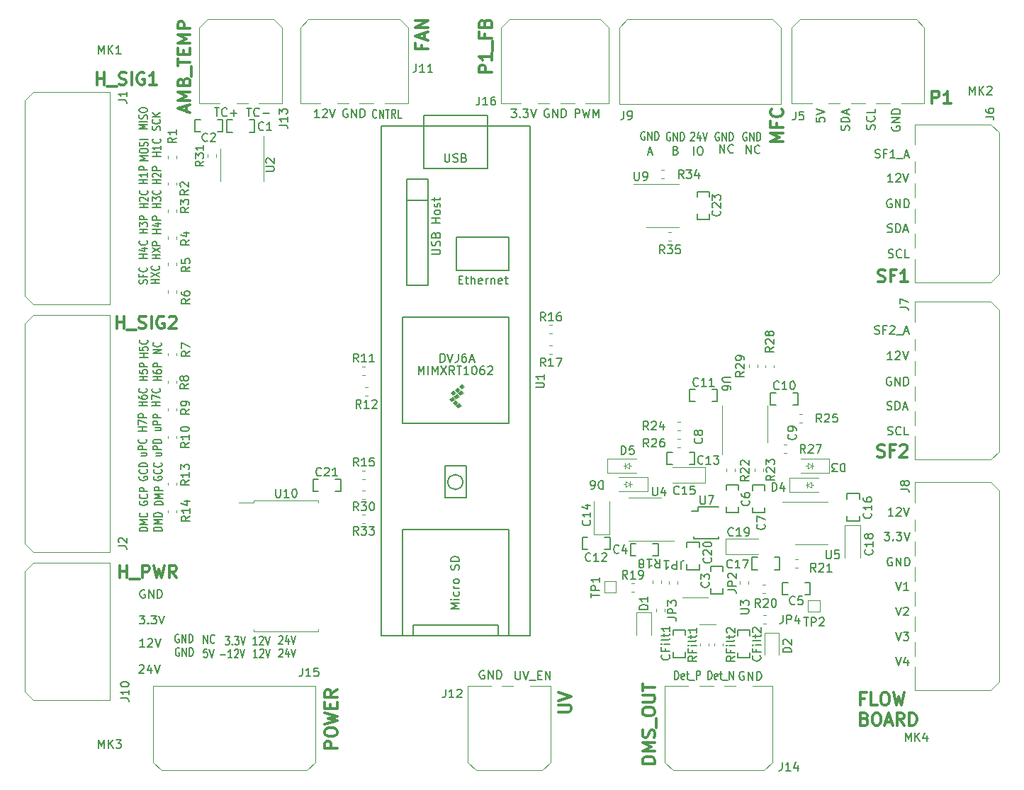
<source format=gbr>
%TF.GenerationSoftware,KiCad,Pcbnew,7.0.6*%
%TF.CreationDate,2024-01-09T11:46:40-08:00*%
%TF.ProjectId,microcontroller_board,6d696372-6f63-46f6-9e74-726f6c6c6572,rev?*%
%TF.SameCoordinates,Original*%
%TF.FileFunction,Legend,Top*%
%TF.FilePolarity,Positive*%
%FSLAX46Y46*%
G04 Gerber Fmt 4.6, Leading zero omitted, Abs format (unit mm)*
G04 Created by KiCad (PCBNEW 7.0.6) date 2024-01-09 11:46:40*
%MOMM*%
%LPD*%
G01*
G04 APERTURE LIST*
%ADD10C,0.150000*%
%ADD11C,0.300000*%
%ADD12C,0.120000*%
%ADD13C,0.100000*%
G04 APERTURE END LIST*
D10*
X171336779Y-65369819D02*
X171336779Y-64369819D01*
X171336779Y-64369819D02*
X171908207Y-65369819D01*
X171908207Y-65369819D02*
X171908207Y-64369819D01*
X172955826Y-65274580D02*
X172908207Y-65322200D01*
X172908207Y-65322200D02*
X172765350Y-65369819D01*
X172765350Y-65369819D02*
X172670112Y-65369819D01*
X172670112Y-65369819D02*
X172527255Y-65322200D01*
X172527255Y-65322200D02*
X172432017Y-65226961D01*
X172432017Y-65226961D02*
X172384398Y-65131723D01*
X172384398Y-65131723D02*
X172336779Y-64941247D01*
X172336779Y-64941247D02*
X172336779Y-64798390D01*
X172336779Y-64798390D02*
X172384398Y-64607914D01*
X172384398Y-64607914D02*
X172432017Y-64512676D01*
X172432017Y-64512676D02*
X172527255Y-64417438D01*
X172527255Y-64417438D02*
X172670112Y-64369819D01*
X172670112Y-64369819D02*
X172765350Y-64369819D01*
X172765350Y-64369819D02*
X172908207Y-64417438D01*
X172908207Y-64417438D02*
X172955826Y-64465057D01*
D11*
X196704510Y-59450828D02*
X196704510Y-57950828D01*
X196704510Y-57950828D02*
X197275939Y-57950828D01*
X197275939Y-57950828D02*
X197418796Y-58022257D01*
X197418796Y-58022257D02*
X197490225Y-58093685D01*
X197490225Y-58093685D02*
X197561653Y-58236542D01*
X197561653Y-58236542D02*
X197561653Y-58450828D01*
X197561653Y-58450828D02*
X197490225Y-58593685D01*
X197490225Y-58593685D02*
X197418796Y-58665114D01*
X197418796Y-58665114D02*
X197275939Y-58736542D01*
X197275939Y-58736542D02*
X196704510Y-58736542D01*
X198990225Y-59450828D02*
X198133082Y-59450828D01*
X198561653Y-59450828D02*
X198561653Y-57950828D01*
X198561653Y-57950828D02*
X198418796Y-58165114D01*
X198418796Y-58165114D02*
X198275939Y-58307971D01*
X198275939Y-58307971D02*
X198133082Y-58379400D01*
D10*
X174235588Y-127442438D02*
X174140350Y-127394819D01*
X174140350Y-127394819D02*
X173997493Y-127394819D01*
X173997493Y-127394819D02*
X173854636Y-127442438D01*
X173854636Y-127442438D02*
X173759398Y-127537676D01*
X173759398Y-127537676D02*
X173711779Y-127632914D01*
X173711779Y-127632914D02*
X173664160Y-127823390D01*
X173664160Y-127823390D02*
X173664160Y-127966247D01*
X173664160Y-127966247D02*
X173711779Y-128156723D01*
X173711779Y-128156723D02*
X173759398Y-128251961D01*
X173759398Y-128251961D02*
X173854636Y-128347200D01*
X173854636Y-128347200D02*
X173997493Y-128394819D01*
X173997493Y-128394819D02*
X174092731Y-128394819D01*
X174092731Y-128394819D02*
X174235588Y-128347200D01*
X174235588Y-128347200D02*
X174283207Y-128299580D01*
X174283207Y-128299580D02*
X174283207Y-127966247D01*
X174283207Y-127966247D02*
X174092731Y-127966247D01*
X174711779Y-128394819D02*
X174711779Y-127394819D01*
X174711779Y-127394819D02*
X175283207Y-128394819D01*
X175283207Y-128394819D02*
X175283207Y-127394819D01*
X175759398Y-128394819D02*
X175759398Y-127394819D01*
X175759398Y-127394819D02*
X175997493Y-127394819D01*
X175997493Y-127394819D02*
X176140350Y-127442438D01*
X176140350Y-127442438D02*
X176235588Y-127537676D01*
X176235588Y-127537676D02*
X176283207Y-127632914D01*
X176283207Y-127632914D02*
X176330826Y-127823390D01*
X176330826Y-127823390D02*
X176330826Y-127966247D01*
X176330826Y-127966247D02*
X176283207Y-128156723D01*
X176283207Y-128156723D02*
X176235588Y-128251961D01*
X176235588Y-128251961D02*
X176140350Y-128347200D01*
X176140350Y-128347200D02*
X175997493Y-128394819D01*
X175997493Y-128394819D02*
X175759398Y-128394819D01*
X167876064Y-62990057D02*
X167914160Y-62942438D01*
X167914160Y-62942438D02*
X167990350Y-62894819D01*
X167990350Y-62894819D02*
X168180826Y-62894819D01*
X168180826Y-62894819D02*
X168257017Y-62942438D01*
X168257017Y-62942438D02*
X168295112Y-62990057D01*
X168295112Y-62990057D02*
X168333207Y-63085295D01*
X168333207Y-63085295D02*
X168333207Y-63180533D01*
X168333207Y-63180533D02*
X168295112Y-63323390D01*
X168295112Y-63323390D02*
X167837969Y-63894819D01*
X167837969Y-63894819D02*
X168333207Y-63894819D01*
X169018922Y-63228152D02*
X169018922Y-63894819D01*
X168828446Y-62847200D02*
X168637969Y-63561485D01*
X168637969Y-63561485D02*
X169133208Y-63561485D01*
X169323684Y-62894819D02*
X169590351Y-63894819D01*
X169590351Y-63894819D02*
X169857017Y-62894819D01*
X191960588Y-90094819D02*
X191389160Y-90094819D01*
X191674874Y-90094819D02*
X191674874Y-89094819D01*
X191674874Y-89094819D02*
X191579636Y-89237676D01*
X191579636Y-89237676D02*
X191484398Y-89332914D01*
X191484398Y-89332914D02*
X191389160Y-89380533D01*
X192341541Y-89190057D02*
X192389160Y-89142438D01*
X192389160Y-89142438D02*
X192484398Y-89094819D01*
X192484398Y-89094819D02*
X192722493Y-89094819D01*
X192722493Y-89094819D02*
X192817731Y-89142438D01*
X192817731Y-89142438D02*
X192865350Y-89190057D01*
X192865350Y-89190057D02*
X192912969Y-89285295D01*
X192912969Y-89285295D02*
X192912969Y-89380533D01*
X192912969Y-89380533D02*
X192865350Y-89523390D01*
X192865350Y-89523390D02*
X192293922Y-90094819D01*
X192293922Y-90094819D02*
X192912969Y-90094819D01*
X193198684Y-89094819D02*
X193532017Y-90094819D01*
X193532017Y-90094819D02*
X193865350Y-89094819D01*
X174558207Y-62967438D02*
X174482017Y-62919819D01*
X174482017Y-62919819D02*
X174367731Y-62919819D01*
X174367731Y-62919819D02*
X174253445Y-62967438D01*
X174253445Y-62967438D02*
X174177255Y-63062676D01*
X174177255Y-63062676D02*
X174139160Y-63157914D01*
X174139160Y-63157914D02*
X174101064Y-63348390D01*
X174101064Y-63348390D02*
X174101064Y-63491247D01*
X174101064Y-63491247D02*
X174139160Y-63681723D01*
X174139160Y-63681723D02*
X174177255Y-63776961D01*
X174177255Y-63776961D02*
X174253445Y-63872200D01*
X174253445Y-63872200D02*
X174367731Y-63919819D01*
X174367731Y-63919819D02*
X174443922Y-63919819D01*
X174443922Y-63919819D02*
X174558207Y-63872200D01*
X174558207Y-63872200D02*
X174596303Y-63824580D01*
X174596303Y-63824580D02*
X174596303Y-63491247D01*
X174596303Y-63491247D02*
X174443922Y-63491247D01*
X174939160Y-63919819D02*
X174939160Y-62919819D01*
X174939160Y-62919819D02*
X175396303Y-63919819D01*
X175396303Y-63919819D02*
X175396303Y-62919819D01*
X175777255Y-63919819D02*
X175777255Y-62919819D01*
X175777255Y-62919819D02*
X175967731Y-62919819D01*
X175967731Y-62919819D02*
X176082017Y-62967438D01*
X176082017Y-62967438D02*
X176158207Y-63062676D01*
X176158207Y-63062676D02*
X176196302Y-63157914D01*
X176196302Y-63157914D02*
X176234398Y-63348390D01*
X176234398Y-63348390D02*
X176234398Y-63491247D01*
X176234398Y-63491247D02*
X176196302Y-63681723D01*
X176196302Y-63681723D02*
X176158207Y-63776961D01*
X176158207Y-63776961D02*
X176082017Y-63872200D01*
X176082017Y-63872200D02*
X175967731Y-63919819D01*
X175967731Y-63919819D02*
X175777255Y-63919819D01*
X102919819Y-95585839D02*
X101919819Y-95585839D01*
X102396009Y-95585839D02*
X102396009Y-95128696D01*
X102919819Y-95128696D02*
X101919819Y-95128696D01*
X101919819Y-94404887D02*
X101919819Y-94557268D01*
X101919819Y-94557268D02*
X101967438Y-94633459D01*
X101967438Y-94633459D02*
X102015057Y-94671554D01*
X102015057Y-94671554D02*
X102157914Y-94747744D01*
X102157914Y-94747744D02*
X102348390Y-94785840D01*
X102348390Y-94785840D02*
X102729342Y-94785840D01*
X102729342Y-94785840D02*
X102824580Y-94747744D01*
X102824580Y-94747744D02*
X102872200Y-94709649D01*
X102872200Y-94709649D02*
X102919819Y-94633459D01*
X102919819Y-94633459D02*
X102919819Y-94481078D01*
X102919819Y-94481078D02*
X102872200Y-94404887D01*
X102872200Y-94404887D02*
X102824580Y-94366792D01*
X102824580Y-94366792D02*
X102729342Y-94328697D01*
X102729342Y-94328697D02*
X102491247Y-94328697D01*
X102491247Y-94328697D02*
X102396009Y-94366792D01*
X102396009Y-94366792D02*
X102348390Y-94404887D01*
X102348390Y-94404887D02*
X102300771Y-94481078D01*
X102300771Y-94481078D02*
X102300771Y-94633459D01*
X102300771Y-94633459D02*
X102348390Y-94709649D01*
X102348390Y-94709649D02*
X102396009Y-94747744D01*
X102396009Y-94747744D02*
X102491247Y-94785840D01*
X102824580Y-93528696D02*
X102872200Y-93566792D01*
X102872200Y-93566792D02*
X102919819Y-93681077D01*
X102919819Y-93681077D02*
X102919819Y-93757268D01*
X102919819Y-93757268D02*
X102872200Y-93871554D01*
X102872200Y-93871554D02*
X102776961Y-93947744D01*
X102776961Y-93947744D02*
X102681723Y-93985839D01*
X102681723Y-93985839D02*
X102491247Y-94023935D01*
X102491247Y-94023935D02*
X102348390Y-94023935D01*
X102348390Y-94023935D02*
X102157914Y-93985839D01*
X102157914Y-93985839D02*
X102062676Y-93947744D01*
X102062676Y-93947744D02*
X101967438Y-93871554D01*
X101967438Y-93871554D02*
X101919819Y-93757268D01*
X101919819Y-93757268D02*
X101919819Y-93681077D01*
X101919819Y-93681077D02*
X101967438Y-93566792D01*
X101967438Y-93566792D02*
X102015057Y-93528696D01*
X103019819Y-71910839D02*
X102019819Y-71910839D01*
X102496009Y-71910839D02*
X102496009Y-71453696D01*
X103019819Y-71453696D02*
X102019819Y-71453696D01*
X102115057Y-71110840D02*
X102067438Y-71072744D01*
X102067438Y-71072744D02*
X102019819Y-70996554D01*
X102019819Y-70996554D02*
X102019819Y-70806078D01*
X102019819Y-70806078D02*
X102067438Y-70729887D01*
X102067438Y-70729887D02*
X102115057Y-70691792D01*
X102115057Y-70691792D02*
X102210295Y-70653697D01*
X102210295Y-70653697D02*
X102305533Y-70653697D01*
X102305533Y-70653697D02*
X102448390Y-70691792D01*
X102448390Y-70691792D02*
X103019819Y-71148935D01*
X103019819Y-71148935D02*
X103019819Y-70653697D01*
X102924580Y-69853696D02*
X102972200Y-69891792D01*
X102972200Y-69891792D02*
X103019819Y-70006077D01*
X103019819Y-70006077D02*
X103019819Y-70082268D01*
X103019819Y-70082268D02*
X102972200Y-70196554D01*
X102972200Y-70196554D02*
X102876961Y-70272744D01*
X102876961Y-70272744D02*
X102781723Y-70310839D01*
X102781723Y-70310839D02*
X102591247Y-70348935D01*
X102591247Y-70348935D02*
X102448390Y-70348935D01*
X102448390Y-70348935D02*
X102257914Y-70310839D01*
X102257914Y-70310839D02*
X102162676Y-70272744D01*
X102162676Y-70272744D02*
X102067438Y-70196554D01*
X102067438Y-70196554D02*
X102019819Y-70082268D01*
X102019819Y-70082268D02*
X102019819Y-70006077D01*
X102019819Y-70006077D02*
X102067438Y-69891792D01*
X102067438Y-69891792D02*
X102115057Y-69853696D01*
X182869819Y-61137030D02*
X182869819Y-61613220D01*
X182869819Y-61613220D02*
X183346009Y-61660839D01*
X183346009Y-61660839D02*
X183298390Y-61613220D01*
X183298390Y-61613220D02*
X183250771Y-61517982D01*
X183250771Y-61517982D02*
X183250771Y-61279887D01*
X183250771Y-61279887D02*
X183298390Y-61184649D01*
X183298390Y-61184649D02*
X183346009Y-61137030D01*
X183346009Y-61137030D02*
X183441247Y-61089411D01*
X183441247Y-61089411D02*
X183679342Y-61089411D01*
X183679342Y-61089411D02*
X183774580Y-61137030D01*
X183774580Y-61137030D02*
X183822200Y-61184649D01*
X183822200Y-61184649D02*
X183869819Y-61279887D01*
X183869819Y-61279887D02*
X183869819Y-61517982D01*
X183869819Y-61517982D02*
X183822200Y-61613220D01*
X183822200Y-61613220D02*
X183774580Y-61660839D01*
X182869819Y-60803696D02*
X183869819Y-60470363D01*
X183869819Y-60470363D02*
X182869819Y-60137030D01*
X102994819Y-92560839D02*
X101994819Y-92560839D01*
X102471009Y-92560839D02*
X102471009Y-92103696D01*
X102994819Y-92103696D02*
X101994819Y-92103696D01*
X101994819Y-91341792D02*
X101994819Y-91722744D01*
X101994819Y-91722744D02*
X102471009Y-91760840D01*
X102471009Y-91760840D02*
X102423390Y-91722744D01*
X102423390Y-91722744D02*
X102375771Y-91646554D01*
X102375771Y-91646554D02*
X102375771Y-91456078D01*
X102375771Y-91456078D02*
X102423390Y-91379887D01*
X102423390Y-91379887D02*
X102471009Y-91341792D01*
X102471009Y-91341792D02*
X102566247Y-91303697D01*
X102566247Y-91303697D02*
X102804342Y-91303697D01*
X102804342Y-91303697D02*
X102899580Y-91341792D01*
X102899580Y-91341792D02*
X102947200Y-91379887D01*
X102947200Y-91379887D02*
X102994819Y-91456078D01*
X102994819Y-91456078D02*
X102994819Y-91646554D01*
X102994819Y-91646554D02*
X102947200Y-91722744D01*
X102947200Y-91722744D02*
X102899580Y-91760840D01*
X102994819Y-90960839D02*
X101994819Y-90960839D01*
X101994819Y-90960839D02*
X101994819Y-90656077D01*
X101994819Y-90656077D02*
X102042438Y-90579887D01*
X102042438Y-90579887D02*
X102090057Y-90541792D01*
X102090057Y-90541792D02*
X102185295Y-90503696D01*
X102185295Y-90503696D02*
X102328152Y-90503696D01*
X102328152Y-90503696D02*
X102423390Y-90541792D01*
X102423390Y-90541792D02*
X102471009Y-90579887D01*
X102471009Y-90579887D02*
X102518628Y-90656077D01*
X102518628Y-90656077D02*
X102518628Y-90960839D01*
X192368922Y-119669819D02*
X192702255Y-120669819D01*
X192702255Y-120669819D02*
X193035588Y-119669819D01*
X193321303Y-119765057D02*
X193368922Y-119717438D01*
X193368922Y-119717438D02*
X193464160Y-119669819D01*
X193464160Y-119669819D02*
X193702255Y-119669819D01*
X193702255Y-119669819D02*
X193797493Y-119717438D01*
X193797493Y-119717438D02*
X193845112Y-119765057D01*
X193845112Y-119765057D02*
X193892731Y-119860295D01*
X193892731Y-119860295D02*
X193892731Y-119955533D01*
X193892731Y-119955533D02*
X193845112Y-120098390D01*
X193845112Y-120098390D02*
X193273684Y-120669819D01*
X193273684Y-120669819D02*
X193892731Y-120669819D01*
X165433207Y-62942438D02*
X165357017Y-62894819D01*
X165357017Y-62894819D02*
X165242731Y-62894819D01*
X165242731Y-62894819D02*
X165128445Y-62942438D01*
X165128445Y-62942438D02*
X165052255Y-63037676D01*
X165052255Y-63037676D02*
X165014160Y-63132914D01*
X165014160Y-63132914D02*
X164976064Y-63323390D01*
X164976064Y-63323390D02*
X164976064Y-63466247D01*
X164976064Y-63466247D02*
X165014160Y-63656723D01*
X165014160Y-63656723D02*
X165052255Y-63751961D01*
X165052255Y-63751961D02*
X165128445Y-63847200D01*
X165128445Y-63847200D02*
X165242731Y-63894819D01*
X165242731Y-63894819D02*
X165318922Y-63894819D01*
X165318922Y-63894819D02*
X165433207Y-63847200D01*
X165433207Y-63847200D02*
X165471303Y-63799580D01*
X165471303Y-63799580D02*
X165471303Y-63466247D01*
X165471303Y-63466247D02*
X165318922Y-63466247D01*
X165814160Y-63894819D02*
X165814160Y-62894819D01*
X165814160Y-62894819D02*
X166271303Y-63894819D01*
X166271303Y-63894819D02*
X166271303Y-62894819D01*
X166652255Y-63894819D02*
X166652255Y-62894819D01*
X166652255Y-62894819D02*
X166842731Y-62894819D01*
X166842731Y-62894819D02*
X166957017Y-62942438D01*
X166957017Y-62942438D02*
X167033207Y-63037676D01*
X167033207Y-63037676D02*
X167071302Y-63132914D01*
X167071302Y-63132914D02*
X167109398Y-63323390D01*
X167109398Y-63323390D02*
X167109398Y-63466247D01*
X167109398Y-63466247D02*
X167071302Y-63656723D01*
X167071302Y-63656723D02*
X167033207Y-63751961D01*
X167033207Y-63751961D02*
X166957017Y-63847200D01*
X166957017Y-63847200D02*
X166842731Y-63894819D01*
X166842731Y-63894819D02*
X166652255Y-63894819D01*
X191935588Y-113792438D02*
X191840350Y-113744819D01*
X191840350Y-113744819D02*
X191697493Y-113744819D01*
X191697493Y-113744819D02*
X191554636Y-113792438D01*
X191554636Y-113792438D02*
X191459398Y-113887676D01*
X191459398Y-113887676D02*
X191411779Y-113982914D01*
X191411779Y-113982914D02*
X191364160Y-114173390D01*
X191364160Y-114173390D02*
X191364160Y-114316247D01*
X191364160Y-114316247D02*
X191411779Y-114506723D01*
X191411779Y-114506723D02*
X191459398Y-114601961D01*
X191459398Y-114601961D02*
X191554636Y-114697200D01*
X191554636Y-114697200D02*
X191697493Y-114744819D01*
X191697493Y-114744819D02*
X191792731Y-114744819D01*
X191792731Y-114744819D02*
X191935588Y-114697200D01*
X191935588Y-114697200D02*
X191983207Y-114649580D01*
X191983207Y-114649580D02*
X191983207Y-114316247D01*
X191983207Y-114316247D02*
X191792731Y-114316247D01*
X192411779Y-114744819D02*
X192411779Y-113744819D01*
X192411779Y-113744819D02*
X192983207Y-114744819D01*
X192983207Y-114744819D02*
X192983207Y-113744819D01*
X193459398Y-114744819D02*
X193459398Y-113744819D01*
X193459398Y-113744819D02*
X193697493Y-113744819D01*
X193697493Y-113744819D02*
X193840350Y-113792438D01*
X193840350Y-113792438D02*
X193935588Y-113887676D01*
X193935588Y-113887676D02*
X193983207Y-113982914D01*
X193983207Y-113982914D02*
X194030826Y-114173390D01*
X194030826Y-114173390D02*
X194030826Y-114316247D01*
X194030826Y-114316247D02*
X193983207Y-114506723D01*
X193983207Y-114506723D02*
X193935588Y-114601961D01*
X193935588Y-114601961D02*
X193840350Y-114697200D01*
X193840350Y-114697200D02*
X193697493Y-114744819D01*
X193697493Y-114744819D02*
X193459398Y-114744819D01*
X169939160Y-128319819D02*
X169939160Y-127319819D01*
X169939160Y-127319819D02*
X170129636Y-127319819D01*
X170129636Y-127319819D02*
X170243922Y-127367438D01*
X170243922Y-127367438D02*
X170320112Y-127462676D01*
X170320112Y-127462676D02*
X170358207Y-127557914D01*
X170358207Y-127557914D02*
X170396303Y-127748390D01*
X170396303Y-127748390D02*
X170396303Y-127891247D01*
X170396303Y-127891247D02*
X170358207Y-128081723D01*
X170358207Y-128081723D02*
X170320112Y-128176961D01*
X170320112Y-128176961D02*
X170243922Y-128272200D01*
X170243922Y-128272200D02*
X170129636Y-128319819D01*
X170129636Y-128319819D02*
X169939160Y-128319819D01*
X171043922Y-128272200D02*
X170967731Y-128319819D01*
X170967731Y-128319819D02*
X170815350Y-128319819D01*
X170815350Y-128319819D02*
X170739160Y-128272200D01*
X170739160Y-128272200D02*
X170701064Y-128176961D01*
X170701064Y-128176961D02*
X170701064Y-127796009D01*
X170701064Y-127796009D02*
X170739160Y-127700771D01*
X170739160Y-127700771D02*
X170815350Y-127653152D01*
X170815350Y-127653152D02*
X170967731Y-127653152D01*
X170967731Y-127653152D02*
X171043922Y-127700771D01*
X171043922Y-127700771D02*
X171082017Y-127796009D01*
X171082017Y-127796009D02*
X171082017Y-127891247D01*
X171082017Y-127891247D02*
X170701064Y-127986485D01*
X171310588Y-127653152D02*
X171615350Y-127653152D01*
X171424874Y-127319819D02*
X171424874Y-128176961D01*
X171424874Y-128176961D02*
X171462969Y-128272200D01*
X171462969Y-128272200D02*
X171539159Y-128319819D01*
X171539159Y-128319819D02*
X171615350Y-128319819D01*
X171691541Y-128415057D02*
X172301064Y-128415057D01*
X172491541Y-128319819D02*
X172491541Y-127319819D01*
X172491541Y-127319819D02*
X172948684Y-128319819D01*
X172948684Y-128319819D02*
X172948684Y-127319819D01*
X110968922Y-59969819D02*
X111540350Y-59969819D01*
X111254636Y-60969819D02*
X111254636Y-59969819D01*
X112445112Y-60874580D02*
X112397493Y-60922200D01*
X112397493Y-60922200D02*
X112254636Y-60969819D01*
X112254636Y-60969819D02*
X112159398Y-60969819D01*
X112159398Y-60969819D02*
X112016541Y-60922200D01*
X112016541Y-60922200D02*
X111921303Y-60826961D01*
X111921303Y-60826961D02*
X111873684Y-60731723D01*
X111873684Y-60731723D02*
X111826065Y-60541247D01*
X111826065Y-60541247D02*
X111826065Y-60398390D01*
X111826065Y-60398390D02*
X111873684Y-60207914D01*
X111873684Y-60207914D02*
X111921303Y-60112676D01*
X111921303Y-60112676D02*
X112016541Y-60017438D01*
X112016541Y-60017438D02*
X112159398Y-59969819D01*
X112159398Y-59969819D02*
X112254636Y-59969819D01*
X112254636Y-59969819D02*
X112397493Y-60017438D01*
X112397493Y-60017438D02*
X112445112Y-60065057D01*
X112873684Y-60588866D02*
X113635589Y-60588866D01*
X113254636Y-60969819D02*
X113254636Y-60207914D01*
X165989160Y-128319819D02*
X165989160Y-127319819D01*
X165989160Y-127319819D02*
X166179636Y-127319819D01*
X166179636Y-127319819D02*
X166293922Y-127367438D01*
X166293922Y-127367438D02*
X166370112Y-127462676D01*
X166370112Y-127462676D02*
X166408207Y-127557914D01*
X166408207Y-127557914D02*
X166446303Y-127748390D01*
X166446303Y-127748390D02*
X166446303Y-127891247D01*
X166446303Y-127891247D02*
X166408207Y-128081723D01*
X166408207Y-128081723D02*
X166370112Y-128176961D01*
X166370112Y-128176961D02*
X166293922Y-128272200D01*
X166293922Y-128272200D02*
X166179636Y-128319819D01*
X166179636Y-128319819D02*
X165989160Y-128319819D01*
X167093922Y-128272200D02*
X167017731Y-128319819D01*
X167017731Y-128319819D02*
X166865350Y-128319819D01*
X166865350Y-128319819D02*
X166789160Y-128272200D01*
X166789160Y-128272200D02*
X166751064Y-128176961D01*
X166751064Y-128176961D02*
X166751064Y-127796009D01*
X166751064Y-127796009D02*
X166789160Y-127700771D01*
X166789160Y-127700771D02*
X166865350Y-127653152D01*
X166865350Y-127653152D02*
X167017731Y-127653152D01*
X167017731Y-127653152D02*
X167093922Y-127700771D01*
X167093922Y-127700771D02*
X167132017Y-127796009D01*
X167132017Y-127796009D02*
X167132017Y-127891247D01*
X167132017Y-127891247D02*
X166751064Y-127986485D01*
X167360588Y-127653152D02*
X167665350Y-127653152D01*
X167474874Y-127319819D02*
X167474874Y-128176961D01*
X167474874Y-128176961D02*
X167512969Y-128272200D01*
X167512969Y-128272200D02*
X167589159Y-128319819D01*
X167589159Y-128319819D02*
X167665350Y-128319819D01*
X167741541Y-128415057D02*
X168351064Y-128415057D01*
X168541541Y-128319819D02*
X168541541Y-127319819D01*
X168541541Y-127319819D02*
X168846303Y-127319819D01*
X168846303Y-127319819D02*
X168922493Y-127367438D01*
X168922493Y-127367438D02*
X168960588Y-127415057D01*
X168960588Y-127415057D02*
X168998684Y-127510295D01*
X168998684Y-127510295D02*
X168998684Y-127653152D01*
X168998684Y-127653152D02*
X168960588Y-127748390D01*
X168960588Y-127748390D02*
X168922493Y-127796009D01*
X168922493Y-127796009D02*
X168846303Y-127843628D01*
X168846303Y-127843628D02*
X168541541Y-127843628D01*
D11*
X163600828Y-138395489D02*
X162100828Y-138395489D01*
X162100828Y-138395489D02*
X162100828Y-138038346D01*
X162100828Y-138038346D02*
X162172257Y-137824060D01*
X162172257Y-137824060D02*
X162315114Y-137681203D01*
X162315114Y-137681203D02*
X162457971Y-137609774D01*
X162457971Y-137609774D02*
X162743685Y-137538346D01*
X162743685Y-137538346D02*
X162957971Y-137538346D01*
X162957971Y-137538346D02*
X163243685Y-137609774D01*
X163243685Y-137609774D02*
X163386542Y-137681203D01*
X163386542Y-137681203D02*
X163529400Y-137824060D01*
X163529400Y-137824060D02*
X163600828Y-138038346D01*
X163600828Y-138038346D02*
X163600828Y-138395489D01*
X163600828Y-136895489D02*
X162100828Y-136895489D01*
X162100828Y-136895489D02*
X163172257Y-136395489D01*
X163172257Y-136395489D02*
X162100828Y-135895489D01*
X162100828Y-135895489D02*
X163600828Y-135895489D01*
X163529400Y-135252631D02*
X163600828Y-135038346D01*
X163600828Y-135038346D02*
X163600828Y-134681203D01*
X163600828Y-134681203D02*
X163529400Y-134538346D01*
X163529400Y-134538346D02*
X163457971Y-134466917D01*
X163457971Y-134466917D02*
X163315114Y-134395488D01*
X163315114Y-134395488D02*
X163172257Y-134395488D01*
X163172257Y-134395488D02*
X163029400Y-134466917D01*
X163029400Y-134466917D02*
X162957971Y-134538346D01*
X162957971Y-134538346D02*
X162886542Y-134681203D01*
X162886542Y-134681203D02*
X162815114Y-134966917D01*
X162815114Y-134966917D02*
X162743685Y-135109774D01*
X162743685Y-135109774D02*
X162672257Y-135181203D01*
X162672257Y-135181203D02*
X162529400Y-135252631D01*
X162529400Y-135252631D02*
X162386542Y-135252631D01*
X162386542Y-135252631D02*
X162243685Y-135181203D01*
X162243685Y-135181203D02*
X162172257Y-135109774D01*
X162172257Y-135109774D02*
X162100828Y-134966917D01*
X162100828Y-134966917D02*
X162100828Y-134609774D01*
X162100828Y-134609774D02*
X162172257Y-134395488D01*
X163743685Y-134109775D02*
X163743685Y-132966917D01*
X162100828Y-132324060D02*
X162100828Y-132038346D01*
X162100828Y-132038346D02*
X162172257Y-131895489D01*
X162172257Y-131895489D02*
X162315114Y-131752632D01*
X162315114Y-131752632D02*
X162600828Y-131681203D01*
X162600828Y-131681203D02*
X163100828Y-131681203D01*
X163100828Y-131681203D02*
X163386542Y-131752632D01*
X163386542Y-131752632D02*
X163529400Y-131895489D01*
X163529400Y-131895489D02*
X163600828Y-132038346D01*
X163600828Y-132038346D02*
X163600828Y-132324060D01*
X163600828Y-132324060D02*
X163529400Y-132466918D01*
X163529400Y-132466918D02*
X163386542Y-132609775D01*
X163386542Y-132609775D02*
X163100828Y-132681203D01*
X163100828Y-132681203D02*
X162600828Y-132681203D01*
X162600828Y-132681203D02*
X162315114Y-132609775D01*
X162315114Y-132609775D02*
X162172257Y-132466918D01*
X162172257Y-132466918D02*
X162100828Y-132324060D01*
X162100828Y-131038346D02*
X163315114Y-131038346D01*
X163315114Y-131038346D02*
X163457971Y-130966917D01*
X163457971Y-130966917D02*
X163529400Y-130895489D01*
X163529400Y-130895489D02*
X163600828Y-130752631D01*
X163600828Y-130752631D02*
X163600828Y-130466917D01*
X163600828Y-130466917D02*
X163529400Y-130324060D01*
X163529400Y-130324060D02*
X163457971Y-130252631D01*
X163457971Y-130252631D02*
X163315114Y-130181203D01*
X163315114Y-130181203D02*
X162100828Y-130181203D01*
X162100828Y-129681202D02*
X162100828Y-128824060D01*
X163600828Y-129252631D02*
X162100828Y-129252631D01*
D10*
X104619819Y-89335839D02*
X103619819Y-89335839D01*
X103619819Y-89335839D02*
X104619819Y-88878696D01*
X104619819Y-88878696D02*
X103619819Y-88878696D01*
X104524580Y-88040601D02*
X104572200Y-88078697D01*
X104572200Y-88078697D02*
X104619819Y-88192982D01*
X104619819Y-88192982D02*
X104619819Y-88269173D01*
X104619819Y-88269173D02*
X104572200Y-88383459D01*
X104572200Y-88383459D02*
X104476961Y-88459649D01*
X104476961Y-88459649D02*
X104381723Y-88497744D01*
X104381723Y-88497744D02*
X104191247Y-88535840D01*
X104191247Y-88535840D02*
X104048390Y-88535840D01*
X104048390Y-88535840D02*
X103857914Y-88497744D01*
X103857914Y-88497744D02*
X103762676Y-88459649D01*
X103762676Y-88459649D02*
X103667438Y-88383459D01*
X103667438Y-88383459D02*
X103619819Y-88269173D01*
X103619819Y-88269173D02*
X103619819Y-88192982D01*
X103619819Y-88192982D02*
X103667438Y-88078697D01*
X103667438Y-88078697D02*
X103715057Y-88040601D01*
D11*
X190183082Y-101654400D02*
X190397368Y-101725828D01*
X190397368Y-101725828D02*
X190754510Y-101725828D01*
X190754510Y-101725828D02*
X190897368Y-101654400D01*
X190897368Y-101654400D02*
X190968796Y-101582971D01*
X190968796Y-101582971D02*
X191040225Y-101440114D01*
X191040225Y-101440114D02*
X191040225Y-101297257D01*
X191040225Y-101297257D02*
X190968796Y-101154400D01*
X190968796Y-101154400D02*
X190897368Y-101082971D01*
X190897368Y-101082971D02*
X190754510Y-101011542D01*
X190754510Y-101011542D02*
X190468796Y-100940114D01*
X190468796Y-100940114D02*
X190325939Y-100868685D01*
X190325939Y-100868685D02*
X190254510Y-100797257D01*
X190254510Y-100797257D02*
X190183082Y-100654400D01*
X190183082Y-100654400D02*
X190183082Y-100511542D01*
X190183082Y-100511542D02*
X190254510Y-100368685D01*
X190254510Y-100368685D02*
X190325939Y-100297257D01*
X190325939Y-100297257D02*
X190468796Y-100225828D01*
X190468796Y-100225828D02*
X190825939Y-100225828D01*
X190825939Y-100225828D02*
X191040225Y-100297257D01*
X192183081Y-100940114D02*
X191683081Y-100940114D01*
X191683081Y-101725828D02*
X191683081Y-100225828D01*
X191683081Y-100225828D02*
X192397367Y-100225828D01*
X192897367Y-100368685D02*
X192968795Y-100297257D01*
X192968795Y-100297257D02*
X193111653Y-100225828D01*
X193111653Y-100225828D02*
X193468795Y-100225828D01*
X193468795Y-100225828D02*
X193611653Y-100297257D01*
X193611653Y-100297257D02*
X193683081Y-100368685D01*
X193683081Y-100368685D02*
X193754510Y-100511542D01*
X193754510Y-100511542D02*
X193754510Y-100654400D01*
X193754510Y-100654400D02*
X193683081Y-100868685D01*
X193683081Y-100868685D02*
X192825938Y-101725828D01*
X192825938Y-101725828D02*
X193754510Y-101725828D01*
D10*
X104644819Y-92560839D02*
X103644819Y-92560839D01*
X104121009Y-92560839D02*
X104121009Y-92103696D01*
X104644819Y-92103696D02*
X103644819Y-92103696D01*
X103644819Y-91379887D02*
X103644819Y-91532268D01*
X103644819Y-91532268D02*
X103692438Y-91608459D01*
X103692438Y-91608459D02*
X103740057Y-91646554D01*
X103740057Y-91646554D02*
X103882914Y-91722744D01*
X103882914Y-91722744D02*
X104073390Y-91760840D01*
X104073390Y-91760840D02*
X104454342Y-91760840D01*
X104454342Y-91760840D02*
X104549580Y-91722744D01*
X104549580Y-91722744D02*
X104597200Y-91684649D01*
X104597200Y-91684649D02*
X104644819Y-91608459D01*
X104644819Y-91608459D02*
X104644819Y-91456078D01*
X104644819Y-91456078D02*
X104597200Y-91379887D01*
X104597200Y-91379887D02*
X104549580Y-91341792D01*
X104549580Y-91341792D02*
X104454342Y-91303697D01*
X104454342Y-91303697D02*
X104216247Y-91303697D01*
X104216247Y-91303697D02*
X104121009Y-91341792D01*
X104121009Y-91341792D02*
X104073390Y-91379887D01*
X104073390Y-91379887D02*
X104025771Y-91456078D01*
X104025771Y-91456078D02*
X104025771Y-91608459D01*
X104025771Y-91608459D02*
X104073390Y-91684649D01*
X104073390Y-91684649D02*
X104121009Y-91722744D01*
X104121009Y-91722744D02*
X104216247Y-91760840D01*
X104644819Y-90960839D02*
X103644819Y-90960839D01*
X103644819Y-90960839D02*
X103644819Y-90656077D01*
X103644819Y-90656077D02*
X103692438Y-90579887D01*
X103692438Y-90579887D02*
X103740057Y-90541792D01*
X103740057Y-90541792D02*
X103835295Y-90503696D01*
X103835295Y-90503696D02*
X103978152Y-90503696D01*
X103978152Y-90503696D02*
X104073390Y-90541792D01*
X104073390Y-90541792D02*
X104121009Y-90579887D01*
X104121009Y-90579887D02*
X104168628Y-90656077D01*
X104168628Y-90656077D02*
X104168628Y-90960839D01*
X191414160Y-99047200D02*
X191557017Y-99094819D01*
X191557017Y-99094819D02*
X191795112Y-99094819D01*
X191795112Y-99094819D02*
X191890350Y-99047200D01*
X191890350Y-99047200D02*
X191937969Y-98999580D01*
X191937969Y-98999580D02*
X191985588Y-98904342D01*
X191985588Y-98904342D02*
X191985588Y-98809104D01*
X191985588Y-98809104D02*
X191937969Y-98713866D01*
X191937969Y-98713866D02*
X191890350Y-98666247D01*
X191890350Y-98666247D02*
X191795112Y-98618628D01*
X191795112Y-98618628D02*
X191604636Y-98571009D01*
X191604636Y-98571009D02*
X191509398Y-98523390D01*
X191509398Y-98523390D02*
X191461779Y-98475771D01*
X191461779Y-98475771D02*
X191414160Y-98380533D01*
X191414160Y-98380533D02*
X191414160Y-98285295D01*
X191414160Y-98285295D02*
X191461779Y-98190057D01*
X191461779Y-98190057D02*
X191509398Y-98142438D01*
X191509398Y-98142438D02*
X191604636Y-98094819D01*
X191604636Y-98094819D02*
X191842731Y-98094819D01*
X191842731Y-98094819D02*
X191985588Y-98142438D01*
X192985588Y-98999580D02*
X192937969Y-99047200D01*
X192937969Y-99047200D02*
X192795112Y-99094819D01*
X192795112Y-99094819D02*
X192699874Y-99094819D01*
X192699874Y-99094819D02*
X192557017Y-99047200D01*
X192557017Y-99047200D02*
X192461779Y-98951961D01*
X192461779Y-98951961D02*
X192414160Y-98856723D01*
X192414160Y-98856723D02*
X192366541Y-98666247D01*
X192366541Y-98666247D02*
X192366541Y-98523390D01*
X192366541Y-98523390D02*
X192414160Y-98332914D01*
X192414160Y-98332914D02*
X192461779Y-98237676D01*
X192461779Y-98237676D02*
X192557017Y-98142438D01*
X192557017Y-98142438D02*
X192699874Y-98094819D01*
X192699874Y-98094819D02*
X192795112Y-98094819D01*
X192795112Y-98094819D02*
X192937969Y-98142438D01*
X192937969Y-98142438D02*
X192985588Y-98190057D01*
X193890350Y-99094819D02*
X193414160Y-99094819D01*
X193414160Y-99094819D02*
X193414160Y-98094819D01*
X116083207Y-125694819D02*
X115626064Y-125694819D01*
X115854636Y-125694819D02*
X115854636Y-124694819D01*
X115854636Y-124694819D02*
X115778445Y-124837676D01*
X115778445Y-124837676D02*
X115702255Y-124932914D01*
X115702255Y-124932914D02*
X115626064Y-124980533D01*
X116387969Y-124790057D02*
X116426065Y-124742438D01*
X116426065Y-124742438D02*
X116502255Y-124694819D01*
X116502255Y-124694819D02*
X116692731Y-124694819D01*
X116692731Y-124694819D02*
X116768922Y-124742438D01*
X116768922Y-124742438D02*
X116807017Y-124790057D01*
X116807017Y-124790057D02*
X116845112Y-124885295D01*
X116845112Y-124885295D02*
X116845112Y-124980533D01*
X116845112Y-124980533D02*
X116807017Y-125123390D01*
X116807017Y-125123390D02*
X116349874Y-125694819D01*
X116349874Y-125694819D02*
X116845112Y-125694819D01*
X117073684Y-124694819D02*
X117340351Y-125694819D01*
X117340351Y-125694819D02*
X117607017Y-124694819D01*
X110095112Y-124694819D02*
X109714160Y-124694819D01*
X109714160Y-124694819D02*
X109676064Y-125171009D01*
X109676064Y-125171009D02*
X109714160Y-125123390D01*
X109714160Y-125123390D02*
X109790350Y-125075771D01*
X109790350Y-125075771D02*
X109980826Y-125075771D01*
X109980826Y-125075771D02*
X110057017Y-125123390D01*
X110057017Y-125123390D02*
X110095112Y-125171009D01*
X110095112Y-125171009D02*
X110133207Y-125266247D01*
X110133207Y-125266247D02*
X110133207Y-125504342D01*
X110133207Y-125504342D02*
X110095112Y-125599580D01*
X110095112Y-125599580D02*
X110057017Y-125647200D01*
X110057017Y-125647200D02*
X109980826Y-125694819D01*
X109980826Y-125694819D02*
X109790350Y-125694819D01*
X109790350Y-125694819D02*
X109714160Y-125647200D01*
X109714160Y-125647200D02*
X109676064Y-125599580D01*
X110361779Y-124694819D02*
X110628446Y-125694819D01*
X110628446Y-125694819D02*
X110895112Y-124694819D01*
X104494819Y-95585839D02*
X103494819Y-95585839D01*
X103971009Y-95585839D02*
X103971009Y-95128696D01*
X104494819Y-95128696D02*
X103494819Y-95128696D01*
X103494819Y-94823935D02*
X103494819Y-94290601D01*
X103494819Y-94290601D02*
X104494819Y-94633459D01*
X104399580Y-93528696D02*
X104447200Y-93566792D01*
X104447200Y-93566792D02*
X104494819Y-93681077D01*
X104494819Y-93681077D02*
X104494819Y-93757268D01*
X104494819Y-93757268D02*
X104447200Y-93871554D01*
X104447200Y-93871554D02*
X104351961Y-93947744D01*
X104351961Y-93947744D02*
X104256723Y-93985839D01*
X104256723Y-93985839D02*
X104066247Y-94023935D01*
X104066247Y-94023935D02*
X103923390Y-94023935D01*
X103923390Y-94023935D02*
X103732914Y-93985839D01*
X103732914Y-93985839D02*
X103637676Y-93947744D01*
X103637676Y-93947744D02*
X103542438Y-93871554D01*
X103542438Y-93871554D02*
X103494819Y-93757268D01*
X103494819Y-93757268D02*
X103494819Y-93681077D01*
X103494819Y-93681077D02*
X103542438Y-93566792D01*
X103542438Y-93566792D02*
X103590057Y-93528696D01*
X186772200Y-62660839D02*
X186819819Y-62517982D01*
X186819819Y-62517982D02*
X186819819Y-62279887D01*
X186819819Y-62279887D02*
X186772200Y-62184649D01*
X186772200Y-62184649D02*
X186724580Y-62137030D01*
X186724580Y-62137030D02*
X186629342Y-62089411D01*
X186629342Y-62089411D02*
X186534104Y-62089411D01*
X186534104Y-62089411D02*
X186438866Y-62137030D01*
X186438866Y-62137030D02*
X186391247Y-62184649D01*
X186391247Y-62184649D02*
X186343628Y-62279887D01*
X186343628Y-62279887D02*
X186296009Y-62470363D01*
X186296009Y-62470363D02*
X186248390Y-62565601D01*
X186248390Y-62565601D02*
X186200771Y-62613220D01*
X186200771Y-62613220D02*
X186105533Y-62660839D01*
X186105533Y-62660839D02*
X186010295Y-62660839D01*
X186010295Y-62660839D02*
X185915057Y-62613220D01*
X185915057Y-62613220D02*
X185867438Y-62565601D01*
X185867438Y-62565601D02*
X185819819Y-62470363D01*
X185819819Y-62470363D02*
X185819819Y-62232268D01*
X185819819Y-62232268D02*
X185867438Y-62089411D01*
X186819819Y-61660839D02*
X185819819Y-61660839D01*
X185819819Y-61660839D02*
X185819819Y-61422744D01*
X185819819Y-61422744D02*
X185867438Y-61279887D01*
X185867438Y-61279887D02*
X185962676Y-61184649D01*
X185962676Y-61184649D02*
X186057914Y-61137030D01*
X186057914Y-61137030D02*
X186248390Y-61089411D01*
X186248390Y-61089411D02*
X186391247Y-61089411D01*
X186391247Y-61089411D02*
X186581723Y-61137030D01*
X186581723Y-61137030D02*
X186676961Y-61184649D01*
X186676961Y-61184649D02*
X186772200Y-61279887D01*
X186772200Y-61279887D02*
X186819819Y-61422744D01*
X186819819Y-61422744D02*
X186819819Y-61660839D01*
X186534104Y-60708458D02*
X186534104Y-60232268D01*
X186819819Y-60803696D02*
X185819819Y-60470363D01*
X185819819Y-60470363D02*
X186819819Y-60137030D01*
D11*
X190233082Y-80729400D02*
X190447368Y-80800828D01*
X190447368Y-80800828D02*
X190804510Y-80800828D01*
X190804510Y-80800828D02*
X190947368Y-80729400D01*
X190947368Y-80729400D02*
X191018796Y-80657971D01*
X191018796Y-80657971D02*
X191090225Y-80515114D01*
X191090225Y-80515114D02*
X191090225Y-80372257D01*
X191090225Y-80372257D02*
X191018796Y-80229400D01*
X191018796Y-80229400D02*
X190947368Y-80157971D01*
X190947368Y-80157971D02*
X190804510Y-80086542D01*
X190804510Y-80086542D02*
X190518796Y-80015114D01*
X190518796Y-80015114D02*
X190375939Y-79943685D01*
X190375939Y-79943685D02*
X190304510Y-79872257D01*
X190304510Y-79872257D02*
X190233082Y-79729400D01*
X190233082Y-79729400D02*
X190233082Y-79586542D01*
X190233082Y-79586542D02*
X190304510Y-79443685D01*
X190304510Y-79443685D02*
X190375939Y-79372257D01*
X190375939Y-79372257D02*
X190518796Y-79300828D01*
X190518796Y-79300828D02*
X190875939Y-79300828D01*
X190875939Y-79300828D02*
X191090225Y-79372257D01*
X192233081Y-80015114D02*
X191733081Y-80015114D01*
X191733081Y-80800828D02*
X191733081Y-79300828D01*
X191733081Y-79300828D02*
X192447367Y-79300828D01*
X193804510Y-80800828D02*
X192947367Y-80800828D01*
X193375938Y-80800828D02*
X193375938Y-79300828D01*
X193375938Y-79300828D02*
X193233081Y-79515114D01*
X193233081Y-79515114D02*
X193090224Y-79657971D01*
X193090224Y-79657971D02*
X192947367Y-79729400D01*
D10*
X191942438Y-62189411D02*
X191894819Y-62284649D01*
X191894819Y-62284649D02*
X191894819Y-62427506D01*
X191894819Y-62427506D02*
X191942438Y-62570363D01*
X191942438Y-62570363D02*
X192037676Y-62665601D01*
X192037676Y-62665601D02*
X192132914Y-62713220D01*
X192132914Y-62713220D02*
X192323390Y-62760839D01*
X192323390Y-62760839D02*
X192466247Y-62760839D01*
X192466247Y-62760839D02*
X192656723Y-62713220D01*
X192656723Y-62713220D02*
X192751961Y-62665601D01*
X192751961Y-62665601D02*
X192847200Y-62570363D01*
X192847200Y-62570363D02*
X192894819Y-62427506D01*
X192894819Y-62427506D02*
X192894819Y-62332268D01*
X192894819Y-62332268D02*
X192847200Y-62189411D01*
X192847200Y-62189411D02*
X192799580Y-62141792D01*
X192799580Y-62141792D02*
X192466247Y-62141792D01*
X192466247Y-62141792D02*
X192466247Y-62332268D01*
X192894819Y-61713220D02*
X191894819Y-61713220D01*
X191894819Y-61713220D02*
X192894819Y-61141792D01*
X192894819Y-61141792D02*
X191894819Y-61141792D01*
X192894819Y-60665601D02*
X191894819Y-60665601D01*
X191894819Y-60665601D02*
X191894819Y-60427506D01*
X191894819Y-60427506D02*
X191942438Y-60284649D01*
X191942438Y-60284649D02*
X192037676Y-60189411D01*
X192037676Y-60189411D02*
X192132914Y-60141792D01*
X192132914Y-60141792D02*
X192323390Y-60094173D01*
X192323390Y-60094173D02*
X192466247Y-60094173D01*
X192466247Y-60094173D02*
X192656723Y-60141792D01*
X192656723Y-60141792D02*
X192751961Y-60189411D01*
X192751961Y-60189411D02*
X192847200Y-60284649D01*
X192847200Y-60284649D02*
X192894819Y-60427506D01*
X192894819Y-60427506D02*
X192894819Y-60665601D01*
X104569819Y-69035839D02*
X103569819Y-69035839D01*
X104046009Y-69035839D02*
X104046009Y-68578696D01*
X104569819Y-68578696D02*
X103569819Y-68578696D01*
X103665057Y-68235840D02*
X103617438Y-68197744D01*
X103617438Y-68197744D02*
X103569819Y-68121554D01*
X103569819Y-68121554D02*
X103569819Y-67931078D01*
X103569819Y-67931078D02*
X103617438Y-67854887D01*
X103617438Y-67854887D02*
X103665057Y-67816792D01*
X103665057Y-67816792D02*
X103760295Y-67778697D01*
X103760295Y-67778697D02*
X103855533Y-67778697D01*
X103855533Y-67778697D02*
X103998390Y-67816792D01*
X103998390Y-67816792D02*
X104569819Y-68273935D01*
X104569819Y-68273935D02*
X104569819Y-67778697D01*
X104569819Y-67435839D02*
X103569819Y-67435839D01*
X103569819Y-67435839D02*
X103569819Y-67131077D01*
X103569819Y-67131077D02*
X103617438Y-67054887D01*
X103617438Y-67054887D02*
X103665057Y-67016792D01*
X103665057Y-67016792D02*
X103760295Y-66978696D01*
X103760295Y-66978696D02*
X103903152Y-66978696D01*
X103903152Y-66978696D02*
X103998390Y-67016792D01*
X103998390Y-67016792D02*
X104046009Y-67054887D01*
X104046009Y-67054887D02*
X104093628Y-67131077D01*
X104093628Y-67131077D02*
X104093628Y-67435839D01*
D11*
X152075828Y-132220489D02*
X153290114Y-132220489D01*
X153290114Y-132220489D02*
X153432971Y-132149060D01*
X153432971Y-132149060D02*
X153504400Y-132077632D01*
X153504400Y-132077632D02*
X153575828Y-131934774D01*
X153575828Y-131934774D02*
X153575828Y-131649060D01*
X153575828Y-131649060D02*
X153504400Y-131506203D01*
X153504400Y-131506203D02*
X153432971Y-131434774D01*
X153432971Y-131434774D02*
X153290114Y-131363346D01*
X153290114Y-131363346D02*
X152075828Y-131363346D01*
X152075828Y-130863345D02*
X153575828Y-130363345D01*
X153575828Y-130363345D02*
X152075828Y-129863345D01*
D10*
X102017438Y-104066792D02*
X101969819Y-104142982D01*
X101969819Y-104142982D02*
X101969819Y-104257268D01*
X101969819Y-104257268D02*
X102017438Y-104371554D01*
X102017438Y-104371554D02*
X102112676Y-104447744D01*
X102112676Y-104447744D02*
X102207914Y-104485839D01*
X102207914Y-104485839D02*
X102398390Y-104523935D01*
X102398390Y-104523935D02*
X102541247Y-104523935D01*
X102541247Y-104523935D02*
X102731723Y-104485839D01*
X102731723Y-104485839D02*
X102826961Y-104447744D01*
X102826961Y-104447744D02*
X102922200Y-104371554D01*
X102922200Y-104371554D02*
X102969819Y-104257268D01*
X102969819Y-104257268D02*
X102969819Y-104181077D01*
X102969819Y-104181077D02*
X102922200Y-104066792D01*
X102922200Y-104066792D02*
X102874580Y-104028696D01*
X102874580Y-104028696D02*
X102541247Y-104028696D01*
X102541247Y-104028696D02*
X102541247Y-104181077D01*
X102874580Y-103228696D02*
X102922200Y-103266792D01*
X102922200Y-103266792D02*
X102969819Y-103381077D01*
X102969819Y-103381077D02*
X102969819Y-103457268D01*
X102969819Y-103457268D02*
X102922200Y-103571554D01*
X102922200Y-103571554D02*
X102826961Y-103647744D01*
X102826961Y-103647744D02*
X102731723Y-103685839D01*
X102731723Y-103685839D02*
X102541247Y-103723935D01*
X102541247Y-103723935D02*
X102398390Y-103723935D01*
X102398390Y-103723935D02*
X102207914Y-103685839D01*
X102207914Y-103685839D02*
X102112676Y-103647744D01*
X102112676Y-103647744D02*
X102017438Y-103571554D01*
X102017438Y-103571554D02*
X101969819Y-103457268D01*
X101969819Y-103457268D02*
X101969819Y-103381077D01*
X101969819Y-103381077D02*
X102017438Y-103266792D01*
X102017438Y-103266792D02*
X102065057Y-103228696D01*
X102969819Y-102885839D02*
X101969819Y-102885839D01*
X101969819Y-102885839D02*
X101969819Y-102695363D01*
X101969819Y-102695363D02*
X102017438Y-102581077D01*
X102017438Y-102581077D02*
X102112676Y-102504887D01*
X102112676Y-102504887D02*
X102207914Y-102466792D01*
X102207914Y-102466792D02*
X102398390Y-102428696D01*
X102398390Y-102428696D02*
X102541247Y-102428696D01*
X102541247Y-102428696D02*
X102731723Y-102466792D01*
X102731723Y-102466792D02*
X102826961Y-102504887D01*
X102826961Y-102504887D02*
X102922200Y-102581077D01*
X102922200Y-102581077D02*
X102969819Y-102695363D01*
X102969819Y-102695363D02*
X102969819Y-102885839D01*
X116058207Y-124169819D02*
X115601064Y-124169819D01*
X115829636Y-124169819D02*
X115829636Y-123169819D01*
X115829636Y-123169819D02*
X115753445Y-123312676D01*
X115753445Y-123312676D02*
X115677255Y-123407914D01*
X115677255Y-123407914D02*
X115601064Y-123455533D01*
X116362969Y-123265057D02*
X116401065Y-123217438D01*
X116401065Y-123217438D02*
X116477255Y-123169819D01*
X116477255Y-123169819D02*
X116667731Y-123169819D01*
X116667731Y-123169819D02*
X116743922Y-123217438D01*
X116743922Y-123217438D02*
X116782017Y-123265057D01*
X116782017Y-123265057D02*
X116820112Y-123360295D01*
X116820112Y-123360295D02*
X116820112Y-123455533D01*
X116820112Y-123455533D02*
X116782017Y-123598390D01*
X116782017Y-123598390D02*
X116324874Y-124169819D01*
X116324874Y-124169819D02*
X116820112Y-124169819D01*
X117048684Y-123169819D02*
X117315351Y-124169819D01*
X117315351Y-124169819D02*
X117582017Y-123169819D01*
X118676064Y-123190057D02*
X118714160Y-123142438D01*
X118714160Y-123142438D02*
X118790350Y-123094819D01*
X118790350Y-123094819D02*
X118980826Y-123094819D01*
X118980826Y-123094819D02*
X119057017Y-123142438D01*
X119057017Y-123142438D02*
X119095112Y-123190057D01*
X119095112Y-123190057D02*
X119133207Y-123285295D01*
X119133207Y-123285295D02*
X119133207Y-123380533D01*
X119133207Y-123380533D02*
X119095112Y-123523390D01*
X119095112Y-123523390D02*
X118637969Y-124094819D01*
X118637969Y-124094819D02*
X119133207Y-124094819D01*
X119818922Y-123428152D02*
X119818922Y-124094819D01*
X119628446Y-123047200D02*
X119437969Y-123761485D01*
X119437969Y-123761485D02*
X119933208Y-123761485D01*
X120123684Y-123094819D02*
X120390351Y-124094819D01*
X120390351Y-124094819D02*
X120657017Y-123094819D01*
X104419819Y-80935839D02*
X103419819Y-80935839D01*
X103896009Y-80935839D02*
X103896009Y-80478696D01*
X104419819Y-80478696D02*
X103419819Y-80478696D01*
X103419819Y-80173935D02*
X104419819Y-79640601D01*
X103419819Y-79640601D02*
X104419819Y-80173935D01*
X104324580Y-78878696D02*
X104372200Y-78916792D01*
X104372200Y-78916792D02*
X104419819Y-79031077D01*
X104419819Y-79031077D02*
X104419819Y-79107268D01*
X104419819Y-79107268D02*
X104372200Y-79221554D01*
X104372200Y-79221554D02*
X104276961Y-79297744D01*
X104276961Y-79297744D02*
X104181723Y-79335839D01*
X104181723Y-79335839D02*
X103991247Y-79373935D01*
X103991247Y-79373935D02*
X103848390Y-79373935D01*
X103848390Y-79373935D02*
X103657914Y-79335839D01*
X103657914Y-79335839D02*
X103562676Y-79297744D01*
X103562676Y-79297744D02*
X103467438Y-79221554D01*
X103467438Y-79221554D02*
X103419819Y-79107268D01*
X103419819Y-79107268D02*
X103419819Y-79031077D01*
X103419819Y-79031077D02*
X103467438Y-78916792D01*
X103467438Y-78916792D02*
X103515057Y-78878696D01*
X189864160Y-86972200D02*
X190007017Y-87019819D01*
X190007017Y-87019819D02*
X190245112Y-87019819D01*
X190245112Y-87019819D02*
X190340350Y-86972200D01*
X190340350Y-86972200D02*
X190387969Y-86924580D01*
X190387969Y-86924580D02*
X190435588Y-86829342D01*
X190435588Y-86829342D02*
X190435588Y-86734104D01*
X190435588Y-86734104D02*
X190387969Y-86638866D01*
X190387969Y-86638866D02*
X190340350Y-86591247D01*
X190340350Y-86591247D02*
X190245112Y-86543628D01*
X190245112Y-86543628D02*
X190054636Y-86496009D01*
X190054636Y-86496009D02*
X189959398Y-86448390D01*
X189959398Y-86448390D02*
X189911779Y-86400771D01*
X189911779Y-86400771D02*
X189864160Y-86305533D01*
X189864160Y-86305533D02*
X189864160Y-86210295D01*
X189864160Y-86210295D02*
X189911779Y-86115057D01*
X189911779Y-86115057D02*
X189959398Y-86067438D01*
X189959398Y-86067438D02*
X190054636Y-86019819D01*
X190054636Y-86019819D02*
X190292731Y-86019819D01*
X190292731Y-86019819D02*
X190435588Y-86067438D01*
X191197493Y-86496009D02*
X190864160Y-86496009D01*
X190864160Y-87019819D02*
X190864160Y-86019819D01*
X190864160Y-86019819D02*
X191340350Y-86019819D01*
X191673684Y-86115057D02*
X191721303Y-86067438D01*
X191721303Y-86067438D02*
X191816541Y-86019819D01*
X191816541Y-86019819D02*
X192054636Y-86019819D01*
X192054636Y-86019819D02*
X192149874Y-86067438D01*
X192149874Y-86067438D02*
X192197493Y-86115057D01*
X192197493Y-86115057D02*
X192245112Y-86210295D01*
X192245112Y-86210295D02*
X192245112Y-86305533D01*
X192245112Y-86305533D02*
X192197493Y-86448390D01*
X192197493Y-86448390D02*
X191626065Y-87019819D01*
X191626065Y-87019819D02*
X192245112Y-87019819D01*
X192435589Y-87115057D02*
X193197493Y-87115057D01*
X193387970Y-86734104D02*
X193864160Y-86734104D01*
X193292732Y-87019819D02*
X193626065Y-86019819D01*
X193626065Y-86019819D02*
X193959398Y-87019819D01*
X103019819Y-66260839D02*
X102019819Y-66260839D01*
X102019819Y-66260839D02*
X102734104Y-65994173D01*
X102734104Y-65994173D02*
X102019819Y-65727506D01*
X102019819Y-65727506D02*
X103019819Y-65727506D01*
X102019819Y-65194172D02*
X102019819Y-65041791D01*
X102019819Y-65041791D02*
X102067438Y-64965601D01*
X102067438Y-64965601D02*
X102162676Y-64889410D01*
X102162676Y-64889410D02*
X102353152Y-64851315D01*
X102353152Y-64851315D02*
X102686485Y-64851315D01*
X102686485Y-64851315D02*
X102876961Y-64889410D01*
X102876961Y-64889410D02*
X102972200Y-64965601D01*
X102972200Y-64965601D02*
X103019819Y-65041791D01*
X103019819Y-65041791D02*
X103019819Y-65194172D01*
X103019819Y-65194172D02*
X102972200Y-65270363D01*
X102972200Y-65270363D02*
X102876961Y-65346553D01*
X102876961Y-65346553D02*
X102686485Y-65384649D01*
X102686485Y-65384649D02*
X102353152Y-65384649D01*
X102353152Y-65384649D02*
X102162676Y-65346553D01*
X102162676Y-65346553D02*
X102067438Y-65270363D01*
X102067438Y-65270363D02*
X102019819Y-65194172D01*
X102972200Y-64546554D02*
X103019819Y-64432268D01*
X103019819Y-64432268D02*
X103019819Y-64241792D01*
X103019819Y-64241792D02*
X102972200Y-64165601D01*
X102972200Y-64165601D02*
X102924580Y-64127506D01*
X102924580Y-64127506D02*
X102829342Y-64089411D01*
X102829342Y-64089411D02*
X102734104Y-64089411D01*
X102734104Y-64089411D02*
X102638866Y-64127506D01*
X102638866Y-64127506D02*
X102591247Y-64165601D01*
X102591247Y-64165601D02*
X102543628Y-64241792D01*
X102543628Y-64241792D02*
X102496009Y-64394173D01*
X102496009Y-64394173D02*
X102448390Y-64470363D01*
X102448390Y-64470363D02*
X102400771Y-64508458D01*
X102400771Y-64508458D02*
X102305533Y-64546554D01*
X102305533Y-64546554D02*
X102210295Y-64546554D01*
X102210295Y-64546554D02*
X102115057Y-64508458D01*
X102115057Y-64508458D02*
X102067438Y-64470363D01*
X102067438Y-64470363D02*
X102019819Y-64394173D01*
X102019819Y-64394173D02*
X102019819Y-64203696D01*
X102019819Y-64203696D02*
X102067438Y-64089411D01*
X103019819Y-63746553D02*
X102019819Y-63746553D01*
X111664160Y-125363866D02*
X112273684Y-125363866D01*
X113073683Y-125744819D02*
X112616540Y-125744819D01*
X112845112Y-125744819D02*
X112845112Y-124744819D01*
X112845112Y-124744819D02*
X112768921Y-124887676D01*
X112768921Y-124887676D02*
X112692731Y-124982914D01*
X112692731Y-124982914D02*
X112616540Y-125030533D01*
X113378445Y-124840057D02*
X113416541Y-124792438D01*
X113416541Y-124792438D02*
X113492731Y-124744819D01*
X113492731Y-124744819D02*
X113683207Y-124744819D01*
X113683207Y-124744819D02*
X113759398Y-124792438D01*
X113759398Y-124792438D02*
X113797493Y-124840057D01*
X113797493Y-124840057D02*
X113835588Y-124935295D01*
X113835588Y-124935295D02*
X113835588Y-125030533D01*
X113835588Y-125030533D02*
X113797493Y-125173390D01*
X113797493Y-125173390D02*
X113340350Y-125744819D01*
X113340350Y-125744819D02*
X113835588Y-125744819D01*
X114064160Y-124744819D02*
X114330827Y-125744819D01*
X114330827Y-125744819D02*
X114597493Y-124744819D01*
X162383207Y-62867438D02*
X162307017Y-62819819D01*
X162307017Y-62819819D02*
X162192731Y-62819819D01*
X162192731Y-62819819D02*
X162078445Y-62867438D01*
X162078445Y-62867438D02*
X162002255Y-62962676D01*
X162002255Y-62962676D02*
X161964160Y-63057914D01*
X161964160Y-63057914D02*
X161926064Y-63248390D01*
X161926064Y-63248390D02*
X161926064Y-63391247D01*
X161926064Y-63391247D02*
X161964160Y-63581723D01*
X161964160Y-63581723D02*
X162002255Y-63676961D01*
X162002255Y-63676961D02*
X162078445Y-63772200D01*
X162078445Y-63772200D02*
X162192731Y-63819819D01*
X162192731Y-63819819D02*
X162268922Y-63819819D01*
X162268922Y-63819819D02*
X162383207Y-63772200D01*
X162383207Y-63772200D02*
X162421303Y-63724580D01*
X162421303Y-63724580D02*
X162421303Y-63391247D01*
X162421303Y-63391247D02*
X162268922Y-63391247D01*
X162764160Y-63819819D02*
X162764160Y-62819819D01*
X162764160Y-62819819D02*
X163221303Y-63819819D01*
X163221303Y-63819819D02*
X163221303Y-62819819D01*
X163602255Y-63819819D02*
X163602255Y-62819819D01*
X163602255Y-62819819D02*
X163792731Y-62819819D01*
X163792731Y-62819819D02*
X163907017Y-62867438D01*
X163907017Y-62867438D02*
X163983207Y-62962676D01*
X163983207Y-62962676D02*
X164021302Y-63057914D01*
X164021302Y-63057914D02*
X164059398Y-63248390D01*
X164059398Y-63248390D02*
X164059398Y-63391247D01*
X164059398Y-63391247D02*
X164021302Y-63581723D01*
X164021302Y-63581723D02*
X163983207Y-63676961D01*
X163983207Y-63676961D02*
X163907017Y-63772200D01*
X163907017Y-63772200D02*
X163792731Y-63819819D01*
X163792731Y-63819819D02*
X163602255Y-63819819D01*
X103742438Y-104066792D02*
X103694819Y-104142982D01*
X103694819Y-104142982D02*
X103694819Y-104257268D01*
X103694819Y-104257268D02*
X103742438Y-104371554D01*
X103742438Y-104371554D02*
X103837676Y-104447744D01*
X103837676Y-104447744D02*
X103932914Y-104485839D01*
X103932914Y-104485839D02*
X104123390Y-104523935D01*
X104123390Y-104523935D02*
X104266247Y-104523935D01*
X104266247Y-104523935D02*
X104456723Y-104485839D01*
X104456723Y-104485839D02*
X104551961Y-104447744D01*
X104551961Y-104447744D02*
X104647200Y-104371554D01*
X104647200Y-104371554D02*
X104694819Y-104257268D01*
X104694819Y-104257268D02*
X104694819Y-104181077D01*
X104694819Y-104181077D02*
X104647200Y-104066792D01*
X104647200Y-104066792D02*
X104599580Y-104028696D01*
X104599580Y-104028696D02*
X104266247Y-104028696D01*
X104266247Y-104028696D02*
X104266247Y-104181077D01*
X104599580Y-103228696D02*
X104647200Y-103266792D01*
X104647200Y-103266792D02*
X104694819Y-103381077D01*
X104694819Y-103381077D02*
X104694819Y-103457268D01*
X104694819Y-103457268D02*
X104647200Y-103571554D01*
X104647200Y-103571554D02*
X104551961Y-103647744D01*
X104551961Y-103647744D02*
X104456723Y-103685839D01*
X104456723Y-103685839D02*
X104266247Y-103723935D01*
X104266247Y-103723935D02*
X104123390Y-103723935D01*
X104123390Y-103723935D02*
X103932914Y-103685839D01*
X103932914Y-103685839D02*
X103837676Y-103647744D01*
X103837676Y-103647744D02*
X103742438Y-103571554D01*
X103742438Y-103571554D02*
X103694819Y-103457268D01*
X103694819Y-103457268D02*
X103694819Y-103381077D01*
X103694819Y-103381077D02*
X103742438Y-103266792D01*
X103742438Y-103266792D02*
X103790057Y-103228696D01*
X104599580Y-102428696D02*
X104647200Y-102466792D01*
X104647200Y-102466792D02*
X104694819Y-102581077D01*
X104694819Y-102581077D02*
X104694819Y-102657268D01*
X104694819Y-102657268D02*
X104647200Y-102771554D01*
X104647200Y-102771554D02*
X104551961Y-102847744D01*
X104551961Y-102847744D02*
X104456723Y-102885839D01*
X104456723Y-102885839D02*
X104266247Y-102923935D01*
X104266247Y-102923935D02*
X104123390Y-102923935D01*
X104123390Y-102923935D02*
X103932914Y-102885839D01*
X103932914Y-102885839D02*
X103837676Y-102847744D01*
X103837676Y-102847744D02*
X103742438Y-102771554D01*
X103742438Y-102771554D02*
X103694819Y-102657268D01*
X103694819Y-102657268D02*
X103694819Y-102581077D01*
X103694819Y-102581077D02*
X103742438Y-102466792D01*
X103742438Y-102466792D02*
X103790057Y-102428696D01*
X102042438Y-107041792D02*
X101994819Y-107117982D01*
X101994819Y-107117982D02*
X101994819Y-107232268D01*
X101994819Y-107232268D02*
X102042438Y-107346554D01*
X102042438Y-107346554D02*
X102137676Y-107422744D01*
X102137676Y-107422744D02*
X102232914Y-107460839D01*
X102232914Y-107460839D02*
X102423390Y-107498935D01*
X102423390Y-107498935D02*
X102566247Y-107498935D01*
X102566247Y-107498935D02*
X102756723Y-107460839D01*
X102756723Y-107460839D02*
X102851961Y-107422744D01*
X102851961Y-107422744D02*
X102947200Y-107346554D01*
X102947200Y-107346554D02*
X102994819Y-107232268D01*
X102994819Y-107232268D02*
X102994819Y-107156077D01*
X102994819Y-107156077D02*
X102947200Y-107041792D01*
X102947200Y-107041792D02*
X102899580Y-107003696D01*
X102899580Y-107003696D02*
X102566247Y-107003696D01*
X102566247Y-107003696D02*
X102566247Y-107156077D01*
X102899580Y-106203696D02*
X102947200Y-106241792D01*
X102947200Y-106241792D02*
X102994819Y-106356077D01*
X102994819Y-106356077D02*
X102994819Y-106432268D01*
X102994819Y-106432268D02*
X102947200Y-106546554D01*
X102947200Y-106546554D02*
X102851961Y-106622744D01*
X102851961Y-106622744D02*
X102756723Y-106660839D01*
X102756723Y-106660839D02*
X102566247Y-106698935D01*
X102566247Y-106698935D02*
X102423390Y-106698935D01*
X102423390Y-106698935D02*
X102232914Y-106660839D01*
X102232914Y-106660839D02*
X102137676Y-106622744D01*
X102137676Y-106622744D02*
X102042438Y-106546554D01*
X102042438Y-106546554D02*
X101994819Y-106432268D01*
X101994819Y-106432268D02*
X101994819Y-106356077D01*
X101994819Y-106356077D02*
X102042438Y-106241792D01*
X102042438Y-106241792D02*
X102090057Y-106203696D01*
X102994819Y-105860839D02*
X101994819Y-105860839D01*
X101994819Y-105860839D02*
X101994819Y-105556077D01*
X101994819Y-105556077D02*
X102042438Y-105479887D01*
X102042438Y-105479887D02*
X102090057Y-105441792D01*
X102090057Y-105441792D02*
X102185295Y-105403696D01*
X102185295Y-105403696D02*
X102328152Y-105403696D01*
X102328152Y-105403696D02*
X102423390Y-105441792D01*
X102423390Y-105441792D02*
X102471009Y-105479887D01*
X102471009Y-105479887D02*
X102518628Y-105556077D01*
X102518628Y-105556077D02*
X102518628Y-105860839D01*
X104519819Y-78010839D02*
X103519819Y-78010839D01*
X103996009Y-78010839D02*
X103996009Y-77553696D01*
X104519819Y-77553696D02*
X103519819Y-77553696D01*
X103519819Y-77248935D02*
X104519819Y-76715601D01*
X103519819Y-76715601D02*
X104519819Y-77248935D01*
X104519819Y-76410839D02*
X103519819Y-76410839D01*
X103519819Y-76410839D02*
X103519819Y-76106077D01*
X103519819Y-76106077D02*
X103567438Y-76029887D01*
X103567438Y-76029887D02*
X103615057Y-75991792D01*
X103615057Y-75991792D02*
X103710295Y-75953696D01*
X103710295Y-75953696D02*
X103853152Y-75953696D01*
X103853152Y-75953696D02*
X103948390Y-75991792D01*
X103948390Y-75991792D02*
X103996009Y-76029887D01*
X103996009Y-76029887D02*
X104043628Y-76106077D01*
X104043628Y-76106077D02*
X104043628Y-76410839D01*
X189914160Y-65897200D02*
X190057017Y-65944819D01*
X190057017Y-65944819D02*
X190295112Y-65944819D01*
X190295112Y-65944819D02*
X190390350Y-65897200D01*
X190390350Y-65897200D02*
X190437969Y-65849580D01*
X190437969Y-65849580D02*
X190485588Y-65754342D01*
X190485588Y-65754342D02*
X190485588Y-65659104D01*
X190485588Y-65659104D02*
X190437969Y-65563866D01*
X190437969Y-65563866D02*
X190390350Y-65516247D01*
X190390350Y-65516247D02*
X190295112Y-65468628D01*
X190295112Y-65468628D02*
X190104636Y-65421009D01*
X190104636Y-65421009D02*
X190009398Y-65373390D01*
X190009398Y-65373390D02*
X189961779Y-65325771D01*
X189961779Y-65325771D02*
X189914160Y-65230533D01*
X189914160Y-65230533D02*
X189914160Y-65135295D01*
X189914160Y-65135295D02*
X189961779Y-65040057D01*
X189961779Y-65040057D02*
X190009398Y-64992438D01*
X190009398Y-64992438D02*
X190104636Y-64944819D01*
X190104636Y-64944819D02*
X190342731Y-64944819D01*
X190342731Y-64944819D02*
X190485588Y-64992438D01*
X191247493Y-65421009D02*
X190914160Y-65421009D01*
X190914160Y-65944819D02*
X190914160Y-64944819D01*
X190914160Y-64944819D02*
X191390350Y-64944819D01*
X192295112Y-65944819D02*
X191723684Y-65944819D01*
X192009398Y-65944819D02*
X192009398Y-64944819D01*
X192009398Y-64944819D02*
X191914160Y-65087676D01*
X191914160Y-65087676D02*
X191818922Y-65182914D01*
X191818922Y-65182914D02*
X191723684Y-65230533D01*
X192485589Y-66040057D02*
X193247493Y-66040057D01*
X193437970Y-65659104D02*
X193914160Y-65659104D01*
X193342732Y-65944819D02*
X193676065Y-64944819D01*
X193676065Y-64944819D02*
X194009398Y-65944819D01*
X192368922Y-116669819D02*
X192702255Y-117669819D01*
X192702255Y-117669819D02*
X193035588Y-116669819D01*
X193892731Y-117669819D02*
X193321303Y-117669819D01*
X193607017Y-117669819D02*
X193607017Y-116669819D01*
X193607017Y-116669819D02*
X193511779Y-116812676D01*
X193511779Y-116812676D02*
X193416541Y-116907914D01*
X193416541Y-116907914D02*
X193321303Y-116955533D01*
X192368922Y-125669819D02*
X192702255Y-126669819D01*
X192702255Y-126669819D02*
X193035588Y-125669819D01*
X193797493Y-126003152D02*
X193797493Y-126669819D01*
X193559398Y-125622200D02*
X193321303Y-126336485D01*
X193321303Y-126336485D02*
X193940350Y-126336485D01*
X103953152Y-101242982D02*
X104619819Y-101242982D01*
X103953152Y-101585839D02*
X104476961Y-101585839D01*
X104476961Y-101585839D02*
X104572200Y-101547744D01*
X104572200Y-101547744D02*
X104619819Y-101471554D01*
X104619819Y-101471554D02*
X104619819Y-101357268D01*
X104619819Y-101357268D02*
X104572200Y-101281077D01*
X104572200Y-101281077D02*
X104524580Y-101242982D01*
X104619819Y-100862029D02*
X103619819Y-100862029D01*
X103619819Y-100862029D02*
X103619819Y-100557267D01*
X103619819Y-100557267D02*
X103667438Y-100481077D01*
X103667438Y-100481077D02*
X103715057Y-100442982D01*
X103715057Y-100442982D02*
X103810295Y-100404886D01*
X103810295Y-100404886D02*
X103953152Y-100404886D01*
X103953152Y-100404886D02*
X104048390Y-100442982D01*
X104048390Y-100442982D02*
X104096009Y-100481077D01*
X104096009Y-100481077D02*
X104143628Y-100557267D01*
X104143628Y-100557267D02*
X104143628Y-100862029D01*
X104619819Y-100062029D02*
X103619819Y-100062029D01*
X103619819Y-100062029D02*
X103619819Y-99871553D01*
X103619819Y-99871553D02*
X103667438Y-99757267D01*
X103667438Y-99757267D02*
X103762676Y-99681077D01*
X103762676Y-99681077D02*
X103857914Y-99642982D01*
X103857914Y-99642982D02*
X104048390Y-99604886D01*
X104048390Y-99604886D02*
X104191247Y-99604886D01*
X104191247Y-99604886D02*
X104381723Y-99642982D01*
X104381723Y-99642982D02*
X104476961Y-99681077D01*
X104476961Y-99681077D02*
X104572200Y-99757267D01*
X104572200Y-99757267D02*
X104619819Y-99871553D01*
X104619819Y-99871553D02*
X104619819Y-100062029D01*
D11*
X125625828Y-136570489D02*
X124125828Y-136570489D01*
X124125828Y-136570489D02*
X124125828Y-135999060D01*
X124125828Y-135999060D02*
X124197257Y-135856203D01*
X124197257Y-135856203D02*
X124268685Y-135784774D01*
X124268685Y-135784774D02*
X124411542Y-135713346D01*
X124411542Y-135713346D02*
X124625828Y-135713346D01*
X124625828Y-135713346D02*
X124768685Y-135784774D01*
X124768685Y-135784774D02*
X124840114Y-135856203D01*
X124840114Y-135856203D02*
X124911542Y-135999060D01*
X124911542Y-135999060D02*
X124911542Y-136570489D01*
X124125828Y-134784774D02*
X124125828Y-134499060D01*
X124125828Y-134499060D02*
X124197257Y-134356203D01*
X124197257Y-134356203D02*
X124340114Y-134213346D01*
X124340114Y-134213346D02*
X124625828Y-134141917D01*
X124625828Y-134141917D02*
X125125828Y-134141917D01*
X125125828Y-134141917D02*
X125411542Y-134213346D01*
X125411542Y-134213346D02*
X125554400Y-134356203D01*
X125554400Y-134356203D02*
X125625828Y-134499060D01*
X125625828Y-134499060D02*
X125625828Y-134784774D01*
X125625828Y-134784774D02*
X125554400Y-134927632D01*
X125554400Y-134927632D02*
X125411542Y-135070489D01*
X125411542Y-135070489D02*
X125125828Y-135141917D01*
X125125828Y-135141917D02*
X124625828Y-135141917D01*
X124625828Y-135141917D02*
X124340114Y-135070489D01*
X124340114Y-135070489D02*
X124197257Y-134927632D01*
X124197257Y-134927632D02*
X124125828Y-134784774D01*
X124125828Y-133641917D02*
X125625828Y-133284774D01*
X125625828Y-133284774D02*
X124554400Y-132999060D01*
X124554400Y-132999060D02*
X125625828Y-132713345D01*
X125625828Y-132713345D02*
X124125828Y-132356203D01*
X124840114Y-131784774D02*
X124840114Y-131284774D01*
X125625828Y-131070488D02*
X125625828Y-131784774D01*
X125625828Y-131784774D02*
X124125828Y-131784774D01*
X124125828Y-131784774D02*
X124125828Y-131070488D01*
X125625828Y-129570488D02*
X124911542Y-130070488D01*
X125625828Y-130427631D02*
X124125828Y-130427631D01*
X124125828Y-130427631D02*
X124125828Y-129856202D01*
X124125828Y-129856202D02*
X124197257Y-129713345D01*
X124197257Y-129713345D02*
X124268685Y-129641916D01*
X124268685Y-129641916D02*
X124411542Y-129570488D01*
X124411542Y-129570488D02*
X124625828Y-129570488D01*
X124625828Y-129570488D02*
X124768685Y-129641916D01*
X124768685Y-129641916D02*
X124840114Y-129713345D01*
X124840114Y-129713345D02*
X124911542Y-129856202D01*
X124911542Y-129856202D02*
X124911542Y-130427631D01*
D10*
X104544819Y-65760839D02*
X103544819Y-65760839D01*
X104021009Y-65760839D02*
X104021009Y-65303696D01*
X104544819Y-65303696D02*
X103544819Y-65303696D01*
X104544819Y-64503697D02*
X104544819Y-64960840D01*
X104544819Y-64732268D02*
X103544819Y-64732268D01*
X103544819Y-64732268D02*
X103687676Y-64808459D01*
X103687676Y-64808459D02*
X103782914Y-64884649D01*
X103782914Y-64884649D02*
X103830533Y-64960840D01*
X104449580Y-63703696D02*
X104497200Y-63741792D01*
X104497200Y-63741792D02*
X104544819Y-63856077D01*
X104544819Y-63856077D02*
X104544819Y-63932268D01*
X104544819Y-63932268D02*
X104497200Y-64046554D01*
X104497200Y-64046554D02*
X104401961Y-64122744D01*
X104401961Y-64122744D02*
X104306723Y-64160839D01*
X104306723Y-64160839D02*
X104116247Y-64198935D01*
X104116247Y-64198935D02*
X103973390Y-64198935D01*
X103973390Y-64198935D02*
X103782914Y-64160839D01*
X103782914Y-64160839D02*
X103687676Y-64122744D01*
X103687676Y-64122744D02*
X103592438Y-64046554D01*
X103592438Y-64046554D02*
X103544819Y-63932268D01*
X103544819Y-63932268D02*
X103544819Y-63856077D01*
X103544819Y-63856077D02*
X103592438Y-63741792D01*
X103592438Y-63741792D02*
X103640057Y-63703696D01*
X104472200Y-62623935D02*
X104519819Y-62509649D01*
X104519819Y-62509649D02*
X104519819Y-62319173D01*
X104519819Y-62319173D02*
X104472200Y-62242982D01*
X104472200Y-62242982D02*
X104424580Y-62204887D01*
X104424580Y-62204887D02*
X104329342Y-62166792D01*
X104329342Y-62166792D02*
X104234104Y-62166792D01*
X104234104Y-62166792D02*
X104138866Y-62204887D01*
X104138866Y-62204887D02*
X104091247Y-62242982D01*
X104091247Y-62242982D02*
X104043628Y-62319173D01*
X104043628Y-62319173D02*
X103996009Y-62471554D01*
X103996009Y-62471554D02*
X103948390Y-62547744D01*
X103948390Y-62547744D02*
X103900771Y-62585839D01*
X103900771Y-62585839D02*
X103805533Y-62623935D01*
X103805533Y-62623935D02*
X103710295Y-62623935D01*
X103710295Y-62623935D02*
X103615057Y-62585839D01*
X103615057Y-62585839D02*
X103567438Y-62547744D01*
X103567438Y-62547744D02*
X103519819Y-62471554D01*
X103519819Y-62471554D02*
X103519819Y-62281077D01*
X103519819Y-62281077D02*
X103567438Y-62166792D01*
X104424580Y-61366791D02*
X104472200Y-61404887D01*
X104472200Y-61404887D02*
X104519819Y-61519172D01*
X104519819Y-61519172D02*
X104519819Y-61595363D01*
X104519819Y-61595363D02*
X104472200Y-61709649D01*
X104472200Y-61709649D02*
X104376961Y-61785839D01*
X104376961Y-61785839D02*
X104281723Y-61823934D01*
X104281723Y-61823934D02*
X104091247Y-61862030D01*
X104091247Y-61862030D02*
X103948390Y-61862030D01*
X103948390Y-61862030D02*
X103757914Y-61823934D01*
X103757914Y-61823934D02*
X103662676Y-61785839D01*
X103662676Y-61785839D02*
X103567438Y-61709649D01*
X103567438Y-61709649D02*
X103519819Y-61595363D01*
X103519819Y-61595363D02*
X103519819Y-61519172D01*
X103519819Y-61519172D02*
X103567438Y-61404887D01*
X103567438Y-61404887D02*
X103615057Y-61366791D01*
X104519819Y-61023934D02*
X103519819Y-61023934D01*
X104519819Y-60566791D02*
X103948390Y-60909649D01*
X103519819Y-60566791D02*
X104091247Y-61023934D01*
D11*
X96929510Y-57225828D02*
X96929510Y-55725828D01*
X96929510Y-56440114D02*
X97786653Y-56440114D01*
X97786653Y-57225828D02*
X97786653Y-55725828D01*
X98143797Y-57368685D02*
X99286654Y-57368685D01*
X99572368Y-57154400D02*
X99786654Y-57225828D01*
X99786654Y-57225828D02*
X100143796Y-57225828D01*
X100143796Y-57225828D02*
X100286654Y-57154400D01*
X100286654Y-57154400D02*
X100358082Y-57082971D01*
X100358082Y-57082971D02*
X100429511Y-56940114D01*
X100429511Y-56940114D02*
X100429511Y-56797257D01*
X100429511Y-56797257D02*
X100358082Y-56654400D01*
X100358082Y-56654400D02*
X100286654Y-56582971D01*
X100286654Y-56582971D02*
X100143796Y-56511542D01*
X100143796Y-56511542D02*
X99858082Y-56440114D01*
X99858082Y-56440114D02*
X99715225Y-56368685D01*
X99715225Y-56368685D02*
X99643796Y-56297257D01*
X99643796Y-56297257D02*
X99572368Y-56154400D01*
X99572368Y-56154400D02*
X99572368Y-56011542D01*
X99572368Y-56011542D02*
X99643796Y-55868685D01*
X99643796Y-55868685D02*
X99715225Y-55797257D01*
X99715225Y-55797257D02*
X99858082Y-55725828D01*
X99858082Y-55725828D02*
X100215225Y-55725828D01*
X100215225Y-55725828D02*
X100429511Y-55797257D01*
X101072367Y-57225828D02*
X101072367Y-55725828D01*
X102572368Y-55797257D02*
X102429511Y-55725828D01*
X102429511Y-55725828D02*
X102215225Y-55725828D01*
X102215225Y-55725828D02*
X102000939Y-55797257D01*
X102000939Y-55797257D02*
X101858082Y-55940114D01*
X101858082Y-55940114D02*
X101786653Y-56082971D01*
X101786653Y-56082971D02*
X101715225Y-56368685D01*
X101715225Y-56368685D02*
X101715225Y-56582971D01*
X101715225Y-56582971D02*
X101786653Y-56868685D01*
X101786653Y-56868685D02*
X101858082Y-57011542D01*
X101858082Y-57011542D02*
X102000939Y-57154400D01*
X102000939Y-57154400D02*
X102215225Y-57225828D01*
X102215225Y-57225828D02*
X102358082Y-57225828D01*
X102358082Y-57225828D02*
X102572368Y-57154400D01*
X102572368Y-57154400D02*
X102643796Y-57082971D01*
X102643796Y-57082971D02*
X102643796Y-56582971D01*
X102643796Y-56582971D02*
X102358082Y-56582971D01*
X104072368Y-57225828D02*
X103215225Y-57225828D01*
X103643796Y-57225828D02*
X103643796Y-55725828D01*
X103643796Y-55725828D02*
X103500939Y-55940114D01*
X103500939Y-55940114D02*
X103358082Y-56082971D01*
X103358082Y-56082971D02*
X103215225Y-56154400D01*
D10*
X114818922Y-59994819D02*
X115390350Y-59994819D01*
X115104636Y-60994819D02*
X115104636Y-59994819D01*
X116295112Y-60899580D02*
X116247493Y-60947200D01*
X116247493Y-60947200D02*
X116104636Y-60994819D01*
X116104636Y-60994819D02*
X116009398Y-60994819D01*
X116009398Y-60994819D02*
X115866541Y-60947200D01*
X115866541Y-60947200D02*
X115771303Y-60851961D01*
X115771303Y-60851961D02*
X115723684Y-60756723D01*
X115723684Y-60756723D02*
X115676065Y-60566247D01*
X115676065Y-60566247D02*
X115676065Y-60423390D01*
X115676065Y-60423390D02*
X115723684Y-60232914D01*
X115723684Y-60232914D02*
X115771303Y-60137676D01*
X115771303Y-60137676D02*
X115866541Y-60042438D01*
X115866541Y-60042438D02*
X116009398Y-59994819D01*
X116009398Y-59994819D02*
X116104636Y-59994819D01*
X116104636Y-59994819D02*
X116247493Y-60042438D01*
X116247493Y-60042438D02*
X116295112Y-60090057D01*
X116723684Y-60613866D02*
X117485589Y-60613866D01*
X191489160Y-77847200D02*
X191632017Y-77894819D01*
X191632017Y-77894819D02*
X191870112Y-77894819D01*
X191870112Y-77894819D02*
X191965350Y-77847200D01*
X191965350Y-77847200D02*
X192012969Y-77799580D01*
X192012969Y-77799580D02*
X192060588Y-77704342D01*
X192060588Y-77704342D02*
X192060588Y-77609104D01*
X192060588Y-77609104D02*
X192012969Y-77513866D01*
X192012969Y-77513866D02*
X191965350Y-77466247D01*
X191965350Y-77466247D02*
X191870112Y-77418628D01*
X191870112Y-77418628D02*
X191679636Y-77371009D01*
X191679636Y-77371009D02*
X191584398Y-77323390D01*
X191584398Y-77323390D02*
X191536779Y-77275771D01*
X191536779Y-77275771D02*
X191489160Y-77180533D01*
X191489160Y-77180533D02*
X191489160Y-77085295D01*
X191489160Y-77085295D02*
X191536779Y-76990057D01*
X191536779Y-76990057D02*
X191584398Y-76942438D01*
X191584398Y-76942438D02*
X191679636Y-76894819D01*
X191679636Y-76894819D02*
X191917731Y-76894819D01*
X191917731Y-76894819D02*
X192060588Y-76942438D01*
X193060588Y-77799580D02*
X193012969Y-77847200D01*
X193012969Y-77847200D02*
X192870112Y-77894819D01*
X192870112Y-77894819D02*
X192774874Y-77894819D01*
X192774874Y-77894819D02*
X192632017Y-77847200D01*
X192632017Y-77847200D02*
X192536779Y-77751961D01*
X192536779Y-77751961D02*
X192489160Y-77656723D01*
X192489160Y-77656723D02*
X192441541Y-77466247D01*
X192441541Y-77466247D02*
X192441541Y-77323390D01*
X192441541Y-77323390D02*
X192489160Y-77132914D01*
X192489160Y-77132914D02*
X192536779Y-77037676D01*
X192536779Y-77037676D02*
X192632017Y-76942438D01*
X192632017Y-76942438D02*
X192774874Y-76894819D01*
X192774874Y-76894819D02*
X192870112Y-76894819D01*
X192870112Y-76894819D02*
X193012969Y-76942438D01*
X193012969Y-76942438D02*
X193060588Y-76990057D01*
X193965350Y-77894819D02*
X193489160Y-77894819D01*
X193489160Y-77894819D02*
X193489160Y-76894819D01*
X171258207Y-62967438D02*
X171182017Y-62919819D01*
X171182017Y-62919819D02*
X171067731Y-62919819D01*
X171067731Y-62919819D02*
X170953445Y-62967438D01*
X170953445Y-62967438D02*
X170877255Y-63062676D01*
X170877255Y-63062676D02*
X170839160Y-63157914D01*
X170839160Y-63157914D02*
X170801064Y-63348390D01*
X170801064Y-63348390D02*
X170801064Y-63491247D01*
X170801064Y-63491247D02*
X170839160Y-63681723D01*
X170839160Y-63681723D02*
X170877255Y-63776961D01*
X170877255Y-63776961D02*
X170953445Y-63872200D01*
X170953445Y-63872200D02*
X171067731Y-63919819D01*
X171067731Y-63919819D02*
X171143922Y-63919819D01*
X171143922Y-63919819D02*
X171258207Y-63872200D01*
X171258207Y-63872200D02*
X171296303Y-63824580D01*
X171296303Y-63824580D02*
X171296303Y-63491247D01*
X171296303Y-63491247D02*
X171143922Y-63491247D01*
X171639160Y-63919819D02*
X171639160Y-62919819D01*
X171639160Y-62919819D02*
X172096303Y-63919819D01*
X172096303Y-63919819D02*
X172096303Y-62919819D01*
X172477255Y-63919819D02*
X172477255Y-62919819D01*
X172477255Y-62919819D02*
X172667731Y-62919819D01*
X172667731Y-62919819D02*
X172782017Y-62967438D01*
X172782017Y-62967438D02*
X172858207Y-63062676D01*
X172858207Y-63062676D02*
X172896302Y-63157914D01*
X172896302Y-63157914D02*
X172934398Y-63348390D01*
X172934398Y-63348390D02*
X172934398Y-63491247D01*
X172934398Y-63491247D02*
X172896302Y-63681723D01*
X172896302Y-63681723D02*
X172858207Y-63776961D01*
X172858207Y-63776961D02*
X172782017Y-63872200D01*
X172782017Y-63872200D02*
X172667731Y-63919819D01*
X172667731Y-63919819D02*
X172477255Y-63919819D01*
X112262969Y-123194819D02*
X112758207Y-123194819D01*
X112758207Y-123194819D02*
X112491541Y-123575771D01*
X112491541Y-123575771D02*
X112605826Y-123575771D01*
X112605826Y-123575771D02*
X112682017Y-123623390D01*
X112682017Y-123623390D02*
X112720112Y-123671009D01*
X112720112Y-123671009D02*
X112758207Y-123766247D01*
X112758207Y-123766247D02*
X112758207Y-124004342D01*
X112758207Y-124004342D02*
X112720112Y-124099580D01*
X112720112Y-124099580D02*
X112682017Y-124147200D01*
X112682017Y-124147200D02*
X112605826Y-124194819D01*
X112605826Y-124194819D02*
X112377255Y-124194819D01*
X112377255Y-124194819D02*
X112301064Y-124147200D01*
X112301064Y-124147200D02*
X112262969Y-124099580D01*
X113101065Y-124099580D02*
X113139160Y-124147200D01*
X113139160Y-124147200D02*
X113101065Y-124194819D01*
X113101065Y-124194819D02*
X113062969Y-124147200D01*
X113062969Y-124147200D02*
X113101065Y-124099580D01*
X113101065Y-124099580D02*
X113101065Y-124194819D01*
X113405826Y-123194819D02*
X113901064Y-123194819D01*
X113901064Y-123194819D02*
X113634398Y-123575771D01*
X113634398Y-123575771D02*
X113748683Y-123575771D01*
X113748683Y-123575771D02*
X113824874Y-123623390D01*
X113824874Y-123623390D02*
X113862969Y-123671009D01*
X113862969Y-123671009D02*
X113901064Y-123766247D01*
X113901064Y-123766247D02*
X113901064Y-124004342D01*
X113901064Y-124004342D02*
X113862969Y-124099580D01*
X113862969Y-124099580D02*
X113824874Y-124147200D01*
X113824874Y-124147200D02*
X113748683Y-124194819D01*
X113748683Y-124194819D02*
X113520112Y-124194819D01*
X113520112Y-124194819D02*
X113443921Y-124147200D01*
X113443921Y-124147200D02*
X113405826Y-124099580D01*
X114129636Y-123194819D02*
X114396303Y-124194819D01*
X114396303Y-124194819D02*
X114662969Y-123194819D01*
X192010588Y-68844819D02*
X191439160Y-68844819D01*
X191724874Y-68844819D02*
X191724874Y-67844819D01*
X191724874Y-67844819D02*
X191629636Y-67987676D01*
X191629636Y-67987676D02*
X191534398Y-68082914D01*
X191534398Y-68082914D02*
X191439160Y-68130533D01*
X192391541Y-67940057D02*
X192439160Y-67892438D01*
X192439160Y-67892438D02*
X192534398Y-67844819D01*
X192534398Y-67844819D02*
X192772493Y-67844819D01*
X192772493Y-67844819D02*
X192867731Y-67892438D01*
X192867731Y-67892438D02*
X192915350Y-67940057D01*
X192915350Y-67940057D02*
X192962969Y-68035295D01*
X192962969Y-68035295D02*
X192962969Y-68130533D01*
X192962969Y-68130533D02*
X192915350Y-68273390D01*
X192915350Y-68273390D02*
X192343922Y-68844819D01*
X192343922Y-68844819D02*
X192962969Y-68844819D01*
X193248684Y-67844819D02*
X193582017Y-68844819D01*
X193582017Y-68844819D02*
X193915350Y-67844819D01*
X191810588Y-92217438D02*
X191715350Y-92169819D01*
X191715350Y-92169819D02*
X191572493Y-92169819D01*
X191572493Y-92169819D02*
X191429636Y-92217438D01*
X191429636Y-92217438D02*
X191334398Y-92312676D01*
X191334398Y-92312676D02*
X191286779Y-92407914D01*
X191286779Y-92407914D02*
X191239160Y-92598390D01*
X191239160Y-92598390D02*
X191239160Y-92741247D01*
X191239160Y-92741247D02*
X191286779Y-92931723D01*
X191286779Y-92931723D02*
X191334398Y-93026961D01*
X191334398Y-93026961D02*
X191429636Y-93122200D01*
X191429636Y-93122200D02*
X191572493Y-93169819D01*
X191572493Y-93169819D02*
X191667731Y-93169819D01*
X191667731Y-93169819D02*
X191810588Y-93122200D01*
X191810588Y-93122200D02*
X191858207Y-93074580D01*
X191858207Y-93074580D02*
X191858207Y-92741247D01*
X191858207Y-92741247D02*
X191667731Y-92741247D01*
X192286779Y-93169819D02*
X192286779Y-92169819D01*
X192286779Y-92169819D02*
X192858207Y-93169819D01*
X192858207Y-93169819D02*
X192858207Y-92169819D01*
X193334398Y-93169819D02*
X193334398Y-92169819D01*
X193334398Y-92169819D02*
X193572493Y-92169819D01*
X193572493Y-92169819D02*
X193715350Y-92217438D01*
X193715350Y-92217438D02*
X193810588Y-92312676D01*
X193810588Y-92312676D02*
X193858207Y-92407914D01*
X193858207Y-92407914D02*
X193905826Y-92598390D01*
X193905826Y-92598390D02*
X193905826Y-92741247D01*
X193905826Y-92741247D02*
X193858207Y-92931723D01*
X193858207Y-92931723D02*
X193810588Y-93026961D01*
X193810588Y-93026961D02*
X193715350Y-93122200D01*
X193715350Y-93122200D02*
X193572493Y-93169819D01*
X193572493Y-93169819D02*
X193334398Y-93169819D01*
X101989160Y-126690057D02*
X102036779Y-126642438D01*
X102036779Y-126642438D02*
X102132017Y-126594819D01*
X102132017Y-126594819D02*
X102370112Y-126594819D01*
X102370112Y-126594819D02*
X102465350Y-126642438D01*
X102465350Y-126642438D02*
X102512969Y-126690057D01*
X102512969Y-126690057D02*
X102560588Y-126785295D01*
X102560588Y-126785295D02*
X102560588Y-126880533D01*
X102560588Y-126880533D02*
X102512969Y-127023390D01*
X102512969Y-127023390D02*
X101941541Y-127594819D01*
X101941541Y-127594819D02*
X102560588Y-127594819D01*
X103417731Y-126928152D02*
X103417731Y-127594819D01*
X103179636Y-126547200D02*
X102941541Y-127261485D01*
X102941541Y-127261485D02*
X103560588Y-127261485D01*
X103798684Y-126594819D02*
X104132017Y-127594819D01*
X104132017Y-127594819D02*
X104465350Y-126594819D01*
X104569819Y-74985839D02*
X103569819Y-74985839D01*
X104046009Y-74985839D02*
X104046009Y-74528696D01*
X104569819Y-74528696D02*
X103569819Y-74528696D01*
X103903152Y-73804887D02*
X104569819Y-73804887D01*
X103522200Y-73995363D02*
X104236485Y-74185840D01*
X104236485Y-74185840D02*
X104236485Y-73690601D01*
X104569819Y-73385839D02*
X103569819Y-73385839D01*
X103569819Y-73385839D02*
X103569819Y-73081077D01*
X103569819Y-73081077D02*
X103617438Y-73004887D01*
X103617438Y-73004887D02*
X103665057Y-72966792D01*
X103665057Y-72966792D02*
X103760295Y-72928696D01*
X103760295Y-72928696D02*
X103903152Y-72928696D01*
X103903152Y-72928696D02*
X103998390Y-72966792D01*
X103998390Y-72966792D02*
X104046009Y-73004887D01*
X104046009Y-73004887D02*
X104093628Y-73081077D01*
X104093628Y-73081077D02*
X104093628Y-73385839D01*
X104694819Y-110560839D02*
X103694819Y-110560839D01*
X103694819Y-110560839D02*
X103694819Y-110370363D01*
X103694819Y-110370363D02*
X103742438Y-110256077D01*
X103742438Y-110256077D02*
X103837676Y-110179887D01*
X103837676Y-110179887D02*
X103932914Y-110141792D01*
X103932914Y-110141792D02*
X104123390Y-110103696D01*
X104123390Y-110103696D02*
X104266247Y-110103696D01*
X104266247Y-110103696D02*
X104456723Y-110141792D01*
X104456723Y-110141792D02*
X104551961Y-110179887D01*
X104551961Y-110179887D02*
X104647200Y-110256077D01*
X104647200Y-110256077D02*
X104694819Y-110370363D01*
X104694819Y-110370363D02*
X104694819Y-110560839D01*
X104694819Y-109760839D02*
X103694819Y-109760839D01*
X103694819Y-109760839D02*
X104409104Y-109494173D01*
X104409104Y-109494173D02*
X103694819Y-109227506D01*
X103694819Y-109227506D02*
X104694819Y-109227506D01*
X104694819Y-108846553D02*
X103694819Y-108846553D01*
X103694819Y-108846553D02*
X103694819Y-108656077D01*
X103694819Y-108656077D02*
X103742438Y-108541791D01*
X103742438Y-108541791D02*
X103837676Y-108465601D01*
X103837676Y-108465601D02*
X103932914Y-108427506D01*
X103932914Y-108427506D02*
X104123390Y-108389410D01*
X104123390Y-108389410D02*
X104266247Y-108389410D01*
X104266247Y-108389410D02*
X104456723Y-108427506D01*
X104456723Y-108427506D02*
X104551961Y-108465601D01*
X104551961Y-108465601D02*
X104647200Y-108541791D01*
X104647200Y-108541791D02*
X104694819Y-108656077D01*
X104694819Y-108656077D02*
X104694819Y-108846553D01*
X192060588Y-108769819D02*
X191489160Y-108769819D01*
X191774874Y-108769819D02*
X191774874Y-107769819D01*
X191774874Y-107769819D02*
X191679636Y-107912676D01*
X191679636Y-107912676D02*
X191584398Y-108007914D01*
X191584398Y-108007914D02*
X191489160Y-108055533D01*
X192441541Y-107865057D02*
X192489160Y-107817438D01*
X192489160Y-107817438D02*
X192584398Y-107769819D01*
X192584398Y-107769819D02*
X192822493Y-107769819D01*
X192822493Y-107769819D02*
X192917731Y-107817438D01*
X192917731Y-107817438D02*
X192965350Y-107865057D01*
X192965350Y-107865057D02*
X193012969Y-107960295D01*
X193012969Y-107960295D02*
X193012969Y-108055533D01*
X193012969Y-108055533D02*
X192965350Y-108198390D01*
X192965350Y-108198390D02*
X192393922Y-108769819D01*
X192393922Y-108769819D02*
X193012969Y-108769819D01*
X193298684Y-107769819D02*
X193632017Y-108769819D01*
X193632017Y-108769819D02*
X193965350Y-107769819D01*
X109664160Y-123994819D02*
X109664160Y-122994819D01*
X109664160Y-122994819D02*
X110121303Y-123994819D01*
X110121303Y-123994819D02*
X110121303Y-122994819D01*
X110959398Y-123899580D02*
X110921302Y-123947200D01*
X110921302Y-123947200D02*
X110807017Y-123994819D01*
X110807017Y-123994819D02*
X110730826Y-123994819D01*
X110730826Y-123994819D02*
X110616540Y-123947200D01*
X110616540Y-123947200D02*
X110540350Y-123851961D01*
X110540350Y-123851961D02*
X110502255Y-123756723D01*
X110502255Y-123756723D02*
X110464159Y-123566247D01*
X110464159Y-123566247D02*
X110464159Y-123423390D01*
X110464159Y-123423390D02*
X110502255Y-123232914D01*
X110502255Y-123232914D02*
X110540350Y-123137676D01*
X110540350Y-123137676D02*
X110616540Y-123042438D01*
X110616540Y-123042438D02*
X110730826Y-122994819D01*
X110730826Y-122994819D02*
X110807017Y-122994819D01*
X110807017Y-122994819D02*
X110921302Y-123042438D01*
X110921302Y-123042438D02*
X110959398Y-123090057D01*
X168236779Y-65619819D02*
X168236779Y-64619819D01*
X168903445Y-64619819D02*
X169093921Y-64619819D01*
X169093921Y-64619819D02*
X169189159Y-64667438D01*
X169189159Y-64667438D02*
X169284397Y-64762676D01*
X169284397Y-64762676D02*
X169332016Y-64953152D01*
X169332016Y-64953152D02*
X169332016Y-65286485D01*
X169332016Y-65286485D02*
X169284397Y-65476961D01*
X169284397Y-65476961D02*
X169189159Y-65572200D01*
X169189159Y-65572200D02*
X169093921Y-65619819D01*
X169093921Y-65619819D02*
X168903445Y-65619819D01*
X168903445Y-65619819D02*
X168808207Y-65572200D01*
X168808207Y-65572200D02*
X168712969Y-65476961D01*
X168712969Y-65476961D02*
X168665350Y-65286485D01*
X168665350Y-65286485D02*
X168665350Y-64953152D01*
X168665350Y-64953152D02*
X168712969Y-64762676D01*
X168712969Y-64762676D02*
X168808207Y-64667438D01*
X168808207Y-64667438D02*
X168903445Y-64619819D01*
X162789160Y-65284104D02*
X163265350Y-65284104D01*
X162693922Y-65569819D02*
X163027255Y-64569819D01*
X163027255Y-64569819D02*
X163360588Y-65569819D01*
D11*
X144075828Y-55695489D02*
X142575828Y-55695489D01*
X142575828Y-55695489D02*
X142575828Y-55124060D01*
X142575828Y-55124060D02*
X142647257Y-54981203D01*
X142647257Y-54981203D02*
X142718685Y-54909774D01*
X142718685Y-54909774D02*
X142861542Y-54838346D01*
X142861542Y-54838346D02*
X143075828Y-54838346D01*
X143075828Y-54838346D02*
X143218685Y-54909774D01*
X143218685Y-54909774D02*
X143290114Y-54981203D01*
X143290114Y-54981203D02*
X143361542Y-55124060D01*
X143361542Y-55124060D02*
X143361542Y-55695489D01*
X144075828Y-53409774D02*
X144075828Y-54266917D01*
X144075828Y-53838346D02*
X142575828Y-53838346D01*
X142575828Y-53838346D02*
X142790114Y-53981203D01*
X142790114Y-53981203D02*
X142932971Y-54124060D01*
X142932971Y-54124060D02*
X143004400Y-54266917D01*
X144218685Y-53124061D02*
X144218685Y-51981203D01*
X143290114Y-51124061D02*
X143290114Y-51624061D01*
X144075828Y-51624061D02*
X142575828Y-51624061D01*
X142575828Y-51624061D02*
X142575828Y-50909775D01*
X143290114Y-49838347D02*
X143361542Y-49624061D01*
X143361542Y-49624061D02*
X143432971Y-49552632D01*
X143432971Y-49552632D02*
X143575828Y-49481204D01*
X143575828Y-49481204D02*
X143790114Y-49481204D01*
X143790114Y-49481204D02*
X143932971Y-49552632D01*
X143932971Y-49552632D02*
X144004400Y-49624061D01*
X144004400Y-49624061D02*
X144075828Y-49766918D01*
X144075828Y-49766918D02*
X144075828Y-50338347D01*
X144075828Y-50338347D02*
X142575828Y-50338347D01*
X142575828Y-50338347D02*
X142575828Y-49838347D01*
X142575828Y-49838347D02*
X142647257Y-49695490D01*
X142647257Y-49695490D02*
X142718685Y-49624061D01*
X142718685Y-49624061D02*
X142861542Y-49552632D01*
X142861542Y-49552632D02*
X143004400Y-49552632D01*
X143004400Y-49552632D02*
X143147257Y-49624061D01*
X143147257Y-49624061D02*
X143218685Y-49695490D01*
X143218685Y-49695490D02*
X143290114Y-49838347D01*
X143290114Y-49838347D02*
X143290114Y-50338347D01*
D10*
X150910588Y-60142438D02*
X150815350Y-60094819D01*
X150815350Y-60094819D02*
X150672493Y-60094819D01*
X150672493Y-60094819D02*
X150529636Y-60142438D01*
X150529636Y-60142438D02*
X150434398Y-60237676D01*
X150434398Y-60237676D02*
X150386779Y-60332914D01*
X150386779Y-60332914D02*
X150339160Y-60523390D01*
X150339160Y-60523390D02*
X150339160Y-60666247D01*
X150339160Y-60666247D02*
X150386779Y-60856723D01*
X150386779Y-60856723D02*
X150434398Y-60951961D01*
X150434398Y-60951961D02*
X150529636Y-61047200D01*
X150529636Y-61047200D02*
X150672493Y-61094819D01*
X150672493Y-61094819D02*
X150767731Y-61094819D01*
X150767731Y-61094819D02*
X150910588Y-61047200D01*
X150910588Y-61047200D02*
X150958207Y-60999580D01*
X150958207Y-60999580D02*
X150958207Y-60666247D01*
X150958207Y-60666247D02*
X150767731Y-60666247D01*
X151386779Y-61094819D02*
X151386779Y-60094819D01*
X151386779Y-60094819D02*
X151958207Y-61094819D01*
X151958207Y-61094819D02*
X151958207Y-60094819D01*
X152434398Y-61094819D02*
X152434398Y-60094819D01*
X152434398Y-60094819D02*
X152672493Y-60094819D01*
X152672493Y-60094819D02*
X152815350Y-60142438D01*
X152815350Y-60142438D02*
X152910588Y-60237676D01*
X152910588Y-60237676D02*
X152958207Y-60332914D01*
X152958207Y-60332914D02*
X153005826Y-60523390D01*
X153005826Y-60523390D02*
X153005826Y-60666247D01*
X153005826Y-60666247D02*
X152958207Y-60856723D01*
X152958207Y-60856723D02*
X152910588Y-60951961D01*
X152910588Y-60951961D02*
X152815350Y-61047200D01*
X152815350Y-61047200D02*
X152672493Y-61094819D01*
X152672493Y-61094819D02*
X152434398Y-61094819D01*
X174486779Y-65419819D02*
X174486779Y-64419819D01*
X174486779Y-64419819D02*
X175058207Y-65419819D01*
X175058207Y-65419819D02*
X175058207Y-64419819D01*
X176105826Y-65324580D02*
X176058207Y-65372200D01*
X176058207Y-65372200D02*
X175915350Y-65419819D01*
X175915350Y-65419819D02*
X175820112Y-65419819D01*
X175820112Y-65419819D02*
X175677255Y-65372200D01*
X175677255Y-65372200D02*
X175582017Y-65276961D01*
X175582017Y-65276961D02*
X175534398Y-65181723D01*
X175534398Y-65181723D02*
X175486779Y-64991247D01*
X175486779Y-64991247D02*
X175486779Y-64848390D01*
X175486779Y-64848390D02*
X175534398Y-64657914D01*
X175534398Y-64657914D02*
X175582017Y-64562676D01*
X175582017Y-64562676D02*
X175677255Y-64467438D01*
X175677255Y-64467438D02*
X175820112Y-64419819D01*
X175820112Y-64419819D02*
X175915350Y-64419819D01*
X175915350Y-64419819D02*
X176058207Y-64467438D01*
X176058207Y-64467438D02*
X176105826Y-64515057D01*
X146936779Y-127344819D02*
X146936779Y-128154342D01*
X146936779Y-128154342D02*
X146984398Y-128249580D01*
X146984398Y-128249580D02*
X147032017Y-128297200D01*
X147032017Y-128297200D02*
X147127255Y-128344819D01*
X147127255Y-128344819D02*
X147317731Y-128344819D01*
X147317731Y-128344819D02*
X147412969Y-128297200D01*
X147412969Y-128297200D02*
X147460588Y-128249580D01*
X147460588Y-128249580D02*
X147508207Y-128154342D01*
X147508207Y-128154342D02*
X147508207Y-127344819D01*
X147841541Y-127344819D02*
X148174874Y-128344819D01*
X148174874Y-128344819D02*
X148508207Y-127344819D01*
X148603446Y-128440057D02*
X149365350Y-128440057D01*
X149603446Y-127821009D02*
X149936779Y-127821009D01*
X150079636Y-128344819D02*
X149603446Y-128344819D01*
X149603446Y-128344819D02*
X149603446Y-127344819D01*
X149603446Y-127344819D02*
X150079636Y-127344819D01*
X150508208Y-128344819D02*
X150508208Y-127344819D01*
X150508208Y-127344819D02*
X151079636Y-128344819D01*
X151079636Y-128344819D02*
X151079636Y-127344819D01*
X102894819Y-98610839D02*
X101894819Y-98610839D01*
X102371009Y-98610839D02*
X102371009Y-98153696D01*
X102894819Y-98153696D02*
X101894819Y-98153696D01*
X101894819Y-97848935D02*
X101894819Y-97315601D01*
X101894819Y-97315601D02*
X102894819Y-97658459D01*
X102894819Y-97010839D02*
X101894819Y-97010839D01*
X101894819Y-97010839D02*
X101894819Y-96706077D01*
X101894819Y-96706077D02*
X101942438Y-96629887D01*
X101942438Y-96629887D02*
X101990057Y-96591792D01*
X101990057Y-96591792D02*
X102085295Y-96553696D01*
X102085295Y-96553696D02*
X102228152Y-96553696D01*
X102228152Y-96553696D02*
X102323390Y-96591792D01*
X102323390Y-96591792D02*
X102371009Y-96629887D01*
X102371009Y-96629887D02*
X102418628Y-96706077D01*
X102418628Y-96706077D02*
X102418628Y-97010839D01*
X104569819Y-71885839D02*
X103569819Y-71885839D01*
X104046009Y-71885839D02*
X104046009Y-71428696D01*
X104569819Y-71428696D02*
X103569819Y-71428696D01*
X103569819Y-71123935D02*
X103569819Y-70628697D01*
X103569819Y-70628697D02*
X103950771Y-70895363D01*
X103950771Y-70895363D02*
X103950771Y-70781078D01*
X103950771Y-70781078D02*
X103998390Y-70704887D01*
X103998390Y-70704887D02*
X104046009Y-70666792D01*
X104046009Y-70666792D02*
X104141247Y-70628697D01*
X104141247Y-70628697D02*
X104379342Y-70628697D01*
X104379342Y-70628697D02*
X104474580Y-70666792D01*
X104474580Y-70666792D02*
X104522200Y-70704887D01*
X104522200Y-70704887D02*
X104569819Y-70781078D01*
X104569819Y-70781078D02*
X104569819Y-71009649D01*
X104569819Y-71009649D02*
X104522200Y-71085840D01*
X104522200Y-71085840D02*
X104474580Y-71123935D01*
X104474580Y-69828696D02*
X104522200Y-69866792D01*
X104522200Y-69866792D02*
X104569819Y-69981077D01*
X104569819Y-69981077D02*
X104569819Y-70057268D01*
X104569819Y-70057268D02*
X104522200Y-70171554D01*
X104522200Y-70171554D02*
X104426961Y-70247744D01*
X104426961Y-70247744D02*
X104331723Y-70285839D01*
X104331723Y-70285839D02*
X104141247Y-70323935D01*
X104141247Y-70323935D02*
X103998390Y-70323935D01*
X103998390Y-70323935D02*
X103807914Y-70285839D01*
X103807914Y-70285839D02*
X103712676Y-70247744D01*
X103712676Y-70247744D02*
X103617438Y-70171554D01*
X103617438Y-70171554D02*
X103569819Y-70057268D01*
X103569819Y-70057268D02*
X103569819Y-69981077D01*
X103569819Y-69981077D02*
X103617438Y-69866792D01*
X103617438Y-69866792D02*
X103665057Y-69828696D01*
X154061779Y-61119819D02*
X154061779Y-60119819D01*
X154061779Y-60119819D02*
X154442731Y-60119819D01*
X154442731Y-60119819D02*
X154537969Y-60167438D01*
X154537969Y-60167438D02*
X154585588Y-60215057D01*
X154585588Y-60215057D02*
X154633207Y-60310295D01*
X154633207Y-60310295D02*
X154633207Y-60453152D01*
X154633207Y-60453152D02*
X154585588Y-60548390D01*
X154585588Y-60548390D02*
X154537969Y-60596009D01*
X154537969Y-60596009D02*
X154442731Y-60643628D01*
X154442731Y-60643628D02*
X154061779Y-60643628D01*
X154966541Y-60119819D02*
X155204636Y-61119819D01*
X155204636Y-61119819D02*
X155395112Y-60405533D01*
X155395112Y-60405533D02*
X155585588Y-61119819D01*
X155585588Y-61119819D02*
X155823684Y-60119819D01*
X156204636Y-61119819D02*
X156204636Y-60119819D01*
X156204636Y-60119819D02*
X156537969Y-60834104D01*
X156537969Y-60834104D02*
X156871302Y-60119819D01*
X156871302Y-60119819D02*
X156871302Y-61119819D01*
X166095112Y-65046009D02*
X166237969Y-65093628D01*
X166237969Y-65093628D02*
X166285588Y-65141247D01*
X166285588Y-65141247D02*
X166333207Y-65236485D01*
X166333207Y-65236485D02*
X166333207Y-65379342D01*
X166333207Y-65379342D02*
X166285588Y-65474580D01*
X166285588Y-65474580D02*
X166237969Y-65522200D01*
X166237969Y-65522200D02*
X166142731Y-65569819D01*
X166142731Y-65569819D02*
X165761779Y-65569819D01*
X165761779Y-65569819D02*
X165761779Y-64569819D01*
X165761779Y-64569819D02*
X166095112Y-64569819D01*
X166095112Y-64569819D02*
X166190350Y-64617438D01*
X166190350Y-64617438D02*
X166237969Y-64665057D01*
X166237969Y-64665057D02*
X166285588Y-64760295D01*
X166285588Y-64760295D02*
X166285588Y-64855533D01*
X166285588Y-64855533D02*
X166237969Y-64950771D01*
X166237969Y-64950771D02*
X166190350Y-64998390D01*
X166190350Y-64998390D02*
X166095112Y-65046009D01*
X166095112Y-65046009D02*
X165761779Y-65046009D01*
X102897200Y-80998935D02*
X102944819Y-80884649D01*
X102944819Y-80884649D02*
X102944819Y-80694173D01*
X102944819Y-80694173D02*
X102897200Y-80617982D01*
X102897200Y-80617982D02*
X102849580Y-80579887D01*
X102849580Y-80579887D02*
X102754342Y-80541792D01*
X102754342Y-80541792D02*
X102659104Y-80541792D01*
X102659104Y-80541792D02*
X102563866Y-80579887D01*
X102563866Y-80579887D02*
X102516247Y-80617982D01*
X102516247Y-80617982D02*
X102468628Y-80694173D01*
X102468628Y-80694173D02*
X102421009Y-80846554D01*
X102421009Y-80846554D02*
X102373390Y-80922744D01*
X102373390Y-80922744D02*
X102325771Y-80960839D01*
X102325771Y-80960839D02*
X102230533Y-80998935D01*
X102230533Y-80998935D02*
X102135295Y-80998935D01*
X102135295Y-80998935D02*
X102040057Y-80960839D01*
X102040057Y-80960839D02*
X101992438Y-80922744D01*
X101992438Y-80922744D02*
X101944819Y-80846554D01*
X101944819Y-80846554D02*
X101944819Y-80656077D01*
X101944819Y-80656077D02*
X101992438Y-80541792D01*
X102421009Y-79932268D02*
X102421009Y-80198934D01*
X102944819Y-80198934D02*
X101944819Y-80198934D01*
X101944819Y-80198934D02*
X101944819Y-79817982D01*
X102849580Y-79056077D02*
X102897200Y-79094173D01*
X102897200Y-79094173D02*
X102944819Y-79208458D01*
X102944819Y-79208458D02*
X102944819Y-79284649D01*
X102944819Y-79284649D02*
X102897200Y-79398935D01*
X102897200Y-79398935D02*
X102801961Y-79475125D01*
X102801961Y-79475125D02*
X102706723Y-79513220D01*
X102706723Y-79513220D02*
X102516247Y-79551316D01*
X102516247Y-79551316D02*
X102373390Y-79551316D01*
X102373390Y-79551316D02*
X102182914Y-79513220D01*
X102182914Y-79513220D02*
X102087676Y-79475125D01*
X102087676Y-79475125D02*
X101992438Y-79398935D01*
X101992438Y-79398935D02*
X101944819Y-79284649D01*
X101944819Y-79284649D02*
X101944819Y-79208458D01*
X101944819Y-79208458D02*
X101992438Y-79094173D01*
X101992438Y-79094173D02*
X102040057Y-79056077D01*
X102635588Y-124444819D02*
X102064160Y-124444819D01*
X102349874Y-124444819D02*
X102349874Y-123444819D01*
X102349874Y-123444819D02*
X102254636Y-123587676D01*
X102254636Y-123587676D02*
X102159398Y-123682914D01*
X102159398Y-123682914D02*
X102064160Y-123730533D01*
X103016541Y-123540057D02*
X103064160Y-123492438D01*
X103064160Y-123492438D02*
X103159398Y-123444819D01*
X103159398Y-123444819D02*
X103397493Y-123444819D01*
X103397493Y-123444819D02*
X103492731Y-123492438D01*
X103492731Y-123492438D02*
X103540350Y-123540057D01*
X103540350Y-123540057D02*
X103587969Y-123635295D01*
X103587969Y-123635295D02*
X103587969Y-123730533D01*
X103587969Y-123730533D02*
X103540350Y-123873390D01*
X103540350Y-123873390D02*
X102968922Y-124444819D01*
X102968922Y-124444819D02*
X103587969Y-124444819D01*
X103873684Y-123444819D02*
X104207017Y-124444819D01*
X104207017Y-124444819D02*
X104540350Y-123444819D01*
X103928152Y-98242982D02*
X104594819Y-98242982D01*
X103928152Y-98585839D02*
X104451961Y-98585839D01*
X104451961Y-98585839D02*
X104547200Y-98547744D01*
X104547200Y-98547744D02*
X104594819Y-98471554D01*
X104594819Y-98471554D02*
X104594819Y-98357268D01*
X104594819Y-98357268D02*
X104547200Y-98281077D01*
X104547200Y-98281077D02*
X104499580Y-98242982D01*
X104594819Y-97862029D02*
X103594819Y-97862029D01*
X103594819Y-97862029D02*
X103594819Y-97557267D01*
X103594819Y-97557267D02*
X103642438Y-97481077D01*
X103642438Y-97481077D02*
X103690057Y-97442982D01*
X103690057Y-97442982D02*
X103785295Y-97404886D01*
X103785295Y-97404886D02*
X103928152Y-97404886D01*
X103928152Y-97404886D02*
X104023390Y-97442982D01*
X104023390Y-97442982D02*
X104071009Y-97481077D01*
X104071009Y-97481077D02*
X104118628Y-97557267D01*
X104118628Y-97557267D02*
X104118628Y-97862029D01*
X104594819Y-97062029D02*
X103594819Y-97062029D01*
X103594819Y-97062029D02*
X103594819Y-96757267D01*
X103594819Y-96757267D02*
X103642438Y-96681077D01*
X103642438Y-96681077D02*
X103690057Y-96642982D01*
X103690057Y-96642982D02*
X103785295Y-96604886D01*
X103785295Y-96604886D02*
X103928152Y-96604886D01*
X103928152Y-96604886D02*
X104023390Y-96642982D01*
X104023390Y-96642982D02*
X104071009Y-96681077D01*
X104071009Y-96681077D02*
X104118628Y-96757267D01*
X104118628Y-96757267D02*
X104118628Y-97062029D01*
X189822200Y-62560839D02*
X189869819Y-62417982D01*
X189869819Y-62417982D02*
X189869819Y-62179887D01*
X189869819Y-62179887D02*
X189822200Y-62084649D01*
X189822200Y-62084649D02*
X189774580Y-62037030D01*
X189774580Y-62037030D02*
X189679342Y-61989411D01*
X189679342Y-61989411D02*
X189584104Y-61989411D01*
X189584104Y-61989411D02*
X189488866Y-62037030D01*
X189488866Y-62037030D02*
X189441247Y-62084649D01*
X189441247Y-62084649D02*
X189393628Y-62179887D01*
X189393628Y-62179887D02*
X189346009Y-62370363D01*
X189346009Y-62370363D02*
X189298390Y-62465601D01*
X189298390Y-62465601D02*
X189250771Y-62513220D01*
X189250771Y-62513220D02*
X189155533Y-62560839D01*
X189155533Y-62560839D02*
X189060295Y-62560839D01*
X189060295Y-62560839D02*
X188965057Y-62513220D01*
X188965057Y-62513220D02*
X188917438Y-62465601D01*
X188917438Y-62465601D02*
X188869819Y-62370363D01*
X188869819Y-62370363D02*
X188869819Y-62132268D01*
X188869819Y-62132268D02*
X188917438Y-61989411D01*
X189774580Y-60989411D02*
X189822200Y-61037030D01*
X189822200Y-61037030D02*
X189869819Y-61179887D01*
X189869819Y-61179887D02*
X189869819Y-61275125D01*
X189869819Y-61275125D02*
X189822200Y-61417982D01*
X189822200Y-61417982D02*
X189726961Y-61513220D01*
X189726961Y-61513220D02*
X189631723Y-61560839D01*
X189631723Y-61560839D02*
X189441247Y-61608458D01*
X189441247Y-61608458D02*
X189298390Y-61608458D01*
X189298390Y-61608458D02*
X189107914Y-61560839D01*
X189107914Y-61560839D02*
X189012676Y-61513220D01*
X189012676Y-61513220D02*
X188917438Y-61417982D01*
X188917438Y-61417982D02*
X188869819Y-61275125D01*
X188869819Y-61275125D02*
X188869819Y-61179887D01*
X188869819Y-61179887D02*
X188917438Y-61037030D01*
X188917438Y-61037030D02*
X188965057Y-60989411D01*
X189869819Y-60084649D02*
X189869819Y-60560839D01*
X189869819Y-60560839D02*
X188869819Y-60560839D01*
X191389160Y-74797200D02*
X191532017Y-74844819D01*
X191532017Y-74844819D02*
X191770112Y-74844819D01*
X191770112Y-74844819D02*
X191865350Y-74797200D01*
X191865350Y-74797200D02*
X191912969Y-74749580D01*
X191912969Y-74749580D02*
X191960588Y-74654342D01*
X191960588Y-74654342D02*
X191960588Y-74559104D01*
X191960588Y-74559104D02*
X191912969Y-74463866D01*
X191912969Y-74463866D02*
X191865350Y-74416247D01*
X191865350Y-74416247D02*
X191770112Y-74368628D01*
X191770112Y-74368628D02*
X191579636Y-74321009D01*
X191579636Y-74321009D02*
X191484398Y-74273390D01*
X191484398Y-74273390D02*
X191436779Y-74225771D01*
X191436779Y-74225771D02*
X191389160Y-74130533D01*
X191389160Y-74130533D02*
X191389160Y-74035295D01*
X191389160Y-74035295D02*
X191436779Y-73940057D01*
X191436779Y-73940057D02*
X191484398Y-73892438D01*
X191484398Y-73892438D02*
X191579636Y-73844819D01*
X191579636Y-73844819D02*
X191817731Y-73844819D01*
X191817731Y-73844819D02*
X191960588Y-73892438D01*
X192389160Y-74844819D02*
X192389160Y-73844819D01*
X192389160Y-73844819D02*
X192627255Y-73844819D01*
X192627255Y-73844819D02*
X192770112Y-73892438D01*
X192770112Y-73892438D02*
X192865350Y-73987676D01*
X192865350Y-73987676D02*
X192912969Y-74082914D01*
X192912969Y-74082914D02*
X192960588Y-74273390D01*
X192960588Y-74273390D02*
X192960588Y-74416247D01*
X192960588Y-74416247D02*
X192912969Y-74606723D01*
X192912969Y-74606723D02*
X192865350Y-74701961D01*
X192865350Y-74701961D02*
X192770112Y-74797200D01*
X192770112Y-74797200D02*
X192627255Y-74844819D01*
X192627255Y-74844819D02*
X192389160Y-74844819D01*
X193341541Y-74559104D02*
X193817731Y-74559104D01*
X193246303Y-74844819D02*
X193579636Y-73844819D01*
X193579636Y-73844819D02*
X193912969Y-74844819D01*
X102969819Y-62510839D02*
X101969819Y-62510839D01*
X101969819Y-62510839D02*
X102684104Y-62244173D01*
X102684104Y-62244173D02*
X101969819Y-61977506D01*
X101969819Y-61977506D02*
X102969819Y-61977506D01*
X102969819Y-61596553D02*
X101969819Y-61596553D01*
X102922200Y-61253697D02*
X102969819Y-61139411D01*
X102969819Y-61139411D02*
X102969819Y-60948935D01*
X102969819Y-60948935D02*
X102922200Y-60872744D01*
X102922200Y-60872744D02*
X102874580Y-60834649D01*
X102874580Y-60834649D02*
X102779342Y-60796554D01*
X102779342Y-60796554D02*
X102684104Y-60796554D01*
X102684104Y-60796554D02*
X102588866Y-60834649D01*
X102588866Y-60834649D02*
X102541247Y-60872744D01*
X102541247Y-60872744D02*
X102493628Y-60948935D01*
X102493628Y-60948935D02*
X102446009Y-61101316D01*
X102446009Y-61101316D02*
X102398390Y-61177506D01*
X102398390Y-61177506D02*
X102350771Y-61215601D01*
X102350771Y-61215601D02*
X102255533Y-61253697D01*
X102255533Y-61253697D02*
X102160295Y-61253697D01*
X102160295Y-61253697D02*
X102065057Y-61215601D01*
X102065057Y-61215601D02*
X102017438Y-61177506D01*
X102017438Y-61177506D02*
X101969819Y-61101316D01*
X101969819Y-61101316D02*
X101969819Y-60910839D01*
X101969819Y-60910839D02*
X102017438Y-60796554D01*
X101969819Y-60301315D02*
X101969819Y-60148934D01*
X101969819Y-60148934D02*
X102017438Y-60072744D01*
X102017438Y-60072744D02*
X102112676Y-59996553D01*
X102112676Y-59996553D02*
X102303152Y-59958458D01*
X102303152Y-59958458D02*
X102636485Y-59958458D01*
X102636485Y-59958458D02*
X102826961Y-59996553D01*
X102826961Y-59996553D02*
X102922200Y-60072744D01*
X102922200Y-60072744D02*
X102969819Y-60148934D01*
X102969819Y-60148934D02*
X102969819Y-60301315D01*
X102969819Y-60301315D02*
X102922200Y-60377506D01*
X102922200Y-60377506D02*
X102826961Y-60453696D01*
X102826961Y-60453696D02*
X102636485Y-60491792D01*
X102636485Y-60491792D02*
X102303152Y-60491792D01*
X102303152Y-60491792D02*
X102112676Y-60453696D01*
X102112676Y-60453696D02*
X102017438Y-60377506D01*
X102017438Y-60377506D02*
X101969819Y-60301315D01*
X101991541Y-120694819D02*
X102610588Y-120694819D01*
X102610588Y-120694819D02*
X102277255Y-121075771D01*
X102277255Y-121075771D02*
X102420112Y-121075771D01*
X102420112Y-121075771D02*
X102515350Y-121123390D01*
X102515350Y-121123390D02*
X102562969Y-121171009D01*
X102562969Y-121171009D02*
X102610588Y-121266247D01*
X102610588Y-121266247D02*
X102610588Y-121504342D01*
X102610588Y-121504342D02*
X102562969Y-121599580D01*
X102562969Y-121599580D02*
X102515350Y-121647200D01*
X102515350Y-121647200D02*
X102420112Y-121694819D01*
X102420112Y-121694819D02*
X102134398Y-121694819D01*
X102134398Y-121694819D02*
X102039160Y-121647200D01*
X102039160Y-121647200D02*
X101991541Y-121599580D01*
X103039160Y-121599580D02*
X103086779Y-121647200D01*
X103086779Y-121647200D02*
X103039160Y-121694819D01*
X103039160Y-121694819D02*
X102991541Y-121647200D01*
X102991541Y-121647200D02*
X103039160Y-121599580D01*
X103039160Y-121599580D02*
X103039160Y-121694819D01*
X103420112Y-120694819D02*
X104039159Y-120694819D01*
X104039159Y-120694819D02*
X103705826Y-121075771D01*
X103705826Y-121075771D02*
X103848683Y-121075771D01*
X103848683Y-121075771D02*
X103943921Y-121123390D01*
X103943921Y-121123390D02*
X103991540Y-121171009D01*
X103991540Y-121171009D02*
X104039159Y-121266247D01*
X104039159Y-121266247D02*
X104039159Y-121504342D01*
X104039159Y-121504342D02*
X103991540Y-121599580D01*
X103991540Y-121599580D02*
X103943921Y-121647200D01*
X103943921Y-121647200D02*
X103848683Y-121694819D01*
X103848683Y-121694819D02*
X103562969Y-121694819D01*
X103562969Y-121694819D02*
X103467731Y-121647200D01*
X103467731Y-121647200D02*
X103420112Y-121599580D01*
X104324874Y-120694819D02*
X104658207Y-121694819D01*
X104658207Y-121694819D02*
X104991540Y-120694819D01*
X192368922Y-122669819D02*
X192702255Y-123669819D01*
X192702255Y-123669819D02*
X193035588Y-122669819D01*
X193273684Y-122669819D02*
X193892731Y-122669819D01*
X193892731Y-122669819D02*
X193559398Y-123050771D01*
X193559398Y-123050771D02*
X193702255Y-123050771D01*
X193702255Y-123050771D02*
X193797493Y-123098390D01*
X193797493Y-123098390D02*
X193845112Y-123146009D01*
X193845112Y-123146009D02*
X193892731Y-123241247D01*
X193892731Y-123241247D02*
X193892731Y-123479342D01*
X193892731Y-123479342D02*
X193845112Y-123574580D01*
X193845112Y-123574580D02*
X193797493Y-123622200D01*
X193797493Y-123622200D02*
X193702255Y-123669819D01*
X193702255Y-123669819D02*
X193416541Y-123669819D01*
X193416541Y-123669819D02*
X193321303Y-123622200D01*
X193321303Y-123622200D02*
X193273684Y-123574580D01*
D11*
X99629510Y-116175828D02*
X99629510Y-114675828D01*
X99629510Y-115390114D02*
X100486653Y-115390114D01*
X100486653Y-116175828D02*
X100486653Y-114675828D01*
X100843797Y-116318685D02*
X101986654Y-116318685D01*
X102343796Y-116175828D02*
X102343796Y-114675828D01*
X102343796Y-114675828D02*
X102915225Y-114675828D01*
X102915225Y-114675828D02*
X103058082Y-114747257D01*
X103058082Y-114747257D02*
X103129511Y-114818685D01*
X103129511Y-114818685D02*
X103200939Y-114961542D01*
X103200939Y-114961542D02*
X103200939Y-115175828D01*
X103200939Y-115175828D02*
X103129511Y-115318685D01*
X103129511Y-115318685D02*
X103058082Y-115390114D01*
X103058082Y-115390114D02*
X102915225Y-115461542D01*
X102915225Y-115461542D02*
X102343796Y-115461542D01*
X103700939Y-114675828D02*
X104058082Y-116175828D01*
X104058082Y-116175828D02*
X104343796Y-115104400D01*
X104343796Y-115104400D02*
X104629511Y-116175828D01*
X104629511Y-116175828D02*
X104986654Y-114675828D01*
X106415225Y-116175828D02*
X105915225Y-115461542D01*
X105558082Y-116175828D02*
X105558082Y-114675828D01*
X105558082Y-114675828D02*
X106129511Y-114675828D01*
X106129511Y-114675828D02*
X106272368Y-114747257D01*
X106272368Y-114747257D02*
X106343797Y-114818685D01*
X106343797Y-114818685D02*
X106415225Y-114961542D01*
X106415225Y-114961542D02*
X106415225Y-115175828D01*
X106415225Y-115175828D02*
X106343797Y-115318685D01*
X106343797Y-115318685D02*
X106272368Y-115390114D01*
X106272368Y-115390114D02*
X106129511Y-115461542D01*
X106129511Y-115461542D02*
X105558082Y-115461542D01*
D10*
X191314160Y-96022200D02*
X191457017Y-96069819D01*
X191457017Y-96069819D02*
X191695112Y-96069819D01*
X191695112Y-96069819D02*
X191790350Y-96022200D01*
X191790350Y-96022200D02*
X191837969Y-95974580D01*
X191837969Y-95974580D02*
X191885588Y-95879342D01*
X191885588Y-95879342D02*
X191885588Y-95784104D01*
X191885588Y-95784104D02*
X191837969Y-95688866D01*
X191837969Y-95688866D02*
X191790350Y-95641247D01*
X191790350Y-95641247D02*
X191695112Y-95593628D01*
X191695112Y-95593628D02*
X191504636Y-95546009D01*
X191504636Y-95546009D02*
X191409398Y-95498390D01*
X191409398Y-95498390D02*
X191361779Y-95450771D01*
X191361779Y-95450771D02*
X191314160Y-95355533D01*
X191314160Y-95355533D02*
X191314160Y-95260295D01*
X191314160Y-95260295D02*
X191361779Y-95165057D01*
X191361779Y-95165057D02*
X191409398Y-95117438D01*
X191409398Y-95117438D02*
X191504636Y-95069819D01*
X191504636Y-95069819D02*
X191742731Y-95069819D01*
X191742731Y-95069819D02*
X191885588Y-95117438D01*
X192314160Y-96069819D02*
X192314160Y-95069819D01*
X192314160Y-95069819D02*
X192552255Y-95069819D01*
X192552255Y-95069819D02*
X192695112Y-95117438D01*
X192695112Y-95117438D02*
X192790350Y-95212676D01*
X192790350Y-95212676D02*
X192837969Y-95307914D01*
X192837969Y-95307914D02*
X192885588Y-95498390D01*
X192885588Y-95498390D02*
X192885588Y-95641247D01*
X192885588Y-95641247D02*
X192837969Y-95831723D01*
X192837969Y-95831723D02*
X192790350Y-95926961D01*
X192790350Y-95926961D02*
X192695112Y-96022200D01*
X192695112Y-96022200D02*
X192552255Y-96069819D01*
X192552255Y-96069819D02*
X192314160Y-96069819D01*
X193266541Y-95784104D02*
X193742731Y-95784104D01*
X193171303Y-96069819D02*
X193504636Y-95069819D01*
X193504636Y-95069819D02*
X193837969Y-96069819D01*
D11*
X178900828Y-63995489D02*
X177400828Y-63995489D01*
X177400828Y-63995489D02*
X178472257Y-63495489D01*
X178472257Y-63495489D02*
X177400828Y-62995489D01*
X177400828Y-62995489D02*
X178900828Y-62995489D01*
X178115114Y-61781203D02*
X178115114Y-62281203D01*
X178900828Y-62281203D02*
X177400828Y-62281203D01*
X177400828Y-62281203D02*
X177400828Y-61566917D01*
X178757971Y-60138346D02*
X178829400Y-60209774D01*
X178829400Y-60209774D02*
X178900828Y-60424060D01*
X178900828Y-60424060D02*
X178900828Y-60566917D01*
X178900828Y-60566917D02*
X178829400Y-60781203D01*
X178829400Y-60781203D02*
X178686542Y-60924060D01*
X178686542Y-60924060D02*
X178543685Y-60995489D01*
X178543685Y-60995489D02*
X178257971Y-61066917D01*
X178257971Y-61066917D02*
X178043685Y-61066917D01*
X178043685Y-61066917D02*
X177757971Y-60995489D01*
X177757971Y-60995489D02*
X177615114Y-60924060D01*
X177615114Y-60924060D02*
X177472257Y-60781203D01*
X177472257Y-60781203D02*
X177400828Y-60566917D01*
X177400828Y-60566917D02*
X177400828Y-60424060D01*
X177400828Y-60424060D02*
X177472257Y-60209774D01*
X177472257Y-60209774D02*
X177543685Y-60138346D01*
D10*
X118676064Y-124765057D02*
X118714160Y-124717438D01*
X118714160Y-124717438D02*
X118790350Y-124669819D01*
X118790350Y-124669819D02*
X118980826Y-124669819D01*
X118980826Y-124669819D02*
X119057017Y-124717438D01*
X119057017Y-124717438D02*
X119095112Y-124765057D01*
X119095112Y-124765057D02*
X119133207Y-124860295D01*
X119133207Y-124860295D02*
X119133207Y-124955533D01*
X119133207Y-124955533D02*
X119095112Y-125098390D01*
X119095112Y-125098390D02*
X118637969Y-125669819D01*
X118637969Y-125669819D02*
X119133207Y-125669819D01*
X119818922Y-125003152D02*
X119818922Y-125669819D01*
X119628446Y-124622200D02*
X119437969Y-125336485D01*
X119437969Y-125336485D02*
X119933208Y-125336485D01*
X120123684Y-124669819D02*
X120390351Y-125669819D01*
X120390351Y-125669819D02*
X120657017Y-124669819D01*
X191860588Y-70942438D02*
X191765350Y-70894819D01*
X191765350Y-70894819D02*
X191622493Y-70894819D01*
X191622493Y-70894819D02*
X191479636Y-70942438D01*
X191479636Y-70942438D02*
X191384398Y-71037676D01*
X191384398Y-71037676D02*
X191336779Y-71132914D01*
X191336779Y-71132914D02*
X191289160Y-71323390D01*
X191289160Y-71323390D02*
X191289160Y-71466247D01*
X191289160Y-71466247D02*
X191336779Y-71656723D01*
X191336779Y-71656723D02*
X191384398Y-71751961D01*
X191384398Y-71751961D02*
X191479636Y-71847200D01*
X191479636Y-71847200D02*
X191622493Y-71894819D01*
X191622493Y-71894819D02*
X191717731Y-71894819D01*
X191717731Y-71894819D02*
X191860588Y-71847200D01*
X191860588Y-71847200D02*
X191908207Y-71799580D01*
X191908207Y-71799580D02*
X191908207Y-71466247D01*
X191908207Y-71466247D02*
X191717731Y-71466247D01*
X192336779Y-71894819D02*
X192336779Y-70894819D01*
X192336779Y-70894819D02*
X192908207Y-71894819D01*
X192908207Y-71894819D02*
X192908207Y-70894819D01*
X193384398Y-71894819D02*
X193384398Y-70894819D01*
X193384398Y-70894819D02*
X193622493Y-70894819D01*
X193622493Y-70894819D02*
X193765350Y-70942438D01*
X193765350Y-70942438D02*
X193860588Y-71037676D01*
X193860588Y-71037676D02*
X193908207Y-71132914D01*
X193908207Y-71132914D02*
X193955826Y-71323390D01*
X193955826Y-71323390D02*
X193955826Y-71466247D01*
X193955826Y-71466247D02*
X193908207Y-71656723D01*
X193908207Y-71656723D02*
X193860588Y-71751961D01*
X193860588Y-71751961D02*
X193765350Y-71847200D01*
X193765350Y-71847200D02*
X193622493Y-71894819D01*
X193622493Y-71894819D02*
X193384398Y-71894819D01*
X102994819Y-74935839D02*
X101994819Y-74935839D01*
X102471009Y-74935839D02*
X102471009Y-74478696D01*
X102994819Y-74478696D02*
X101994819Y-74478696D01*
X101994819Y-74173935D02*
X101994819Y-73678697D01*
X101994819Y-73678697D02*
X102375771Y-73945363D01*
X102375771Y-73945363D02*
X102375771Y-73831078D01*
X102375771Y-73831078D02*
X102423390Y-73754887D01*
X102423390Y-73754887D02*
X102471009Y-73716792D01*
X102471009Y-73716792D02*
X102566247Y-73678697D01*
X102566247Y-73678697D02*
X102804342Y-73678697D01*
X102804342Y-73678697D02*
X102899580Y-73716792D01*
X102899580Y-73716792D02*
X102947200Y-73754887D01*
X102947200Y-73754887D02*
X102994819Y-73831078D01*
X102994819Y-73831078D02*
X102994819Y-74059649D01*
X102994819Y-74059649D02*
X102947200Y-74135840D01*
X102947200Y-74135840D02*
X102899580Y-74173935D01*
X102994819Y-73335839D02*
X101994819Y-73335839D01*
X101994819Y-73335839D02*
X101994819Y-73031077D01*
X101994819Y-73031077D02*
X102042438Y-72954887D01*
X102042438Y-72954887D02*
X102090057Y-72916792D01*
X102090057Y-72916792D02*
X102185295Y-72878696D01*
X102185295Y-72878696D02*
X102328152Y-72878696D01*
X102328152Y-72878696D02*
X102423390Y-72916792D01*
X102423390Y-72916792D02*
X102471009Y-72954887D01*
X102471009Y-72954887D02*
X102518628Y-73031077D01*
X102518628Y-73031077D02*
X102518628Y-73335839D01*
X126860588Y-60142438D02*
X126765350Y-60094819D01*
X126765350Y-60094819D02*
X126622493Y-60094819D01*
X126622493Y-60094819D02*
X126479636Y-60142438D01*
X126479636Y-60142438D02*
X126384398Y-60237676D01*
X126384398Y-60237676D02*
X126336779Y-60332914D01*
X126336779Y-60332914D02*
X126289160Y-60523390D01*
X126289160Y-60523390D02*
X126289160Y-60666247D01*
X126289160Y-60666247D02*
X126336779Y-60856723D01*
X126336779Y-60856723D02*
X126384398Y-60951961D01*
X126384398Y-60951961D02*
X126479636Y-61047200D01*
X126479636Y-61047200D02*
X126622493Y-61094819D01*
X126622493Y-61094819D02*
X126717731Y-61094819D01*
X126717731Y-61094819D02*
X126860588Y-61047200D01*
X126860588Y-61047200D02*
X126908207Y-60999580D01*
X126908207Y-60999580D02*
X126908207Y-60666247D01*
X126908207Y-60666247D02*
X126717731Y-60666247D01*
X127336779Y-61094819D02*
X127336779Y-60094819D01*
X127336779Y-60094819D02*
X127908207Y-61094819D01*
X127908207Y-61094819D02*
X127908207Y-60094819D01*
X128384398Y-61094819D02*
X128384398Y-60094819D01*
X128384398Y-60094819D02*
X128622493Y-60094819D01*
X128622493Y-60094819D02*
X128765350Y-60142438D01*
X128765350Y-60142438D02*
X128860588Y-60237676D01*
X128860588Y-60237676D02*
X128908207Y-60332914D01*
X128908207Y-60332914D02*
X128955826Y-60523390D01*
X128955826Y-60523390D02*
X128955826Y-60666247D01*
X128955826Y-60666247D02*
X128908207Y-60856723D01*
X128908207Y-60856723D02*
X128860588Y-60951961D01*
X128860588Y-60951961D02*
X128765350Y-61047200D01*
X128765350Y-61047200D02*
X128622493Y-61094819D01*
X128622493Y-61094819D02*
X128384398Y-61094819D01*
X143185588Y-127317438D02*
X143090350Y-127269819D01*
X143090350Y-127269819D02*
X142947493Y-127269819D01*
X142947493Y-127269819D02*
X142804636Y-127317438D01*
X142804636Y-127317438D02*
X142709398Y-127412676D01*
X142709398Y-127412676D02*
X142661779Y-127507914D01*
X142661779Y-127507914D02*
X142614160Y-127698390D01*
X142614160Y-127698390D02*
X142614160Y-127841247D01*
X142614160Y-127841247D02*
X142661779Y-128031723D01*
X142661779Y-128031723D02*
X142709398Y-128126961D01*
X142709398Y-128126961D02*
X142804636Y-128222200D01*
X142804636Y-128222200D02*
X142947493Y-128269819D01*
X142947493Y-128269819D02*
X143042731Y-128269819D01*
X143042731Y-128269819D02*
X143185588Y-128222200D01*
X143185588Y-128222200D02*
X143233207Y-128174580D01*
X143233207Y-128174580D02*
X143233207Y-127841247D01*
X143233207Y-127841247D02*
X143042731Y-127841247D01*
X143661779Y-128269819D02*
X143661779Y-127269819D01*
X143661779Y-127269819D02*
X144233207Y-128269819D01*
X144233207Y-128269819D02*
X144233207Y-127269819D01*
X144709398Y-128269819D02*
X144709398Y-127269819D01*
X144709398Y-127269819D02*
X144947493Y-127269819D01*
X144947493Y-127269819D02*
X145090350Y-127317438D01*
X145090350Y-127317438D02*
X145185588Y-127412676D01*
X145185588Y-127412676D02*
X145233207Y-127507914D01*
X145233207Y-127507914D02*
X145280826Y-127698390D01*
X145280826Y-127698390D02*
X145280826Y-127841247D01*
X145280826Y-127841247D02*
X145233207Y-128031723D01*
X145233207Y-128031723D02*
X145185588Y-128126961D01*
X145185588Y-128126961D02*
X145090350Y-128222200D01*
X145090350Y-128222200D02*
X144947493Y-128269819D01*
X144947493Y-128269819D02*
X144709398Y-128269819D01*
X191016541Y-110719819D02*
X191635588Y-110719819D01*
X191635588Y-110719819D02*
X191302255Y-111100771D01*
X191302255Y-111100771D02*
X191445112Y-111100771D01*
X191445112Y-111100771D02*
X191540350Y-111148390D01*
X191540350Y-111148390D02*
X191587969Y-111196009D01*
X191587969Y-111196009D02*
X191635588Y-111291247D01*
X191635588Y-111291247D02*
X191635588Y-111529342D01*
X191635588Y-111529342D02*
X191587969Y-111624580D01*
X191587969Y-111624580D02*
X191540350Y-111672200D01*
X191540350Y-111672200D02*
X191445112Y-111719819D01*
X191445112Y-111719819D02*
X191159398Y-111719819D01*
X191159398Y-111719819D02*
X191064160Y-111672200D01*
X191064160Y-111672200D02*
X191016541Y-111624580D01*
X192064160Y-111624580D02*
X192111779Y-111672200D01*
X192111779Y-111672200D02*
X192064160Y-111719819D01*
X192064160Y-111719819D02*
X192016541Y-111672200D01*
X192016541Y-111672200D02*
X192064160Y-111624580D01*
X192064160Y-111624580D02*
X192064160Y-111719819D01*
X192445112Y-110719819D02*
X193064159Y-110719819D01*
X193064159Y-110719819D02*
X192730826Y-111100771D01*
X192730826Y-111100771D02*
X192873683Y-111100771D01*
X192873683Y-111100771D02*
X192968921Y-111148390D01*
X192968921Y-111148390D02*
X193016540Y-111196009D01*
X193016540Y-111196009D02*
X193064159Y-111291247D01*
X193064159Y-111291247D02*
X193064159Y-111529342D01*
X193064159Y-111529342D02*
X193016540Y-111624580D01*
X193016540Y-111624580D02*
X192968921Y-111672200D01*
X192968921Y-111672200D02*
X192873683Y-111719819D01*
X192873683Y-111719819D02*
X192587969Y-111719819D01*
X192587969Y-111719819D02*
X192492731Y-111672200D01*
X192492731Y-111672200D02*
X192445112Y-111624580D01*
X193349874Y-110719819D02*
X193683207Y-111719819D01*
X193683207Y-111719819D02*
X194016540Y-110719819D01*
X104794819Y-107460839D02*
X103794819Y-107460839D01*
X103794819Y-107460839D02*
X103794819Y-107270363D01*
X103794819Y-107270363D02*
X103842438Y-107156077D01*
X103842438Y-107156077D02*
X103937676Y-107079887D01*
X103937676Y-107079887D02*
X104032914Y-107041792D01*
X104032914Y-107041792D02*
X104223390Y-107003696D01*
X104223390Y-107003696D02*
X104366247Y-107003696D01*
X104366247Y-107003696D02*
X104556723Y-107041792D01*
X104556723Y-107041792D02*
X104651961Y-107079887D01*
X104651961Y-107079887D02*
X104747200Y-107156077D01*
X104747200Y-107156077D02*
X104794819Y-107270363D01*
X104794819Y-107270363D02*
X104794819Y-107460839D01*
X104794819Y-106660839D02*
X103794819Y-106660839D01*
X103794819Y-106660839D02*
X104509104Y-106394173D01*
X104509104Y-106394173D02*
X103794819Y-106127506D01*
X103794819Y-106127506D02*
X104794819Y-106127506D01*
X104794819Y-105746553D02*
X103794819Y-105746553D01*
X103794819Y-105746553D02*
X103794819Y-105441791D01*
X103794819Y-105441791D02*
X103842438Y-105365601D01*
X103842438Y-105365601D02*
X103890057Y-105327506D01*
X103890057Y-105327506D02*
X103985295Y-105289410D01*
X103985295Y-105289410D02*
X104128152Y-105289410D01*
X104128152Y-105289410D02*
X104223390Y-105327506D01*
X104223390Y-105327506D02*
X104271009Y-105365601D01*
X104271009Y-105365601D02*
X104318628Y-105441791D01*
X104318628Y-105441791D02*
X104318628Y-105746553D01*
X123510588Y-61119819D02*
X122939160Y-61119819D01*
X123224874Y-61119819D02*
X123224874Y-60119819D01*
X123224874Y-60119819D02*
X123129636Y-60262676D01*
X123129636Y-60262676D02*
X123034398Y-60357914D01*
X123034398Y-60357914D02*
X122939160Y-60405533D01*
X123891541Y-60215057D02*
X123939160Y-60167438D01*
X123939160Y-60167438D02*
X124034398Y-60119819D01*
X124034398Y-60119819D02*
X124272493Y-60119819D01*
X124272493Y-60119819D02*
X124367731Y-60167438D01*
X124367731Y-60167438D02*
X124415350Y-60215057D01*
X124415350Y-60215057D02*
X124462969Y-60310295D01*
X124462969Y-60310295D02*
X124462969Y-60405533D01*
X124462969Y-60405533D02*
X124415350Y-60548390D01*
X124415350Y-60548390D02*
X123843922Y-61119819D01*
X123843922Y-61119819D02*
X124462969Y-61119819D01*
X124748684Y-60119819D02*
X125082017Y-61119819D01*
X125082017Y-61119819D02*
X125415350Y-60119819D01*
X106708207Y-122967438D02*
X106632017Y-122919819D01*
X106632017Y-122919819D02*
X106517731Y-122919819D01*
X106517731Y-122919819D02*
X106403445Y-122967438D01*
X106403445Y-122967438D02*
X106327255Y-123062676D01*
X106327255Y-123062676D02*
X106289160Y-123157914D01*
X106289160Y-123157914D02*
X106251064Y-123348390D01*
X106251064Y-123348390D02*
X106251064Y-123491247D01*
X106251064Y-123491247D02*
X106289160Y-123681723D01*
X106289160Y-123681723D02*
X106327255Y-123776961D01*
X106327255Y-123776961D02*
X106403445Y-123872200D01*
X106403445Y-123872200D02*
X106517731Y-123919819D01*
X106517731Y-123919819D02*
X106593922Y-123919819D01*
X106593922Y-123919819D02*
X106708207Y-123872200D01*
X106708207Y-123872200D02*
X106746303Y-123824580D01*
X106746303Y-123824580D02*
X106746303Y-123491247D01*
X106746303Y-123491247D02*
X106593922Y-123491247D01*
X107089160Y-123919819D02*
X107089160Y-122919819D01*
X107089160Y-122919819D02*
X107546303Y-123919819D01*
X107546303Y-123919819D02*
X107546303Y-122919819D01*
X107927255Y-123919819D02*
X107927255Y-122919819D01*
X107927255Y-122919819D02*
X108117731Y-122919819D01*
X108117731Y-122919819D02*
X108232017Y-122967438D01*
X108232017Y-122967438D02*
X108308207Y-123062676D01*
X108308207Y-123062676D02*
X108346302Y-123157914D01*
X108346302Y-123157914D02*
X108384398Y-123348390D01*
X108384398Y-123348390D02*
X108384398Y-123491247D01*
X108384398Y-123491247D02*
X108346302Y-123681723D01*
X108346302Y-123681723D02*
X108308207Y-123776961D01*
X108308207Y-123776961D02*
X108232017Y-123872200D01*
X108232017Y-123872200D02*
X108117731Y-123919819D01*
X108117731Y-123919819D02*
X107927255Y-123919819D01*
D11*
X135715114Y-52445489D02*
X135715114Y-52945489D01*
X136500828Y-52945489D02*
X135000828Y-52945489D01*
X135000828Y-52945489D02*
X135000828Y-52231203D01*
X136072257Y-51731203D02*
X136072257Y-51016918D01*
X136500828Y-51874060D02*
X135000828Y-51374060D01*
X135000828Y-51374060D02*
X136500828Y-50874060D01*
X136500828Y-50374061D02*
X135000828Y-50374061D01*
X135000828Y-50374061D02*
X136500828Y-49516918D01*
X136500828Y-49516918D02*
X135000828Y-49516918D01*
X188654510Y-130625114D02*
X188154510Y-130625114D01*
X188154510Y-131410828D02*
X188154510Y-129910828D01*
X188154510Y-129910828D02*
X188868796Y-129910828D01*
X190154510Y-131410828D02*
X189440224Y-131410828D01*
X189440224Y-131410828D02*
X189440224Y-129910828D01*
X190940225Y-129910828D02*
X191225939Y-129910828D01*
X191225939Y-129910828D02*
X191368796Y-129982257D01*
X191368796Y-129982257D02*
X191511653Y-130125114D01*
X191511653Y-130125114D02*
X191583082Y-130410828D01*
X191583082Y-130410828D02*
X191583082Y-130910828D01*
X191583082Y-130910828D02*
X191511653Y-131196542D01*
X191511653Y-131196542D02*
X191368796Y-131339400D01*
X191368796Y-131339400D02*
X191225939Y-131410828D01*
X191225939Y-131410828D02*
X190940225Y-131410828D01*
X190940225Y-131410828D02*
X190797368Y-131339400D01*
X190797368Y-131339400D02*
X190654510Y-131196542D01*
X190654510Y-131196542D02*
X190583082Y-130910828D01*
X190583082Y-130910828D02*
X190583082Y-130410828D01*
X190583082Y-130410828D02*
X190654510Y-130125114D01*
X190654510Y-130125114D02*
X190797368Y-129982257D01*
X190797368Y-129982257D02*
X190940225Y-129910828D01*
X192083082Y-129910828D02*
X192440225Y-131410828D01*
X192440225Y-131410828D02*
X192725939Y-130339400D01*
X192725939Y-130339400D02*
X193011654Y-131410828D01*
X193011654Y-131410828D02*
X193368797Y-129910828D01*
X188654510Y-133040114D02*
X188868796Y-133111542D01*
X188868796Y-133111542D02*
X188940225Y-133182971D01*
X188940225Y-133182971D02*
X189011653Y-133325828D01*
X189011653Y-133325828D02*
X189011653Y-133540114D01*
X189011653Y-133540114D02*
X188940225Y-133682971D01*
X188940225Y-133682971D02*
X188868796Y-133754400D01*
X188868796Y-133754400D02*
X188725939Y-133825828D01*
X188725939Y-133825828D02*
X188154510Y-133825828D01*
X188154510Y-133825828D02*
X188154510Y-132325828D01*
X188154510Y-132325828D02*
X188654510Y-132325828D01*
X188654510Y-132325828D02*
X188797368Y-132397257D01*
X188797368Y-132397257D02*
X188868796Y-132468685D01*
X188868796Y-132468685D02*
X188940225Y-132611542D01*
X188940225Y-132611542D02*
X188940225Y-132754400D01*
X188940225Y-132754400D02*
X188868796Y-132897257D01*
X188868796Y-132897257D02*
X188797368Y-132968685D01*
X188797368Y-132968685D02*
X188654510Y-133040114D01*
X188654510Y-133040114D02*
X188154510Y-133040114D01*
X189940225Y-132325828D02*
X190225939Y-132325828D01*
X190225939Y-132325828D02*
X190368796Y-132397257D01*
X190368796Y-132397257D02*
X190511653Y-132540114D01*
X190511653Y-132540114D02*
X190583082Y-132825828D01*
X190583082Y-132825828D02*
X190583082Y-133325828D01*
X190583082Y-133325828D02*
X190511653Y-133611542D01*
X190511653Y-133611542D02*
X190368796Y-133754400D01*
X190368796Y-133754400D02*
X190225939Y-133825828D01*
X190225939Y-133825828D02*
X189940225Y-133825828D01*
X189940225Y-133825828D02*
X189797368Y-133754400D01*
X189797368Y-133754400D02*
X189654510Y-133611542D01*
X189654510Y-133611542D02*
X189583082Y-133325828D01*
X189583082Y-133325828D02*
X189583082Y-132825828D01*
X189583082Y-132825828D02*
X189654510Y-132540114D01*
X189654510Y-132540114D02*
X189797368Y-132397257D01*
X189797368Y-132397257D02*
X189940225Y-132325828D01*
X191154511Y-133397257D02*
X191868797Y-133397257D01*
X191011654Y-133825828D02*
X191511654Y-132325828D01*
X191511654Y-132325828D02*
X192011654Y-133825828D01*
X193368796Y-133825828D02*
X192868796Y-133111542D01*
X192511653Y-133825828D02*
X192511653Y-132325828D01*
X192511653Y-132325828D02*
X193083082Y-132325828D01*
X193083082Y-132325828D02*
X193225939Y-132397257D01*
X193225939Y-132397257D02*
X193297368Y-132468685D01*
X193297368Y-132468685D02*
X193368796Y-132611542D01*
X193368796Y-132611542D02*
X193368796Y-132825828D01*
X193368796Y-132825828D02*
X193297368Y-132968685D01*
X193297368Y-132968685D02*
X193225939Y-133040114D01*
X193225939Y-133040114D02*
X193083082Y-133111542D01*
X193083082Y-133111542D02*
X192511653Y-133111542D01*
X194011653Y-133825828D02*
X194011653Y-132325828D01*
X194011653Y-132325828D02*
X194368796Y-132325828D01*
X194368796Y-132325828D02*
X194583082Y-132397257D01*
X194583082Y-132397257D02*
X194725939Y-132540114D01*
X194725939Y-132540114D02*
X194797368Y-132682971D01*
X194797368Y-132682971D02*
X194868796Y-132968685D01*
X194868796Y-132968685D02*
X194868796Y-133182971D01*
X194868796Y-133182971D02*
X194797368Y-133468685D01*
X194797368Y-133468685D02*
X194725939Y-133611542D01*
X194725939Y-133611542D02*
X194583082Y-133754400D01*
X194583082Y-133754400D02*
X194368796Y-133825828D01*
X194368796Y-133825828D02*
X194011653Y-133825828D01*
D10*
X146416541Y-60119819D02*
X147035588Y-60119819D01*
X147035588Y-60119819D02*
X146702255Y-60500771D01*
X146702255Y-60500771D02*
X146845112Y-60500771D01*
X146845112Y-60500771D02*
X146940350Y-60548390D01*
X146940350Y-60548390D02*
X146987969Y-60596009D01*
X146987969Y-60596009D02*
X147035588Y-60691247D01*
X147035588Y-60691247D02*
X147035588Y-60929342D01*
X147035588Y-60929342D02*
X146987969Y-61024580D01*
X146987969Y-61024580D02*
X146940350Y-61072200D01*
X146940350Y-61072200D02*
X146845112Y-61119819D01*
X146845112Y-61119819D02*
X146559398Y-61119819D01*
X146559398Y-61119819D02*
X146464160Y-61072200D01*
X146464160Y-61072200D02*
X146416541Y-61024580D01*
X147464160Y-61024580D02*
X147511779Y-61072200D01*
X147511779Y-61072200D02*
X147464160Y-61119819D01*
X147464160Y-61119819D02*
X147416541Y-61072200D01*
X147416541Y-61072200D02*
X147464160Y-61024580D01*
X147464160Y-61024580D02*
X147464160Y-61119819D01*
X147845112Y-60119819D02*
X148464159Y-60119819D01*
X148464159Y-60119819D02*
X148130826Y-60500771D01*
X148130826Y-60500771D02*
X148273683Y-60500771D01*
X148273683Y-60500771D02*
X148368921Y-60548390D01*
X148368921Y-60548390D02*
X148416540Y-60596009D01*
X148416540Y-60596009D02*
X148464159Y-60691247D01*
X148464159Y-60691247D02*
X148464159Y-60929342D01*
X148464159Y-60929342D02*
X148416540Y-61024580D01*
X148416540Y-61024580D02*
X148368921Y-61072200D01*
X148368921Y-61072200D02*
X148273683Y-61119819D01*
X148273683Y-61119819D02*
X147987969Y-61119819D01*
X147987969Y-61119819D02*
X147892731Y-61072200D01*
X147892731Y-61072200D02*
X147845112Y-61024580D01*
X148749874Y-60119819D02*
X149083207Y-61119819D01*
X149083207Y-61119819D02*
X149416540Y-60119819D01*
X102994819Y-110585839D02*
X101994819Y-110585839D01*
X101994819Y-110585839D02*
X101994819Y-110395363D01*
X101994819Y-110395363D02*
X102042438Y-110281077D01*
X102042438Y-110281077D02*
X102137676Y-110204887D01*
X102137676Y-110204887D02*
X102232914Y-110166792D01*
X102232914Y-110166792D02*
X102423390Y-110128696D01*
X102423390Y-110128696D02*
X102566247Y-110128696D01*
X102566247Y-110128696D02*
X102756723Y-110166792D01*
X102756723Y-110166792D02*
X102851961Y-110204887D01*
X102851961Y-110204887D02*
X102947200Y-110281077D01*
X102947200Y-110281077D02*
X102994819Y-110395363D01*
X102994819Y-110395363D02*
X102994819Y-110585839D01*
X102994819Y-109785839D02*
X101994819Y-109785839D01*
X101994819Y-109785839D02*
X102709104Y-109519173D01*
X102709104Y-109519173D02*
X101994819Y-109252506D01*
X101994819Y-109252506D02*
X102994819Y-109252506D01*
X102899580Y-108414410D02*
X102947200Y-108452506D01*
X102947200Y-108452506D02*
X102994819Y-108566791D01*
X102994819Y-108566791D02*
X102994819Y-108642982D01*
X102994819Y-108642982D02*
X102947200Y-108757268D01*
X102947200Y-108757268D02*
X102851961Y-108833458D01*
X102851961Y-108833458D02*
X102756723Y-108871553D01*
X102756723Y-108871553D02*
X102566247Y-108909649D01*
X102566247Y-108909649D02*
X102423390Y-108909649D01*
X102423390Y-108909649D02*
X102232914Y-108871553D01*
X102232914Y-108871553D02*
X102137676Y-108833458D01*
X102137676Y-108833458D02*
X102042438Y-108757268D01*
X102042438Y-108757268D02*
X101994819Y-108642982D01*
X101994819Y-108642982D02*
X101994819Y-108566791D01*
X101994819Y-108566791D02*
X102042438Y-108452506D01*
X102042438Y-108452506D02*
X102090057Y-108414410D01*
D11*
X99279510Y-86375828D02*
X99279510Y-84875828D01*
X99279510Y-85590114D02*
X100136653Y-85590114D01*
X100136653Y-86375828D02*
X100136653Y-84875828D01*
X100493797Y-86518685D02*
X101636654Y-86518685D01*
X101922368Y-86304400D02*
X102136654Y-86375828D01*
X102136654Y-86375828D02*
X102493796Y-86375828D01*
X102493796Y-86375828D02*
X102636654Y-86304400D01*
X102636654Y-86304400D02*
X102708082Y-86232971D01*
X102708082Y-86232971D02*
X102779511Y-86090114D01*
X102779511Y-86090114D02*
X102779511Y-85947257D01*
X102779511Y-85947257D02*
X102708082Y-85804400D01*
X102708082Y-85804400D02*
X102636654Y-85732971D01*
X102636654Y-85732971D02*
X102493796Y-85661542D01*
X102493796Y-85661542D02*
X102208082Y-85590114D01*
X102208082Y-85590114D02*
X102065225Y-85518685D01*
X102065225Y-85518685D02*
X101993796Y-85447257D01*
X101993796Y-85447257D02*
X101922368Y-85304400D01*
X101922368Y-85304400D02*
X101922368Y-85161542D01*
X101922368Y-85161542D02*
X101993796Y-85018685D01*
X101993796Y-85018685D02*
X102065225Y-84947257D01*
X102065225Y-84947257D02*
X102208082Y-84875828D01*
X102208082Y-84875828D02*
X102565225Y-84875828D01*
X102565225Y-84875828D02*
X102779511Y-84947257D01*
X103422367Y-86375828D02*
X103422367Y-84875828D01*
X104922368Y-84947257D02*
X104779511Y-84875828D01*
X104779511Y-84875828D02*
X104565225Y-84875828D01*
X104565225Y-84875828D02*
X104350939Y-84947257D01*
X104350939Y-84947257D02*
X104208082Y-85090114D01*
X104208082Y-85090114D02*
X104136653Y-85232971D01*
X104136653Y-85232971D02*
X104065225Y-85518685D01*
X104065225Y-85518685D02*
X104065225Y-85732971D01*
X104065225Y-85732971D02*
X104136653Y-86018685D01*
X104136653Y-86018685D02*
X104208082Y-86161542D01*
X104208082Y-86161542D02*
X104350939Y-86304400D01*
X104350939Y-86304400D02*
X104565225Y-86375828D01*
X104565225Y-86375828D02*
X104708082Y-86375828D01*
X104708082Y-86375828D02*
X104922368Y-86304400D01*
X104922368Y-86304400D02*
X104993796Y-86232971D01*
X104993796Y-86232971D02*
X104993796Y-85732971D01*
X104993796Y-85732971D02*
X104708082Y-85732971D01*
X105565225Y-85018685D02*
X105636653Y-84947257D01*
X105636653Y-84947257D02*
X105779511Y-84875828D01*
X105779511Y-84875828D02*
X106136653Y-84875828D01*
X106136653Y-84875828D02*
X106279511Y-84947257D01*
X106279511Y-84947257D02*
X106350939Y-85018685D01*
X106350939Y-85018685D02*
X106422368Y-85161542D01*
X106422368Y-85161542D02*
X106422368Y-85304400D01*
X106422368Y-85304400D02*
X106350939Y-85518685D01*
X106350939Y-85518685D02*
X105493796Y-86375828D01*
X105493796Y-86375828D02*
X106422368Y-86375828D01*
D10*
X130346303Y-61074580D02*
X130308207Y-61122200D01*
X130308207Y-61122200D02*
X130193922Y-61169819D01*
X130193922Y-61169819D02*
X130117731Y-61169819D01*
X130117731Y-61169819D02*
X130003445Y-61122200D01*
X130003445Y-61122200D02*
X129927255Y-61026961D01*
X129927255Y-61026961D02*
X129889160Y-60931723D01*
X129889160Y-60931723D02*
X129851064Y-60741247D01*
X129851064Y-60741247D02*
X129851064Y-60598390D01*
X129851064Y-60598390D02*
X129889160Y-60407914D01*
X129889160Y-60407914D02*
X129927255Y-60312676D01*
X129927255Y-60312676D02*
X130003445Y-60217438D01*
X130003445Y-60217438D02*
X130117731Y-60169819D01*
X130117731Y-60169819D02*
X130193922Y-60169819D01*
X130193922Y-60169819D02*
X130308207Y-60217438D01*
X130308207Y-60217438D02*
X130346303Y-60265057D01*
X130689160Y-61169819D02*
X130689160Y-60169819D01*
X130689160Y-60169819D02*
X131146303Y-61169819D01*
X131146303Y-61169819D02*
X131146303Y-60169819D01*
X131412969Y-60169819D02*
X131870112Y-60169819D01*
X131641540Y-61169819D02*
X131641540Y-60169819D01*
X132593922Y-61169819D02*
X132327255Y-60693628D01*
X132136779Y-61169819D02*
X132136779Y-60169819D01*
X132136779Y-60169819D02*
X132441541Y-60169819D01*
X132441541Y-60169819D02*
X132517731Y-60217438D01*
X132517731Y-60217438D02*
X132555826Y-60265057D01*
X132555826Y-60265057D02*
X132593922Y-60360295D01*
X132593922Y-60360295D02*
X132593922Y-60503152D01*
X132593922Y-60503152D02*
X132555826Y-60598390D01*
X132555826Y-60598390D02*
X132517731Y-60646009D01*
X132517731Y-60646009D02*
X132441541Y-60693628D01*
X132441541Y-60693628D02*
X132136779Y-60693628D01*
X133317731Y-61169819D02*
X132936779Y-61169819D01*
X132936779Y-61169819D02*
X132936779Y-60169819D01*
X102203152Y-101242982D02*
X102869819Y-101242982D01*
X102203152Y-101585839D02*
X102726961Y-101585839D01*
X102726961Y-101585839D02*
X102822200Y-101547744D01*
X102822200Y-101547744D02*
X102869819Y-101471554D01*
X102869819Y-101471554D02*
X102869819Y-101357268D01*
X102869819Y-101357268D02*
X102822200Y-101281077D01*
X102822200Y-101281077D02*
X102774580Y-101242982D01*
X102869819Y-100862029D02*
X101869819Y-100862029D01*
X101869819Y-100862029D02*
X101869819Y-100557267D01*
X101869819Y-100557267D02*
X101917438Y-100481077D01*
X101917438Y-100481077D02*
X101965057Y-100442982D01*
X101965057Y-100442982D02*
X102060295Y-100404886D01*
X102060295Y-100404886D02*
X102203152Y-100404886D01*
X102203152Y-100404886D02*
X102298390Y-100442982D01*
X102298390Y-100442982D02*
X102346009Y-100481077D01*
X102346009Y-100481077D02*
X102393628Y-100557267D01*
X102393628Y-100557267D02*
X102393628Y-100862029D01*
X102774580Y-99604886D02*
X102822200Y-99642982D01*
X102822200Y-99642982D02*
X102869819Y-99757267D01*
X102869819Y-99757267D02*
X102869819Y-99833458D01*
X102869819Y-99833458D02*
X102822200Y-99947744D01*
X102822200Y-99947744D02*
X102726961Y-100023934D01*
X102726961Y-100023934D02*
X102631723Y-100062029D01*
X102631723Y-100062029D02*
X102441247Y-100100125D01*
X102441247Y-100100125D02*
X102298390Y-100100125D01*
X102298390Y-100100125D02*
X102107914Y-100062029D01*
X102107914Y-100062029D02*
X102012676Y-100023934D01*
X102012676Y-100023934D02*
X101917438Y-99947744D01*
X101917438Y-99947744D02*
X101869819Y-99833458D01*
X101869819Y-99833458D02*
X101869819Y-99757267D01*
X101869819Y-99757267D02*
X101917438Y-99642982D01*
X101917438Y-99642982D02*
X101965057Y-99604886D01*
X106758207Y-124592438D02*
X106682017Y-124544819D01*
X106682017Y-124544819D02*
X106567731Y-124544819D01*
X106567731Y-124544819D02*
X106453445Y-124592438D01*
X106453445Y-124592438D02*
X106377255Y-124687676D01*
X106377255Y-124687676D02*
X106339160Y-124782914D01*
X106339160Y-124782914D02*
X106301064Y-124973390D01*
X106301064Y-124973390D02*
X106301064Y-125116247D01*
X106301064Y-125116247D02*
X106339160Y-125306723D01*
X106339160Y-125306723D02*
X106377255Y-125401961D01*
X106377255Y-125401961D02*
X106453445Y-125497200D01*
X106453445Y-125497200D02*
X106567731Y-125544819D01*
X106567731Y-125544819D02*
X106643922Y-125544819D01*
X106643922Y-125544819D02*
X106758207Y-125497200D01*
X106758207Y-125497200D02*
X106796303Y-125449580D01*
X106796303Y-125449580D02*
X106796303Y-125116247D01*
X106796303Y-125116247D02*
X106643922Y-125116247D01*
X107139160Y-125544819D02*
X107139160Y-124544819D01*
X107139160Y-124544819D02*
X107596303Y-125544819D01*
X107596303Y-125544819D02*
X107596303Y-124544819D01*
X107977255Y-125544819D02*
X107977255Y-124544819D01*
X107977255Y-124544819D02*
X108167731Y-124544819D01*
X108167731Y-124544819D02*
X108282017Y-124592438D01*
X108282017Y-124592438D02*
X108358207Y-124687676D01*
X108358207Y-124687676D02*
X108396302Y-124782914D01*
X108396302Y-124782914D02*
X108434398Y-124973390D01*
X108434398Y-124973390D02*
X108434398Y-125116247D01*
X108434398Y-125116247D02*
X108396302Y-125306723D01*
X108396302Y-125306723D02*
X108358207Y-125401961D01*
X108358207Y-125401961D02*
X108282017Y-125497200D01*
X108282017Y-125497200D02*
X108167731Y-125544819D01*
X108167731Y-125544819D02*
X107977255Y-125544819D01*
D11*
X107647257Y-60416917D02*
X107647257Y-59702632D01*
X108075828Y-60559774D02*
X106575828Y-60059774D01*
X106575828Y-60059774D02*
X108075828Y-59559774D01*
X108075828Y-59059775D02*
X106575828Y-59059775D01*
X106575828Y-59059775D02*
X107647257Y-58559775D01*
X107647257Y-58559775D02*
X106575828Y-58059775D01*
X106575828Y-58059775D02*
X108075828Y-58059775D01*
X107290114Y-56845489D02*
X107361542Y-56631203D01*
X107361542Y-56631203D02*
X107432971Y-56559774D01*
X107432971Y-56559774D02*
X107575828Y-56488346D01*
X107575828Y-56488346D02*
X107790114Y-56488346D01*
X107790114Y-56488346D02*
X107932971Y-56559774D01*
X107932971Y-56559774D02*
X108004400Y-56631203D01*
X108004400Y-56631203D02*
X108075828Y-56774060D01*
X108075828Y-56774060D02*
X108075828Y-57345489D01*
X108075828Y-57345489D02*
X106575828Y-57345489D01*
X106575828Y-57345489D02*
X106575828Y-56845489D01*
X106575828Y-56845489D02*
X106647257Y-56702632D01*
X106647257Y-56702632D02*
X106718685Y-56631203D01*
X106718685Y-56631203D02*
X106861542Y-56559774D01*
X106861542Y-56559774D02*
X107004400Y-56559774D01*
X107004400Y-56559774D02*
X107147257Y-56631203D01*
X107147257Y-56631203D02*
X107218685Y-56702632D01*
X107218685Y-56702632D02*
X107290114Y-56845489D01*
X107290114Y-56845489D02*
X107290114Y-57345489D01*
X108218685Y-56202632D02*
X108218685Y-55059774D01*
X106575828Y-54916917D02*
X106575828Y-54059775D01*
X108075828Y-54488346D02*
X106575828Y-54488346D01*
X107290114Y-53559775D02*
X107290114Y-53059775D01*
X108075828Y-52845489D02*
X108075828Y-53559775D01*
X108075828Y-53559775D02*
X106575828Y-53559775D01*
X106575828Y-53559775D02*
X106575828Y-52845489D01*
X108075828Y-52202632D02*
X106575828Y-52202632D01*
X106575828Y-52202632D02*
X107647257Y-51702632D01*
X107647257Y-51702632D02*
X106575828Y-51202632D01*
X106575828Y-51202632D02*
X108075828Y-51202632D01*
X108075828Y-50488346D02*
X106575828Y-50488346D01*
X106575828Y-50488346D02*
X106575828Y-49916917D01*
X106575828Y-49916917D02*
X106647257Y-49774060D01*
X106647257Y-49774060D02*
X106718685Y-49702631D01*
X106718685Y-49702631D02*
X106861542Y-49631203D01*
X106861542Y-49631203D02*
X107075828Y-49631203D01*
X107075828Y-49631203D02*
X107218685Y-49702631D01*
X107218685Y-49702631D02*
X107290114Y-49774060D01*
X107290114Y-49774060D02*
X107361542Y-49916917D01*
X107361542Y-49916917D02*
X107361542Y-50488346D01*
D10*
X102635588Y-117642438D02*
X102540350Y-117594819D01*
X102540350Y-117594819D02*
X102397493Y-117594819D01*
X102397493Y-117594819D02*
X102254636Y-117642438D01*
X102254636Y-117642438D02*
X102159398Y-117737676D01*
X102159398Y-117737676D02*
X102111779Y-117832914D01*
X102111779Y-117832914D02*
X102064160Y-118023390D01*
X102064160Y-118023390D02*
X102064160Y-118166247D01*
X102064160Y-118166247D02*
X102111779Y-118356723D01*
X102111779Y-118356723D02*
X102159398Y-118451961D01*
X102159398Y-118451961D02*
X102254636Y-118547200D01*
X102254636Y-118547200D02*
X102397493Y-118594819D01*
X102397493Y-118594819D02*
X102492731Y-118594819D01*
X102492731Y-118594819D02*
X102635588Y-118547200D01*
X102635588Y-118547200D02*
X102683207Y-118499580D01*
X102683207Y-118499580D02*
X102683207Y-118166247D01*
X102683207Y-118166247D02*
X102492731Y-118166247D01*
X103111779Y-118594819D02*
X103111779Y-117594819D01*
X103111779Y-117594819D02*
X103683207Y-118594819D01*
X103683207Y-118594819D02*
X103683207Y-117594819D01*
X104159398Y-118594819D02*
X104159398Y-117594819D01*
X104159398Y-117594819D02*
X104397493Y-117594819D01*
X104397493Y-117594819D02*
X104540350Y-117642438D01*
X104540350Y-117642438D02*
X104635588Y-117737676D01*
X104635588Y-117737676D02*
X104683207Y-117832914D01*
X104683207Y-117832914D02*
X104730826Y-118023390D01*
X104730826Y-118023390D02*
X104730826Y-118166247D01*
X104730826Y-118166247D02*
X104683207Y-118356723D01*
X104683207Y-118356723D02*
X104635588Y-118451961D01*
X104635588Y-118451961D02*
X104540350Y-118547200D01*
X104540350Y-118547200D02*
X104397493Y-118594819D01*
X104397493Y-118594819D02*
X104159398Y-118594819D01*
X103019819Y-89785839D02*
X102019819Y-89785839D01*
X102496009Y-89785839D02*
X102496009Y-89328696D01*
X103019819Y-89328696D02*
X102019819Y-89328696D01*
X102019819Y-88566792D02*
X102019819Y-88947744D01*
X102019819Y-88947744D02*
X102496009Y-88985840D01*
X102496009Y-88985840D02*
X102448390Y-88947744D01*
X102448390Y-88947744D02*
X102400771Y-88871554D01*
X102400771Y-88871554D02*
X102400771Y-88681078D01*
X102400771Y-88681078D02*
X102448390Y-88604887D01*
X102448390Y-88604887D02*
X102496009Y-88566792D01*
X102496009Y-88566792D02*
X102591247Y-88528697D01*
X102591247Y-88528697D02*
X102829342Y-88528697D01*
X102829342Y-88528697D02*
X102924580Y-88566792D01*
X102924580Y-88566792D02*
X102972200Y-88604887D01*
X102972200Y-88604887D02*
X103019819Y-88681078D01*
X103019819Y-88681078D02*
X103019819Y-88871554D01*
X103019819Y-88871554D02*
X102972200Y-88947744D01*
X102972200Y-88947744D02*
X102924580Y-88985840D01*
X102924580Y-87728696D02*
X102972200Y-87766792D01*
X102972200Y-87766792D02*
X103019819Y-87881077D01*
X103019819Y-87881077D02*
X103019819Y-87957268D01*
X103019819Y-87957268D02*
X102972200Y-88071554D01*
X102972200Y-88071554D02*
X102876961Y-88147744D01*
X102876961Y-88147744D02*
X102781723Y-88185839D01*
X102781723Y-88185839D02*
X102591247Y-88223935D01*
X102591247Y-88223935D02*
X102448390Y-88223935D01*
X102448390Y-88223935D02*
X102257914Y-88185839D01*
X102257914Y-88185839D02*
X102162676Y-88147744D01*
X102162676Y-88147744D02*
X102067438Y-88071554D01*
X102067438Y-88071554D02*
X102019819Y-87957268D01*
X102019819Y-87957268D02*
X102019819Y-87881077D01*
X102019819Y-87881077D02*
X102067438Y-87766792D01*
X102067438Y-87766792D02*
X102115057Y-87728696D01*
X102969819Y-69010839D02*
X101969819Y-69010839D01*
X102446009Y-69010839D02*
X102446009Y-68553696D01*
X102969819Y-68553696D02*
X101969819Y-68553696D01*
X102969819Y-67753697D02*
X102969819Y-68210840D01*
X102969819Y-67982268D02*
X101969819Y-67982268D01*
X101969819Y-67982268D02*
X102112676Y-68058459D01*
X102112676Y-68058459D02*
X102207914Y-68134649D01*
X102207914Y-68134649D02*
X102255533Y-68210840D01*
X102969819Y-67410839D02*
X101969819Y-67410839D01*
X101969819Y-67410839D02*
X101969819Y-67106077D01*
X101969819Y-67106077D02*
X102017438Y-67029887D01*
X102017438Y-67029887D02*
X102065057Y-66991792D01*
X102065057Y-66991792D02*
X102160295Y-66953696D01*
X102160295Y-66953696D02*
X102303152Y-66953696D01*
X102303152Y-66953696D02*
X102398390Y-66991792D01*
X102398390Y-66991792D02*
X102446009Y-67029887D01*
X102446009Y-67029887D02*
X102493628Y-67106077D01*
X102493628Y-67106077D02*
X102493628Y-67410839D01*
X102969819Y-77935839D02*
X101969819Y-77935839D01*
X102446009Y-77935839D02*
X102446009Y-77478696D01*
X102969819Y-77478696D02*
X101969819Y-77478696D01*
X102303152Y-76754887D02*
X102969819Y-76754887D01*
X101922200Y-76945363D02*
X102636485Y-77135840D01*
X102636485Y-77135840D02*
X102636485Y-76640601D01*
X102874580Y-75878696D02*
X102922200Y-75916792D01*
X102922200Y-75916792D02*
X102969819Y-76031077D01*
X102969819Y-76031077D02*
X102969819Y-76107268D01*
X102969819Y-76107268D02*
X102922200Y-76221554D01*
X102922200Y-76221554D02*
X102826961Y-76297744D01*
X102826961Y-76297744D02*
X102731723Y-76335839D01*
X102731723Y-76335839D02*
X102541247Y-76373935D01*
X102541247Y-76373935D02*
X102398390Y-76373935D01*
X102398390Y-76373935D02*
X102207914Y-76335839D01*
X102207914Y-76335839D02*
X102112676Y-76297744D01*
X102112676Y-76297744D02*
X102017438Y-76221554D01*
X102017438Y-76221554D02*
X101969819Y-76107268D01*
X101969819Y-76107268D02*
X101969819Y-76031077D01*
X101969819Y-76031077D02*
X102017438Y-75916792D01*
X102017438Y-75916792D02*
X102065057Y-75878696D01*
X180313333Y-119288980D02*
X180265714Y-119336600D01*
X180265714Y-119336600D02*
X180122857Y-119384219D01*
X180122857Y-119384219D02*
X180027619Y-119384219D01*
X180027619Y-119384219D02*
X179884762Y-119336600D01*
X179884762Y-119336600D02*
X179789524Y-119241361D01*
X179789524Y-119241361D02*
X179741905Y-119146123D01*
X179741905Y-119146123D02*
X179694286Y-118955647D01*
X179694286Y-118955647D02*
X179694286Y-118812790D01*
X179694286Y-118812790D02*
X179741905Y-118622314D01*
X179741905Y-118622314D02*
X179789524Y-118527076D01*
X179789524Y-118527076D02*
X179884762Y-118431838D01*
X179884762Y-118431838D02*
X180027619Y-118384219D01*
X180027619Y-118384219D02*
X180122857Y-118384219D01*
X180122857Y-118384219D02*
X180265714Y-118431838D01*
X180265714Y-118431838D02*
X180313333Y-118479457D01*
X181218095Y-118384219D02*
X180741905Y-118384219D01*
X180741905Y-118384219D02*
X180694286Y-118860409D01*
X180694286Y-118860409D02*
X180741905Y-118812790D01*
X180741905Y-118812790D02*
X180837143Y-118765171D01*
X180837143Y-118765171D02*
X181075238Y-118765171D01*
X181075238Y-118765171D02*
X181170476Y-118812790D01*
X181170476Y-118812790D02*
X181218095Y-118860409D01*
X181218095Y-118860409D02*
X181265714Y-118955647D01*
X181265714Y-118955647D02*
X181265714Y-119193742D01*
X181265714Y-119193742D02*
X181218095Y-119288980D01*
X181218095Y-119288980D02*
X181170476Y-119336600D01*
X181170476Y-119336600D02*
X181075238Y-119384219D01*
X181075238Y-119384219D02*
X180837143Y-119384219D01*
X180837143Y-119384219D02*
X180741905Y-119336600D01*
X180741905Y-119336600D02*
X180694286Y-119288980D01*
X201190476Y-58379819D02*
X201190476Y-57379819D01*
X201190476Y-57379819D02*
X201523809Y-58094104D01*
X201523809Y-58094104D02*
X201857142Y-57379819D01*
X201857142Y-57379819D02*
X201857142Y-58379819D01*
X202333333Y-58379819D02*
X202333333Y-57379819D01*
X202904761Y-58379819D02*
X202476190Y-57808390D01*
X202904761Y-57379819D02*
X202333333Y-57951247D01*
X203285714Y-57475057D02*
X203333333Y-57427438D01*
X203333333Y-57427438D02*
X203428571Y-57379819D01*
X203428571Y-57379819D02*
X203666666Y-57379819D01*
X203666666Y-57379819D02*
X203761904Y-57427438D01*
X203761904Y-57427438D02*
X203809523Y-57475057D01*
X203809523Y-57475057D02*
X203857142Y-57570295D01*
X203857142Y-57570295D02*
X203857142Y-57665533D01*
X203857142Y-57665533D02*
X203809523Y-57808390D01*
X203809523Y-57808390D02*
X203238095Y-58379819D01*
X203238095Y-58379819D02*
X203857142Y-58379819D01*
X150514642Y-85434819D02*
X150181309Y-84958628D01*
X149943214Y-85434819D02*
X149943214Y-84434819D01*
X149943214Y-84434819D02*
X150324166Y-84434819D01*
X150324166Y-84434819D02*
X150419404Y-84482438D01*
X150419404Y-84482438D02*
X150467023Y-84530057D01*
X150467023Y-84530057D02*
X150514642Y-84625295D01*
X150514642Y-84625295D02*
X150514642Y-84768152D01*
X150514642Y-84768152D02*
X150467023Y-84863390D01*
X150467023Y-84863390D02*
X150419404Y-84911009D01*
X150419404Y-84911009D02*
X150324166Y-84958628D01*
X150324166Y-84958628D02*
X149943214Y-84958628D01*
X151467023Y-85434819D02*
X150895595Y-85434819D01*
X151181309Y-85434819D02*
X151181309Y-84434819D01*
X151181309Y-84434819D02*
X151086071Y-84577676D01*
X151086071Y-84577676D02*
X150990833Y-84672914D01*
X150990833Y-84672914D02*
X150895595Y-84720533D01*
X152324166Y-84434819D02*
X152133690Y-84434819D01*
X152133690Y-84434819D02*
X152038452Y-84482438D01*
X152038452Y-84482438D02*
X151990833Y-84530057D01*
X151990833Y-84530057D02*
X151895595Y-84672914D01*
X151895595Y-84672914D02*
X151847976Y-84863390D01*
X151847976Y-84863390D02*
X151847976Y-85244342D01*
X151847976Y-85244342D02*
X151895595Y-85339580D01*
X151895595Y-85339580D02*
X151943214Y-85387200D01*
X151943214Y-85387200D02*
X152038452Y-85434819D01*
X152038452Y-85434819D02*
X152228928Y-85434819D01*
X152228928Y-85434819D02*
X152324166Y-85387200D01*
X152324166Y-85387200D02*
X152371785Y-85339580D01*
X152371785Y-85339580D02*
X152419404Y-85244342D01*
X152419404Y-85244342D02*
X152419404Y-85006247D01*
X152419404Y-85006247D02*
X152371785Y-84911009D01*
X152371785Y-84911009D02*
X152324166Y-84863390D01*
X152324166Y-84863390D02*
X152228928Y-84815771D01*
X152228928Y-84815771D02*
X152038452Y-84815771D01*
X152038452Y-84815771D02*
X151943214Y-84863390D01*
X151943214Y-84863390D02*
X151895595Y-84911009D01*
X151895595Y-84911009D02*
X151847976Y-85006247D01*
X192854819Y-83808333D02*
X193569104Y-83808333D01*
X193569104Y-83808333D02*
X193711961Y-83855952D01*
X193711961Y-83855952D02*
X193807200Y-83951190D01*
X193807200Y-83951190D02*
X193854819Y-84094047D01*
X193854819Y-84094047D02*
X193854819Y-84189285D01*
X192854819Y-83427380D02*
X192854819Y-82760714D01*
X192854819Y-82760714D02*
X193854819Y-83189285D01*
X174254619Y-91505157D02*
X173778428Y-91838490D01*
X174254619Y-92076585D02*
X173254619Y-92076585D01*
X173254619Y-92076585D02*
X173254619Y-91695633D01*
X173254619Y-91695633D02*
X173302238Y-91600395D01*
X173302238Y-91600395D02*
X173349857Y-91552776D01*
X173349857Y-91552776D02*
X173445095Y-91505157D01*
X173445095Y-91505157D02*
X173587952Y-91505157D01*
X173587952Y-91505157D02*
X173683190Y-91552776D01*
X173683190Y-91552776D02*
X173730809Y-91600395D01*
X173730809Y-91600395D02*
X173778428Y-91695633D01*
X173778428Y-91695633D02*
X173778428Y-92076585D01*
X173349857Y-91124204D02*
X173302238Y-91076585D01*
X173302238Y-91076585D02*
X173254619Y-90981347D01*
X173254619Y-90981347D02*
X173254619Y-90743252D01*
X173254619Y-90743252D02*
X173302238Y-90648014D01*
X173302238Y-90648014D02*
X173349857Y-90600395D01*
X173349857Y-90600395D02*
X173445095Y-90552776D01*
X173445095Y-90552776D02*
X173540333Y-90552776D01*
X173540333Y-90552776D02*
X173683190Y-90600395D01*
X173683190Y-90600395D02*
X174254619Y-91171823D01*
X174254619Y-91171823D02*
X174254619Y-90552776D01*
X174254619Y-90076585D02*
X174254619Y-89886109D01*
X174254619Y-89886109D02*
X174207000Y-89790871D01*
X174207000Y-89790871D02*
X174159380Y-89743252D01*
X174159380Y-89743252D02*
X174016523Y-89648014D01*
X174016523Y-89648014D02*
X173826047Y-89600395D01*
X173826047Y-89600395D02*
X173445095Y-89600395D01*
X173445095Y-89600395D02*
X173349857Y-89648014D01*
X173349857Y-89648014D02*
X173302238Y-89695633D01*
X173302238Y-89695633D02*
X173254619Y-89790871D01*
X173254619Y-89790871D02*
X173254619Y-89981347D01*
X173254619Y-89981347D02*
X173302238Y-90076585D01*
X173302238Y-90076585D02*
X173349857Y-90124204D01*
X173349857Y-90124204D02*
X173445095Y-90171823D01*
X173445095Y-90171823D02*
X173683190Y-90171823D01*
X173683190Y-90171823D02*
X173778428Y-90124204D01*
X173778428Y-90124204D02*
X173826047Y-90076585D01*
X173826047Y-90076585D02*
X173873666Y-89981347D01*
X173873666Y-89981347D02*
X173873666Y-89790871D01*
X173873666Y-89790871D02*
X173826047Y-89695633D01*
X173826047Y-89695633D02*
X173778428Y-89648014D01*
X173778428Y-89648014D02*
X173683190Y-89600395D01*
X180391666Y-60404819D02*
X180391666Y-61119104D01*
X180391666Y-61119104D02*
X180344047Y-61261961D01*
X180344047Y-61261961D02*
X180248809Y-61357200D01*
X180248809Y-61357200D02*
X180105952Y-61404819D01*
X180105952Y-61404819D02*
X180010714Y-61404819D01*
X181344047Y-60404819D02*
X180867857Y-60404819D01*
X180867857Y-60404819D02*
X180820238Y-60881009D01*
X180820238Y-60881009D02*
X180867857Y-60833390D01*
X180867857Y-60833390D02*
X180963095Y-60785771D01*
X180963095Y-60785771D02*
X181201190Y-60785771D01*
X181201190Y-60785771D02*
X181296428Y-60833390D01*
X181296428Y-60833390D02*
X181344047Y-60881009D01*
X181344047Y-60881009D02*
X181391666Y-60976247D01*
X181391666Y-60976247D02*
X181391666Y-61214342D01*
X181391666Y-61214342D02*
X181344047Y-61309580D01*
X181344047Y-61309580D02*
X181296428Y-61357200D01*
X181296428Y-61357200D02*
X181201190Y-61404819D01*
X181201190Y-61404819D02*
X180963095Y-61404819D01*
X180963095Y-61404819D02*
X180867857Y-61357200D01*
X180867857Y-61357200D02*
X180820238Y-61309580D01*
X169332942Y-102474180D02*
X169285323Y-102521800D01*
X169285323Y-102521800D02*
X169142466Y-102569419D01*
X169142466Y-102569419D02*
X169047228Y-102569419D01*
X169047228Y-102569419D02*
X168904371Y-102521800D01*
X168904371Y-102521800D02*
X168809133Y-102426561D01*
X168809133Y-102426561D02*
X168761514Y-102331323D01*
X168761514Y-102331323D02*
X168713895Y-102140847D01*
X168713895Y-102140847D02*
X168713895Y-101997990D01*
X168713895Y-101997990D02*
X168761514Y-101807514D01*
X168761514Y-101807514D02*
X168809133Y-101712276D01*
X168809133Y-101712276D02*
X168904371Y-101617038D01*
X168904371Y-101617038D02*
X169047228Y-101569419D01*
X169047228Y-101569419D02*
X169142466Y-101569419D01*
X169142466Y-101569419D02*
X169285323Y-101617038D01*
X169285323Y-101617038D02*
X169332942Y-101664657D01*
X170285323Y-102569419D02*
X169713895Y-102569419D01*
X169999609Y-102569419D02*
X169999609Y-101569419D01*
X169999609Y-101569419D02*
X169904371Y-101712276D01*
X169904371Y-101712276D02*
X169809133Y-101807514D01*
X169809133Y-101807514D02*
X169713895Y-101855133D01*
X170618657Y-101569419D02*
X171237704Y-101569419D01*
X171237704Y-101569419D02*
X170904371Y-101950371D01*
X170904371Y-101950371D02*
X171047228Y-101950371D01*
X171047228Y-101950371D02*
X171142466Y-101997990D01*
X171142466Y-101997990D02*
X171190085Y-102045609D01*
X171190085Y-102045609D02*
X171237704Y-102140847D01*
X171237704Y-102140847D02*
X171237704Y-102378942D01*
X171237704Y-102378942D02*
X171190085Y-102474180D01*
X171190085Y-102474180D02*
X171142466Y-102521800D01*
X171142466Y-102521800D02*
X171047228Y-102569419D01*
X171047228Y-102569419D02*
X170761514Y-102569419D01*
X170761514Y-102569419D02*
X170666276Y-102521800D01*
X170666276Y-102521800D02*
X170618657Y-102474180D01*
X181564342Y-101248619D02*
X181231009Y-100772428D01*
X180992914Y-101248619D02*
X180992914Y-100248619D01*
X180992914Y-100248619D02*
X181373866Y-100248619D01*
X181373866Y-100248619D02*
X181469104Y-100296238D01*
X181469104Y-100296238D02*
X181516723Y-100343857D01*
X181516723Y-100343857D02*
X181564342Y-100439095D01*
X181564342Y-100439095D02*
X181564342Y-100581952D01*
X181564342Y-100581952D02*
X181516723Y-100677190D01*
X181516723Y-100677190D02*
X181469104Y-100724809D01*
X181469104Y-100724809D02*
X181373866Y-100772428D01*
X181373866Y-100772428D02*
X180992914Y-100772428D01*
X181945295Y-100343857D02*
X181992914Y-100296238D01*
X181992914Y-100296238D02*
X182088152Y-100248619D01*
X182088152Y-100248619D02*
X182326247Y-100248619D01*
X182326247Y-100248619D02*
X182421485Y-100296238D01*
X182421485Y-100296238D02*
X182469104Y-100343857D01*
X182469104Y-100343857D02*
X182516723Y-100439095D01*
X182516723Y-100439095D02*
X182516723Y-100534333D01*
X182516723Y-100534333D02*
X182469104Y-100677190D01*
X182469104Y-100677190D02*
X181897676Y-101248619D01*
X181897676Y-101248619D02*
X182516723Y-101248619D01*
X182850057Y-100248619D02*
X183516723Y-100248619D01*
X183516723Y-100248619D02*
X183088152Y-101248619D01*
X165134219Y-120905733D02*
X165848504Y-120905733D01*
X165848504Y-120905733D02*
X165991361Y-120953352D01*
X165991361Y-120953352D02*
X166086600Y-121048590D01*
X166086600Y-121048590D02*
X166134219Y-121191447D01*
X166134219Y-121191447D02*
X166134219Y-121286685D01*
X166134219Y-120429542D02*
X165134219Y-120429542D01*
X165134219Y-120429542D02*
X165134219Y-120048590D01*
X165134219Y-120048590D02*
X165181838Y-119953352D01*
X165181838Y-119953352D02*
X165229457Y-119905733D01*
X165229457Y-119905733D02*
X165324695Y-119858114D01*
X165324695Y-119858114D02*
X165467552Y-119858114D01*
X165467552Y-119858114D02*
X165562790Y-119905733D01*
X165562790Y-119905733D02*
X165610409Y-119953352D01*
X165610409Y-119953352D02*
X165658028Y-120048590D01*
X165658028Y-120048590D02*
X165658028Y-120429542D01*
X165134219Y-119524780D02*
X165134219Y-118905733D01*
X165134219Y-118905733D02*
X165515171Y-119239066D01*
X165515171Y-119239066D02*
X165515171Y-119096209D01*
X165515171Y-119096209D02*
X165562790Y-119000971D01*
X165562790Y-119000971D02*
X165610409Y-118953352D01*
X165610409Y-118953352D02*
X165705647Y-118905733D01*
X165705647Y-118905733D02*
X165943742Y-118905733D01*
X165943742Y-118905733D02*
X166038980Y-118953352D01*
X166038980Y-118953352D02*
X166086600Y-119000971D01*
X166086600Y-119000971D02*
X166134219Y-119096209D01*
X166134219Y-119096209D02*
X166134219Y-119381923D01*
X166134219Y-119381923D02*
X166086600Y-119477161D01*
X166086600Y-119477161D02*
X166038980Y-119524780D01*
X99502819Y-112382533D02*
X100217104Y-112382533D01*
X100217104Y-112382533D02*
X100359961Y-112430152D01*
X100359961Y-112430152D02*
X100455200Y-112525390D01*
X100455200Y-112525390D02*
X100502819Y-112668247D01*
X100502819Y-112668247D02*
X100502819Y-112763485D01*
X99598057Y-111953961D02*
X99550438Y-111906342D01*
X99550438Y-111906342D02*
X99502819Y-111811104D01*
X99502819Y-111811104D02*
X99502819Y-111573009D01*
X99502819Y-111573009D02*
X99550438Y-111477771D01*
X99550438Y-111477771D02*
X99598057Y-111430152D01*
X99598057Y-111430152D02*
X99693295Y-111382533D01*
X99693295Y-111382533D02*
X99788533Y-111382533D01*
X99788533Y-111382533D02*
X99931390Y-111430152D01*
X99931390Y-111430152D02*
X100502819Y-112001580D01*
X100502819Y-112001580D02*
X100502819Y-111382533D01*
X189539580Y-112807457D02*
X189587200Y-112855076D01*
X189587200Y-112855076D02*
X189634819Y-112997933D01*
X189634819Y-112997933D02*
X189634819Y-113093171D01*
X189634819Y-113093171D02*
X189587200Y-113236028D01*
X189587200Y-113236028D02*
X189491961Y-113331266D01*
X189491961Y-113331266D02*
X189396723Y-113378885D01*
X189396723Y-113378885D02*
X189206247Y-113426504D01*
X189206247Y-113426504D02*
X189063390Y-113426504D01*
X189063390Y-113426504D02*
X188872914Y-113378885D01*
X188872914Y-113378885D02*
X188777676Y-113331266D01*
X188777676Y-113331266D02*
X188682438Y-113236028D01*
X188682438Y-113236028D02*
X188634819Y-113093171D01*
X188634819Y-113093171D02*
X188634819Y-112997933D01*
X188634819Y-112997933D02*
X188682438Y-112855076D01*
X188682438Y-112855076D02*
X188730057Y-112807457D01*
X189634819Y-111855076D02*
X189634819Y-112426504D01*
X189634819Y-112140790D02*
X188634819Y-112140790D01*
X188634819Y-112140790D02*
X188777676Y-112236028D01*
X188777676Y-112236028D02*
X188872914Y-112331266D01*
X188872914Y-112331266D02*
X188920533Y-112426504D01*
X189063390Y-111283647D02*
X189015771Y-111378885D01*
X189015771Y-111378885D02*
X188968152Y-111426504D01*
X188968152Y-111426504D02*
X188872914Y-111474123D01*
X188872914Y-111474123D02*
X188825295Y-111474123D01*
X188825295Y-111474123D02*
X188730057Y-111426504D01*
X188730057Y-111426504D02*
X188682438Y-111378885D01*
X188682438Y-111378885D02*
X188634819Y-111283647D01*
X188634819Y-111283647D02*
X188634819Y-111093171D01*
X188634819Y-111093171D02*
X188682438Y-110997933D01*
X188682438Y-110997933D02*
X188730057Y-110950314D01*
X188730057Y-110950314D02*
X188825295Y-110902695D01*
X188825295Y-110902695D02*
X188872914Y-110902695D01*
X188872914Y-110902695D02*
X188968152Y-110950314D01*
X188968152Y-110950314D02*
X189015771Y-110997933D01*
X189015771Y-110997933D02*
X189063390Y-111093171D01*
X189063390Y-111093171D02*
X189063390Y-111283647D01*
X189063390Y-111283647D02*
X189111009Y-111378885D01*
X189111009Y-111378885D02*
X189158628Y-111426504D01*
X189158628Y-111426504D02*
X189253866Y-111474123D01*
X189253866Y-111474123D02*
X189444342Y-111474123D01*
X189444342Y-111474123D02*
X189539580Y-111426504D01*
X189539580Y-111426504D02*
X189587200Y-111378885D01*
X189587200Y-111378885D02*
X189634819Y-111283647D01*
X189634819Y-111283647D02*
X189634819Y-111093171D01*
X189634819Y-111093171D02*
X189587200Y-110997933D01*
X189587200Y-110997933D02*
X189539580Y-110950314D01*
X189539580Y-110950314D02*
X189444342Y-110902695D01*
X189444342Y-110902695D02*
X189253866Y-110902695D01*
X189253866Y-110902695D02*
X189158628Y-110950314D01*
X189158628Y-110950314D02*
X189111009Y-110997933D01*
X189111009Y-110997933D02*
X189063390Y-111093171D01*
X178403342Y-93559580D02*
X178355723Y-93607200D01*
X178355723Y-93607200D02*
X178212866Y-93654819D01*
X178212866Y-93654819D02*
X178117628Y-93654819D01*
X178117628Y-93654819D02*
X177974771Y-93607200D01*
X177974771Y-93607200D02*
X177879533Y-93511961D01*
X177879533Y-93511961D02*
X177831914Y-93416723D01*
X177831914Y-93416723D02*
X177784295Y-93226247D01*
X177784295Y-93226247D02*
X177784295Y-93083390D01*
X177784295Y-93083390D02*
X177831914Y-92892914D01*
X177831914Y-92892914D02*
X177879533Y-92797676D01*
X177879533Y-92797676D02*
X177974771Y-92702438D01*
X177974771Y-92702438D02*
X178117628Y-92654819D01*
X178117628Y-92654819D02*
X178212866Y-92654819D01*
X178212866Y-92654819D02*
X178355723Y-92702438D01*
X178355723Y-92702438D02*
X178403342Y-92750057D01*
X179355723Y-93654819D02*
X178784295Y-93654819D01*
X179070009Y-93654819D02*
X179070009Y-92654819D01*
X179070009Y-92654819D02*
X178974771Y-92797676D01*
X178974771Y-92797676D02*
X178879533Y-92892914D01*
X178879533Y-92892914D02*
X178784295Y-92940533D01*
X179974771Y-92654819D02*
X180070009Y-92654819D01*
X180070009Y-92654819D02*
X180165247Y-92702438D01*
X180165247Y-92702438D02*
X180212866Y-92750057D01*
X180212866Y-92750057D02*
X180260485Y-92845295D01*
X180260485Y-92845295D02*
X180308104Y-93035771D01*
X180308104Y-93035771D02*
X180308104Y-93273866D01*
X180308104Y-93273866D02*
X180260485Y-93464342D01*
X180260485Y-93464342D02*
X180212866Y-93559580D01*
X180212866Y-93559580D02*
X180165247Y-93607200D01*
X180165247Y-93607200D02*
X180070009Y-93654819D01*
X180070009Y-93654819D02*
X179974771Y-93654819D01*
X179974771Y-93654819D02*
X179879533Y-93607200D01*
X179879533Y-93607200D02*
X179831914Y-93559580D01*
X179831914Y-93559580D02*
X179784295Y-93464342D01*
X179784295Y-93464342D02*
X179736676Y-93273866D01*
X179736676Y-93273866D02*
X179736676Y-93035771D01*
X179736676Y-93035771D02*
X179784295Y-92845295D01*
X179784295Y-92845295D02*
X179831914Y-92750057D01*
X179831914Y-92750057D02*
X179879533Y-92702438D01*
X179879533Y-92702438D02*
X179974771Y-92654819D01*
X107999519Y-82814566D02*
X107523328Y-83147899D01*
X107999519Y-83385994D02*
X106999519Y-83385994D01*
X106999519Y-83385994D02*
X106999519Y-83005042D01*
X106999519Y-83005042D02*
X107047138Y-82909804D01*
X107047138Y-82909804D02*
X107094757Y-82862185D01*
X107094757Y-82862185D02*
X107189995Y-82814566D01*
X107189995Y-82814566D02*
X107332852Y-82814566D01*
X107332852Y-82814566D02*
X107428090Y-82862185D01*
X107428090Y-82862185D02*
X107475709Y-82909804D01*
X107475709Y-82909804D02*
X107523328Y-83005042D01*
X107523328Y-83005042D02*
X107523328Y-83385994D01*
X106999519Y-81957423D02*
X106999519Y-82147899D01*
X106999519Y-82147899D02*
X107047138Y-82243137D01*
X107047138Y-82243137D02*
X107094757Y-82290756D01*
X107094757Y-82290756D02*
X107237614Y-82385994D01*
X107237614Y-82385994D02*
X107428090Y-82433613D01*
X107428090Y-82433613D02*
X107809042Y-82433613D01*
X107809042Y-82433613D02*
X107904280Y-82385994D01*
X107904280Y-82385994D02*
X107951900Y-82338375D01*
X107951900Y-82338375D02*
X107999519Y-82243137D01*
X107999519Y-82243137D02*
X107999519Y-82052661D01*
X107999519Y-82052661D02*
X107951900Y-81957423D01*
X107951900Y-81957423D02*
X107904280Y-81909804D01*
X107904280Y-81909804D02*
X107809042Y-81862185D01*
X107809042Y-81862185D02*
X107570947Y-81862185D01*
X107570947Y-81862185D02*
X107475709Y-81909804D01*
X107475709Y-81909804D02*
X107428090Y-81957423D01*
X107428090Y-81957423D02*
X107380471Y-82052661D01*
X107380471Y-82052661D02*
X107380471Y-82243137D01*
X107380471Y-82243137D02*
X107428090Y-82338375D01*
X107428090Y-82338375D02*
X107475709Y-82385994D01*
X107475709Y-82385994D02*
X107570947Y-82433613D01*
X163597857Y-113970180D02*
X163931190Y-114446371D01*
X164169285Y-113970180D02*
X164169285Y-114970180D01*
X164169285Y-114970180D02*
X163788333Y-114970180D01*
X163788333Y-114970180D02*
X163693095Y-114922561D01*
X163693095Y-114922561D02*
X163645476Y-114874942D01*
X163645476Y-114874942D02*
X163597857Y-114779704D01*
X163597857Y-114779704D02*
X163597857Y-114636847D01*
X163597857Y-114636847D02*
X163645476Y-114541609D01*
X163645476Y-114541609D02*
X163693095Y-114493990D01*
X163693095Y-114493990D02*
X163788333Y-114446371D01*
X163788333Y-114446371D02*
X164169285Y-114446371D01*
X162645476Y-113970180D02*
X163216904Y-113970180D01*
X162931190Y-113970180D02*
X162931190Y-114970180D01*
X162931190Y-114970180D02*
X163026428Y-114827323D01*
X163026428Y-114827323D02*
X163121666Y-114732085D01*
X163121666Y-114732085D02*
X163216904Y-114684466D01*
X162074047Y-114541609D02*
X162169285Y-114589228D01*
X162169285Y-114589228D02*
X162216904Y-114636847D01*
X162216904Y-114636847D02*
X162264523Y-114732085D01*
X162264523Y-114732085D02*
X162264523Y-114779704D01*
X162264523Y-114779704D02*
X162216904Y-114874942D01*
X162216904Y-114874942D02*
X162169285Y-114922561D01*
X162169285Y-114922561D02*
X162074047Y-114970180D01*
X162074047Y-114970180D02*
X161883571Y-114970180D01*
X161883571Y-114970180D02*
X161788333Y-114922561D01*
X161788333Y-114922561D02*
X161740714Y-114874942D01*
X161740714Y-114874942D02*
X161693095Y-114779704D01*
X161693095Y-114779704D02*
X161693095Y-114732085D01*
X161693095Y-114732085D02*
X161740714Y-114636847D01*
X161740714Y-114636847D02*
X161788333Y-114589228D01*
X161788333Y-114589228D02*
X161883571Y-114541609D01*
X161883571Y-114541609D02*
X162074047Y-114541609D01*
X162074047Y-114541609D02*
X162169285Y-114493990D01*
X162169285Y-114493990D02*
X162216904Y-114446371D01*
X162216904Y-114446371D02*
X162264523Y-114351133D01*
X162264523Y-114351133D02*
X162264523Y-114160657D01*
X162264523Y-114160657D02*
X162216904Y-114065419D01*
X162216904Y-114065419D02*
X162169285Y-114017800D01*
X162169285Y-114017800D02*
X162074047Y-113970180D01*
X162074047Y-113970180D02*
X161883571Y-113970180D01*
X161883571Y-113970180D02*
X161788333Y-114017800D01*
X161788333Y-114017800D02*
X161740714Y-114065419D01*
X161740714Y-114065419D02*
X161693095Y-114160657D01*
X161693095Y-114160657D02*
X161693095Y-114351133D01*
X161693095Y-114351133D02*
X161740714Y-114446371D01*
X161740714Y-114446371D02*
X161788333Y-114493990D01*
X161788333Y-114493990D02*
X161883571Y-114541609D01*
X109674819Y-66342857D02*
X109198628Y-66676190D01*
X109674819Y-66914285D02*
X108674819Y-66914285D01*
X108674819Y-66914285D02*
X108674819Y-66533333D01*
X108674819Y-66533333D02*
X108722438Y-66438095D01*
X108722438Y-66438095D02*
X108770057Y-66390476D01*
X108770057Y-66390476D02*
X108865295Y-66342857D01*
X108865295Y-66342857D02*
X109008152Y-66342857D01*
X109008152Y-66342857D02*
X109103390Y-66390476D01*
X109103390Y-66390476D02*
X109151009Y-66438095D01*
X109151009Y-66438095D02*
X109198628Y-66533333D01*
X109198628Y-66533333D02*
X109198628Y-66914285D01*
X108674819Y-66009523D02*
X108674819Y-65390476D01*
X108674819Y-65390476D02*
X109055771Y-65723809D01*
X109055771Y-65723809D02*
X109055771Y-65580952D01*
X109055771Y-65580952D02*
X109103390Y-65485714D01*
X109103390Y-65485714D02*
X109151009Y-65438095D01*
X109151009Y-65438095D02*
X109246247Y-65390476D01*
X109246247Y-65390476D02*
X109484342Y-65390476D01*
X109484342Y-65390476D02*
X109579580Y-65438095D01*
X109579580Y-65438095D02*
X109627200Y-65485714D01*
X109627200Y-65485714D02*
X109674819Y-65580952D01*
X109674819Y-65580952D02*
X109674819Y-65866666D01*
X109674819Y-65866666D02*
X109627200Y-65961904D01*
X109627200Y-65961904D02*
X109579580Y-66009523D01*
X109674819Y-64438095D02*
X109674819Y-65009523D01*
X109674819Y-64723809D02*
X108674819Y-64723809D01*
X108674819Y-64723809D02*
X108817676Y-64819047D01*
X108817676Y-64819047D02*
X108912914Y-64914285D01*
X108912914Y-64914285D02*
X108960533Y-65009523D01*
X184058095Y-112889419D02*
X184058095Y-113698942D01*
X184058095Y-113698942D02*
X184105714Y-113794180D01*
X184105714Y-113794180D02*
X184153333Y-113841800D01*
X184153333Y-113841800D02*
X184248571Y-113889419D01*
X184248571Y-113889419D02*
X184439047Y-113889419D01*
X184439047Y-113889419D02*
X184534285Y-113841800D01*
X184534285Y-113841800D02*
X184581904Y-113794180D01*
X184581904Y-113794180D02*
X184629523Y-113698942D01*
X184629523Y-113698942D02*
X184629523Y-112889419D01*
X185581904Y-112889419D02*
X185105714Y-112889419D01*
X185105714Y-112889419D02*
X185058095Y-113365609D01*
X185058095Y-113365609D02*
X185105714Y-113317990D01*
X185105714Y-113317990D02*
X185200952Y-113270371D01*
X185200952Y-113270371D02*
X185439047Y-113270371D01*
X185439047Y-113270371D02*
X185534285Y-113317990D01*
X185534285Y-113317990D02*
X185581904Y-113365609D01*
X185581904Y-113365609D02*
X185629523Y-113460847D01*
X185629523Y-113460847D02*
X185629523Y-113698942D01*
X185629523Y-113698942D02*
X185581904Y-113794180D01*
X185581904Y-113794180D02*
X185534285Y-113841800D01*
X185534285Y-113841800D02*
X185439047Y-113889419D01*
X185439047Y-113889419D02*
X185200952Y-113889419D01*
X185200952Y-113889419D02*
X185105714Y-113841800D01*
X185105714Y-113841800D02*
X185058095Y-113794180D01*
X107899519Y-71864566D02*
X107423328Y-72197899D01*
X107899519Y-72435994D02*
X106899519Y-72435994D01*
X106899519Y-72435994D02*
X106899519Y-72055042D01*
X106899519Y-72055042D02*
X106947138Y-71959804D01*
X106947138Y-71959804D02*
X106994757Y-71912185D01*
X106994757Y-71912185D02*
X107089995Y-71864566D01*
X107089995Y-71864566D02*
X107232852Y-71864566D01*
X107232852Y-71864566D02*
X107328090Y-71912185D01*
X107328090Y-71912185D02*
X107375709Y-71959804D01*
X107375709Y-71959804D02*
X107423328Y-72055042D01*
X107423328Y-72055042D02*
X107423328Y-72435994D01*
X106899519Y-71531232D02*
X106899519Y-70912185D01*
X106899519Y-70912185D02*
X107280471Y-71245518D01*
X107280471Y-71245518D02*
X107280471Y-71102661D01*
X107280471Y-71102661D02*
X107328090Y-71007423D01*
X107328090Y-71007423D02*
X107375709Y-70959804D01*
X107375709Y-70959804D02*
X107470947Y-70912185D01*
X107470947Y-70912185D02*
X107709042Y-70912185D01*
X107709042Y-70912185D02*
X107804280Y-70959804D01*
X107804280Y-70959804D02*
X107851900Y-71007423D01*
X107851900Y-71007423D02*
X107899519Y-71102661D01*
X107899519Y-71102661D02*
X107899519Y-71388375D01*
X107899519Y-71388375D02*
X107851900Y-71483613D01*
X107851900Y-71483613D02*
X107804280Y-71531232D01*
X155931819Y-118562704D02*
X155931819Y-117991276D01*
X156931819Y-118276990D02*
X155931819Y-118276990D01*
X156931819Y-117657942D02*
X155931819Y-117657942D01*
X155931819Y-117657942D02*
X155931819Y-117276990D01*
X155931819Y-117276990D02*
X155979438Y-117181752D01*
X155979438Y-117181752D02*
X156027057Y-117134133D01*
X156027057Y-117134133D02*
X156122295Y-117086514D01*
X156122295Y-117086514D02*
X156265152Y-117086514D01*
X156265152Y-117086514D02*
X156360390Y-117134133D01*
X156360390Y-117134133D02*
X156408009Y-117181752D01*
X156408009Y-117181752D02*
X156455628Y-117276990D01*
X156455628Y-117276990D02*
X156455628Y-117657942D01*
X156931819Y-116134133D02*
X156931819Y-116705561D01*
X156931819Y-116419847D02*
X155931819Y-116419847D01*
X155931819Y-116419847D02*
X156074676Y-116515085D01*
X156074676Y-116515085D02*
X156169914Y-116610323D01*
X156169914Y-116610323D02*
X156217533Y-116705561D01*
X170264580Y-113792857D02*
X170312200Y-113840476D01*
X170312200Y-113840476D02*
X170359819Y-113983333D01*
X170359819Y-113983333D02*
X170359819Y-114078571D01*
X170359819Y-114078571D02*
X170312200Y-114221428D01*
X170312200Y-114221428D02*
X170216961Y-114316666D01*
X170216961Y-114316666D02*
X170121723Y-114364285D01*
X170121723Y-114364285D02*
X169931247Y-114411904D01*
X169931247Y-114411904D02*
X169788390Y-114411904D01*
X169788390Y-114411904D02*
X169597914Y-114364285D01*
X169597914Y-114364285D02*
X169502676Y-114316666D01*
X169502676Y-114316666D02*
X169407438Y-114221428D01*
X169407438Y-114221428D02*
X169359819Y-114078571D01*
X169359819Y-114078571D02*
X169359819Y-113983333D01*
X169359819Y-113983333D02*
X169407438Y-113840476D01*
X169407438Y-113840476D02*
X169455057Y-113792857D01*
X169455057Y-113411904D02*
X169407438Y-113364285D01*
X169407438Y-113364285D02*
X169359819Y-113269047D01*
X169359819Y-113269047D02*
X169359819Y-113030952D01*
X169359819Y-113030952D02*
X169407438Y-112935714D01*
X169407438Y-112935714D02*
X169455057Y-112888095D01*
X169455057Y-112888095D02*
X169550295Y-112840476D01*
X169550295Y-112840476D02*
X169645533Y-112840476D01*
X169645533Y-112840476D02*
X169788390Y-112888095D01*
X169788390Y-112888095D02*
X170359819Y-113459523D01*
X170359819Y-113459523D02*
X170359819Y-112840476D01*
X169359819Y-112221428D02*
X169359819Y-112126190D01*
X169359819Y-112126190D02*
X169407438Y-112030952D01*
X169407438Y-112030952D02*
X169455057Y-111983333D01*
X169455057Y-111983333D02*
X169550295Y-111935714D01*
X169550295Y-111935714D02*
X169740771Y-111888095D01*
X169740771Y-111888095D02*
X169978866Y-111888095D01*
X169978866Y-111888095D02*
X170169342Y-111935714D01*
X170169342Y-111935714D02*
X170264580Y-111983333D01*
X170264580Y-111983333D02*
X170312200Y-112030952D01*
X170312200Y-112030952D02*
X170359819Y-112126190D01*
X170359819Y-112126190D02*
X170359819Y-112221428D01*
X170359819Y-112221428D02*
X170312200Y-112316666D01*
X170312200Y-112316666D02*
X170264580Y-112364285D01*
X170264580Y-112364285D02*
X170169342Y-112411904D01*
X170169342Y-112411904D02*
X169978866Y-112459523D01*
X169978866Y-112459523D02*
X169740771Y-112459523D01*
X169740771Y-112459523D02*
X169550295Y-112411904D01*
X169550295Y-112411904D02*
X169455057Y-112364285D01*
X169455057Y-112364285D02*
X169407438Y-112316666D01*
X169407438Y-112316666D02*
X169359819Y-112221428D01*
X107913319Y-99986857D02*
X107437128Y-100320190D01*
X107913319Y-100558285D02*
X106913319Y-100558285D01*
X106913319Y-100558285D02*
X106913319Y-100177333D01*
X106913319Y-100177333D02*
X106960938Y-100082095D01*
X106960938Y-100082095D02*
X107008557Y-100034476D01*
X107008557Y-100034476D02*
X107103795Y-99986857D01*
X107103795Y-99986857D02*
X107246652Y-99986857D01*
X107246652Y-99986857D02*
X107341890Y-100034476D01*
X107341890Y-100034476D02*
X107389509Y-100082095D01*
X107389509Y-100082095D02*
X107437128Y-100177333D01*
X107437128Y-100177333D02*
X107437128Y-100558285D01*
X107913319Y-99034476D02*
X107913319Y-99605904D01*
X107913319Y-99320190D02*
X106913319Y-99320190D01*
X106913319Y-99320190D02*
X107056176Y-99415428D01*
X107056176Y-99415428D02*
X107151414Y-99510666D01*
X107151414Y-99510666D02*
X107199033Y-99605904D01*
X106913319Y-98415428D02*
X106913319Y-98320190D01*
X106913319Y-98320190D02*
X106960938Y-98224952D01*
X106960938Y-98224952D02*
X107008557Y-98177333D01*
X107008557Y-98177333D02*
X107103795Y-98129714D01*
X107103795Y-98129714D02*
X107294271Y-98082095D01*
X107294271Y-98082095D02*
X107532366Y-98082095D01*
X107532366Y-98082095D02*
X107722842Y-98129714D01*
X107722842Y-98129714D02*
X107818080Y-98177333D01*
X107818080Y-98177333D02*
X107865700Y-98224952D01*
X107865700Y-98224952D02*
X107913319Y-98320190D01*
X107913319Y-98320190D02*
X107913319Y-98415428D01*
X107913319Y-98415428D02*
X107865700Y-98510666D01*
X107865700Y-98510666D02*
X107818080Y-98558285D01*
X107818080Y-98558285D02*
X107722842Y-98605904D01*
X107722842Y-98605904D02*
X107532366Y-98653523D01*
X107532366Y-98653523D02*
X107294271Y-98653523D01*
X107294271Y-98653523D02*
X107103795Y-98605904D01*
X107103795Y-98605904D02*
X107008557Y-98558285D01*
X107008557Y-98558285D02*
X106960938Y-98510666D01*
X106960938Y-98510666D02*
X106913319Y-98415428D01*
X178871666Y-120654819D02*
X178871666Y-121369104D01*
X178871666Y-121369104D02*
X178824047Y-121511961D01*
X178824047Y-121511961D02*
X178728809Y-121607200D01*
X178728809Y-121607200D02*
X178585952Y-121654819D01*
X178585952Y-121654819D02*
X178490714Y-121654819D01*
X179347857Y-121654819D02*
X179347857Y-120654819D01*
X179347857Y-120654819D02*
X179728809Y-120654819D01*
X179728809Y-120654819D02*
X179824047Y-120702438D01*
X179824047Y-120702438D02*
X179871666Y-120750057D01*
X179871666Y-120750057D02*
X179919285Y-120845295D01*
X179919285Y-120845295D02*
X179919285Y-120988152D01*
X179919285Y-120988152D02*
X179871666Y-121083390D01*
X179871666Y-121083390D02*
X179824047Y-121131009D01*
X179824047Y-121131009D02*
X179728809Y-121178628D01*
X179728809Y-121178628D02*
X179347857Y-121178628D01*
X180776428Y-120988152D02*
X180776428Y-121654819D01*
X180538333Y-120607200D02*
X180300238Y-121321485D01*
X180300238Y-121321485D02*
X180919285Y-121321485D01*
X159288333Y-113159580D02*
X159240714Y-113207200D01*
X159240714Y-113207200D02*
X159097857Y-113254819D01*
X159097857Y-113254819D02*
X159002619Y-113254819D01*
X159002619Y-113254819D02*
X158859762Y-113207200D01*
X158859762Y-113207200D02*
X158764524Y-113111961D01*
X158764524Y-113111961D02*
X158716905Y-113016723D01*
X158716905Y-113016723D02*
X158669286Y-112826247D01*
X158669286Y-112826247D02*
X158669286Y-112683390D01*
X158669286Y-112683390D02*
X158716905Y-112492914D01*
X158716905Y-112492914D02*
X158764524Y-112397676D01*
X158764524Y-112397676D02*
X158859762Y-112302438D01*
X158859762Y-112302438D02*
X159002619Y-112254819D01*
X159002619Y-112254819D02*
X159097857Y-112254819D01*
X159097857Y-112254819D02*
X159240714Y-112302438D01*
X159240714Y-112302438D02*
X159288333Y-112350057D01*
X160145476Y-112588152D02*
X160145476Y-113254819D01*
X159907381Y-112207200D02*
X159669286Y-112921485D01*
X159669286Y-112921485D02*
X160288333Y-112921485D01*
X128157142Y-108134819D02*
X127823809Y-107658628D01*
X127585714Y-108134819D02*
X127585714Y-107134819D01*
X127585714Y-107134819D02*
X127966666Y-107134819D01*
X127966666Y-107134819D02*
X128061904Y-107182438D01*
X128061904Y-107182438D02*
X128109523Y-107230057D01*
X128109523Y-107230057D02*
X128157142Y-107325295D01*
X128157142Y-107325295D02*
X128157142Y-107468152D01*
X128157142Y-107468152D02*
X128109523Y-107563390D01*
X128109523Y-107563390D02*
X128061904Y-107611009D01*
X128061904Y-107611009D02*
X127966666Y-107658628D01*
X127966666Y-107658628D02*
X127585714Y-107658628D01*
X128490476Y-107134819D02*
X129109523Y-107134819D01*
X129109523Y-107134819D02*
X128776190Y-107515771D01*
X128776190Y-107515771D02*
X128919047Y-107515771D01*
X128919047Y-107515771D02*
X129014285Y-107563390D01*
X129014285Y-107563390D02*
X129061904Y-107611009D01*
X129061904Y-107611009D02*
X129109523Y-107706247D01*
X129109523Y-107706247D02*
X129109523Y-107944342D01*
X129109523Y-107944342D02*
X129061904Y-108039580D01*
X129061904Y-108039580D02*
X129014285Y-108087200D01*
X129014285Y-108087200D02*
X128919047Y-108134819D01*
X128919047Y-108134819D02*
X128633333Y-108134819D01*
X128633333Y-108134819D02*
X128538095Y-108087200D01*
X128538095Y-108087200D02*
X128490476Y-108039580D01*
X129728571Y-107134819D02*
X129823809Y-107134819D01*
X129823809Y-107134819D02*
X129919047Y-107182438D01*
X129919047Y-107182438D02*
X129966666Y-107230057D01*
X129966666Y-107230057D02*
X130014285Y-107325295D01*
X130014285Y-107325295D02*
X130061904Y-107515771D01*
X130061904Y-107515771D02*
X130061904Y-107753866D01*
X130061904Y-107753866D02*
X130014285Y-107944342D01*
X130014285Y-107944342D02*
X129966666Y-108039580D01*
X129966666Y-108039580D02*
X129919047Y-108087200D01*
X129919047Y-108087200D02*
X129823809Y-108134819D01*
X129823809Y-108134819D02*
X129728571Y-108134819D01*
X129728571Y-108134819D02*
X129633333Y-108087200D01*
X129633333Y-108087200D02*
X129585714Y-108039580D01*
X129585714Y-108039580D02*
X129538095Y-107944342D01*
X129538095Y-107944342D02*
X129490476Y-107753866D01*
X129490476Y-107753866D02*
X129490476Y-107515771D01*
X129490476Y-107515771D02*
X129538095Y-107325295D01*
X129538095Y-107325295D02*
X129585714Y-107230057D01*
X129585714Y-107230057D02*
X129633333Y-107182438D01*
X129633333Y-107182438D02*
X129728571Y-107134819D01*
X163318095Y-105329819D02*
X163318095Y-106139342D01*
X163318095Y-106139342D02*
X163365714Y-106234580D01*
X163365714Y-106234580D02*
X163413333Y-106282200D01*
X163413333Y-106282200D02*
X163508571Y-106329819D01*
X163508571Y-106329819D02*
X163699047Y-106329819D01*
X163699047Y-106329819D02*
X163794285Y-106282200D01*
X163794285Y-106282200D02*
X163841904Y-106234580D01*
X163841904Y-106234580D02*
X163889523Y-106139342D01*
X163889523Y-106139342D02*
X163889523Y-105329819D01*
X164794285Y-105663152D02*
X164794285Y-106329819D01*
X164556190Y-105282200D02*
X164318095Y-105996485D01*
X164318095Y-105996485D02*
X164937142Y-105996485D01*
X180382380Y-99030066D02*
X180430000Y-99077685D01*
X180430000Y-99077685D02*
X180477619Y-99220542D01*
X180477619Y-99220542D02*
X180477619Y-99315780D01*
X180477619Y-99315780D02*
X180430000Y-99458637D01*
X180430000Y-99458637D02*
X180334761Y-99553875D01*
X180334761Y-99553875D02*
X180239523Y-99601494D01*
X180239523Y-99601494D02*
X180049047Y-99649113D01*
X180049047Y-99649113D02*
X179906190Y-99649113D01*
X179906190Y-99649113D02*
X179715714Y-99601494D01*
X179715714Y-99601494D02*
X179620476Y-99553875D01*
X179620476Y-99553875D02*
X179525238Y-99458637D01*
X179525238Y-99458637D02*
X179477619Y-99315780D01*
X179477619Y-99315780D02*
X179477619Y-99220542D01*
X179477619Y-99220542D02*
X179525238Y-99077685D01*
X179525238Y-99077685D02*
X179572857Y-99030066D01*
X180477619Y-98553875D02*
X180477619Y-98363399D01*
X180477619Y-98363399D02*
X180430000Y-98268161D01*
X180430000Y-98268161D02*
X180382380Y-98220542D01*
X180382380Y-98220542D02*
X180239523Y-98125304D01*
X180239523Y-98125304D02*
X180049047Y-98077685D01*
X180049047Y-98077685D02*
X179668095Y-98077685D01*
X179668095Y-98077685D02*
X179572857Y-98125304D01*
X179572857Y-98125304D02*
X179525238Y-98172923D01*
X179525238Y-98172923D02*
X179477619Y-98268161D01*
X179477619Y-98268161D02*
X179477619Y-98458637D01*
X179477619Y-98458637D02*
X179525238Y-98553875D01*
X179525238Y-98553875D02*
X179572857Y-98601494D01*
X179572857Y-98601494D02*
X179668095Y-98649113D01*
X179668095Y-98649113D02*
X179906190Y-98649113D01*
X179906190Y-98649113D02*
X180001428Y-98601494D01*
X180001428Y-98601494D02*
X180049047Y-98553875D01*
X180049047Y-98553875D02*
X180096666Y-98458637D01*
X180096666Y-98458637D02*
X180096666Y-98268161D01*
X180096666Y-98268161D02*
X180049047Y-98172923D01*
X180049047Y-98172923D02*
X180001428Y-98125304D01*
X180001428Y-98125304D02*
X179906190Y-98077685D01*
X189395980Y-108438657D02*
X189443600Y-108486276D01*
X189443600Y-108486276D02*
X189491219Y-108629133D01*
X189491219Y-108629133D02*
X189491219Y-108724371D01*
X189491219Y-108724371D02*
X189443600Y-108867228D01*
X189443600Y-108867228D02*
X189348361Y-108962466D01*
X189348361Y-108962466D02*
X189253123Y-109010085D01*
X189253123Y-109010085D02*
X189062647Y-109057704D01*
X189062647Y-109057704D02*
X188919790Y-109057704D01*
X188919790Y-109057704D02*
X188729314Y-109010085D01*
X188729314Y-109010085D02*
X188634076Y-108962466D01*
X188634076Y-108962466D02*
X188538838Y-108867228D01*
X188538838Y-108867228D02*
X188491219Y-108724371D01*
X188491219Y-108724371D02*
X188491219Y-108629133D01*
X188491219Y-108629133D02*
X188538838Y-108486276D01*
X188538838Y-108486276D02*
X188586457Y-108438657D01*
X189491219Y-107486276D02*
X189491219Y-108057704D01*
X189491219Y-107771990D02*
X188491219Y-107771990D01*
X188491219Y-107771990D02*
X188634076Y-107867228D01*
X188634076Y-107867228D02*
X188729314Y-107962466D01*
X188729314Y-107962466D02*
X188776933Y-108057704D01*
X188491219Y-106629133D02*
X188491219Y-106819609D01*
X188491219Y-106819609D02*
X188538838Y-106914847D01*
X188538838Y-106914847D02*
X188586457Y-106962466D01*
X188586457Y-106962466D02*
X188729314Y-107057704D01*
X188729314Y-107057704D02*
X188919790Y-107105323D01*
X188919790Y-107105323D02*
X189300742Y-107105323D01*
X189300742Y-107105323D02*
X189395980Y-107057704D01*
X189395980Y-107057704D02*
X189443600Y-107010085D01*
X189443600Y-107010085D02*
X189491219Y-106914847D01*
X189491219Y-106914847D02*
X189491219Y-106724371D01*
X189491219Y-106724371D02*
X189443600Y-106629133D01*
X189443600Y-106629133D02*
X189395980Y-106581514D01*
X189395980Y-106581514D02*
X189300742Y-106533895D01*
X189300742Y-106533895D02*
X189062647Y-106533895D01*
X189062647Y-106533895D02*
X188967409Y-106581514D01*
X188967409Y-106581514D02*
X188919790Y-106629133D01*
X188919790Y-106629133D02*
X188872171Y-106724371D01*
X188872171Y-106724371D02*
X188872171Y-106914847D01*
X188872171Y-106914847D02*
X188919790Y-107010085D01*
X188919790Y-107010085D02*
X188967409Y-107057704D01*
X188967409Y-107057704D02*
X189062647Y-107105323D01*
X169993780Y-116683066D02*
X170041400Y-116730685D01*
X170041400Y-116730685D02*
X170089019Y-116873542D01*
X170089019Y-116873542D02*
X170089019Y-116968780D01*
X170089019Y-116968780D02*
X170041400Y-117111637D01*
X170041400Y-117111637D02*
X169946161Y-117206875D01*
X169946161Y-117206875D02*
X169850923Y-117254494D01*
X169850923Y-117254494D02*
X169660447Y-117302113D01*
X169660447Y-117302113D02*
X169517590Y-117302113D01*
X169517590Y-117302113D02*
X169327114Y-117254494D01*
X169327114Y-117254494D02*
X169231876Y-117206875D01*
X169231876Y-117206875D02*
X169136638Y-117111637D01*
X169136638Y-117111637D02*
X169089019Y-116968780D01*
X169089019Y-116968780D02*
X169089019Y-116873542D01*
X169089019Y-116873542D02*
X169136638Y-116730685D01*
X169136638Y-116730685D02*
X169184257Y-116683066D01*
X169089019Y-116349732D02*
X169089019Y-115730685D01*
X169089019Y-115730685D02*
X169469971Y-116064018D01*
X169469971Y-116064018D02*
X169469971Y-115921161D01*
X169469971Y-115921161D02*
X169517590Y-115825923D01*
X169517590Y-115825923D02*
X169565209Y-115778304D01*
X169565209Y-115778304D02*
X169660447Y-115730685D01*
X169660447Y-115730685D02*
X169898542Y-115730685D01*
X169898542Y-115730685D02*
X169993780Y-115778304D01*
X169993780Y-115778304D02*
X170041400Y-115825923D01*
X170041400Y-115825923D02*
X170089019Y-115921161D01*
X170089019Y-115921161D02*
X170089019Y-116206875D01*
X170089019Y-116206875D02*
X170041400Y-116302113D01*
X170041400Y-116302113D02*
X169993780Y-116349732D01*
X107874519Y-69789566D02*
X107398328Y-70122899D01*
X107874519Y-70360994D02*
X106874519Y-70360994D01*
X106874519Y-70360994D02*
X106874519Y-69980042D01*
X106874519Y-69980042D02*
X106922138Y-69884804D01*
X106922138Y-69884804D02*
X106969757Y-69837185D01*
X106969757Y-69837185D02*
X107064995Y-69789566D01*
X107064995Y-69789566D02*
X107207852Y-69789566D01*
X107207852Y-69789566D02*
X107303090Y-69837185D01*
X107303090Y-69837185D02*
X107350709Y-69884804D01*
X107350709Y-69884804D02*
X107398328Y-69980042D01*
X107398328Y-69980042D02*
X107398328Y-70360994D01*
X106969757Y-69408613D02*
X106922138Y-69360994D01*
X106922138Y-69360994D02*
X106874519Y-69265756D01*
X106874519Y-69265756D02*
X106874519Y-69027661D01*
X106874519Y-69027661D02*
X106922138Y-68932423D01*
X106922138Y-68932423D02*
X106969757Y-68884804D01*
X106969757Y-68884804D02*
X107064995Y-68837185D01*
X107064995Y-68837185D02*
X107160233Y-68837185D01*
X107160233Y-68837185D02*
X107303090Y-68884804D01*
X107303090Y-68884804D02*
X107874519Y-69456232D01*
X107874519Y-69456232D02*
X107874519Y-68837185D01*
X164732142Y-77404619D02*
X164398809Y-76928428D01*
X164160714Y-77404619D02*
X164160714Y-76404619D01*
X164160714Y-76404619D02*
X164541666Y-76404619D01*
X164541666Y-76404619D02*
X164636904Y-76452238D01*
X164636904Y-76452238D02*
X164684523Y-76499857D01*
X164684523Y-76499857D02*
X164732142Y-76595095D01*
X164732142Y-76595095D02*
X164732142Y-76737952D01*
X164732142Y-76737952D02*
X164684523Y-76833190D01*
X164684523Y-76833190D02*
X164636904Y-76880809D01*
X164636904Y-76880809D02*
X164541666Y-76928428D01*
X164541666Y-76928428D02*
X164160714Y-76928428D01*
X165065476Y-76404619D02*
X165684523Y-76404619D01*
X165684523Y-76404619D02*
X165351190Y-76785571D01*
X165351190Y-76785571D02*
X165494047Y-76785571D01*
X165494047Y-76785571D02*
X165589285Y-76833190D01*
X165589285Y-76833190D02*
X165636904Y-76880809D01*
X165636904Y-76880809D02*
X165684523Y-76976047D01*
X165684523Y-76976047D02*
X165684523Y-77214142D01*
X165684523Y-77214142D02*
X165636904Y-77309380D01*
X165636904Y-77309380D02*
X165589285Y-77357000D01*
X165589285Y-77357000D02*
X165494047Y-77404619D01*
X165494047Y-77404619D02*
X165208333Y-77404619D01*
X165208333Y-77404619D02*
X165113095Y-77357000D01*
X165113095Y-77357000D02*
X165065476Y-77309380D01*
X166589285Y-76404619D02*
X166113095Y-76404619D01*
X166113095Y-76404619D02*
X166065476Y-76880809D01*
X166065476Y-76880809D02*
X166113095Y-76833190D01*
X166113095Y-76833190D02*
X166208333Y-76785571D01*
X166208333Y-76785571D02*
X166446428Y-76785571D01*
X166446428Y-76785571D02*
X166541666Y-76833190D01*
X166541666Y-76833190D02*
X166589285Y-76880809D01*
X166589285Y-76880809D02*
X166636904Y-76976047D01*
X166636904Y-76976047D02*
X166636904Y-77214142D01*
X166636904Y-77214142D02*
X166589285Y-77309380D01*
X166589285Y-77309380D02*
X166541666Y-77357000D01*
X166541666Y-77357000D02*
X166446428Y-77404619D01*
X166446428Y-77404619D02*
X166208333Y-77404619D01*
X166208333Y-77404619D02*
X166113095Y-77357000D01*
X166113095Y-77357000D02*
X166065476Y-77309380D01*
X172953742Y-111084780D02*
X172906123Y-111132400D01*
X172906123Y-111132400D02*
X172763266Y-111180019D01*
X172763266Y-111180019D02*
X172668028Y-111180019D01*
X172668028Y-111180019D02*
X172525171Y-111132400D01*
X172525171Y-111132400D02*
X172429933Y-111037161D01*
X172429933Y-111037161D02*
X172382314Y-110941923D01*
X172382314Y-110941923D02*
X172334695Y-110751447D01*
X172334695Y-110751447D02*
X172334695Y-110608590D01*
X172334695Y-110608590D02*
X172382314Y-110418114D01*
X172382314Y-110418114D02*
X172429933Y-110322876D01*
X172429933Y-110322876D02*
X172525171Y-110227638D01*
X172525171Y-110227638D02*
X172668028Y-110180019D01*
X172668028Y-110180019D02*
X172763266Y-110180019D01*
X172763266Y-110180019D02*
X172906123Y-110227638D01*
X172906123Y-110227638D02*
X172953742Y-110275257D01*
X173906123Y-111180019D02*
X173334695Y-111180019D01*
X173620409Y-111180019D02*
X173620409Y-110180019D01*
X173620409Y-110180019D02*
X173525171Y-110322876D01*
X173525171Y-110322876D02*
X173429933Y-110418114D01*
X173429933Y-110418114D02*
X173334695Y-110465733D01*
X174382314Y-111180019D02*
X174572790Y-111180019D01*
X174572790Y-111180019D02*
X174668028Y-111132400D01*
X174668028Y-111132400D02*
X174715647Y-111084780D01*
X174715647Y-111084780D02*
X174810885Y-110941923D01*
X174810885Y-110941923D02*
X174858504Y-110751447D01*
X174858504Y-110751447D02*
X174858504Y-110370495D01*
X174858504Y-110370495D02*
X174810885Y-110275257D01*
X174810885Y-110275257D02*
X174763266Y-110227638D01*
X174763266Y-110227638D02*
X174668028Y-110180019D01*
X174668028Y-110180019D02*
X174477552Y-110180019D01*
X174477552Y-110180019D02*
X174382314Y-110227638D01*
X174382314Y-110227638D02*
X174334695Y-110275257D01*
X174334695Y-110275257D02*
X174287076Y-110370495D01*
X174287076Y-110370495D02*
X174287076Y-110608590D01*
X174287076Y-110608590D02*
X174334695Y-110703828D01*
X174334695Y-110703828D02*
X174382314Y-110751447D01*
X174382314Y-110751447D02*
X174477552Y-110799066D01*
X174477552Y-110799066D02*
X174668028Y-110799066D01*
X174668028Y-110799066D02*
X174763266Y-110751447D01*
X174763266Y-110751447D02*
X174810885Y-110703828D01*
X174810885Y-110703828D02*
X174858504Y-110608590D01*
X166688333Y-115120180D02*
X166688333Y-114405895D01*
X166688333Y-114405895D02*
X166735952Y-114263038D01*
X166735952Y-114263038D02*
X166831190Y-114167800D01*
X166831190Y-114167800D02*
X166974047Y-114120180D01*
X166974047Y-114120180D02*
X167069285Y-114120180D01*
X166212142Y-114120180D02*
X166212142Y-115120180D01*
X166212142Y-115120180D02*
X165831190Y-115120180D01*
X165831190Y-115120180D02*
X165735952Y-115072561D01*
X165735952Y-115072561D02*
X165688333Y-115024942D01*
X165688333Y-115024942D02*
X165640714Y-114929704D01*
X165640714Y-114929704D02*
X165640714Y-114786847D01*
X165640714Y-114786847D02*
X165688333Y-114691609D01*
X165688333Y-114691609D02*
X165735952Y-114643990D01*
X165735952Y-114643990D02*
X165831190Y-114596371D01*
X165831190Y-114596371D02*
X166212142Y-114596371D01*
X164688333Y-114120180D02*
X165259761Y-114120180D01*
X164974047Y-114120180D02*
X164974047Y-115120180D01*
X164974047Y-115120180D02*
X165069285Y-114977323D01*
X165069285Y-114977323D02*
X165164523Y-114882085D01*
X165164523Y-114882085D02*
X165259761Y-114834466D01*
X142615476Y-58629819D02*
X142615476Y-59344104D01*
X142615476Y-59344104D02*
X142567857Y-59486961D01*
X142567857Y-59486961D02*
X142472619Y-59582200D01*
X142472619Y-59582200D02*
X142329762Y-59629819D01*
X142329762Y-59629819D02*
X142234524Y-59629819D01*
X143615476Y-59629819D02*
X143044048Y-59629819D01*
X143329762Y-59629819D02*
X143329762Y-58629819D01*
X143329762Y-58629819D02*
X143234524Y-58772676D01*
X143234524Y-58772676D02*
X143139286Y-58867914D01*
X143139286Y-58867914D02*
X143044048Y-58915533D01*
X144472619Y-58629819D02*
X144282143Y-58629819D01*
X144282143Y-58629819D02*
X144186905Y-58677438D01*
X144186905Y-58677438D02*
X144139286Y-58725057D01*
X144139286Y-58725057D02*
X144044048Y-58867914D01*
X144044048Y-58867914D02*
X143996429Y-59058390D01*
X143996429Y-59058390D02*
X143996429Y-59439342D01*
X143996429Y-59439342D02*
X144044048Y-59534580D01*
X144044048Y-59534580D02*
X144091667Y-59582200D01*
X144091667Y-59582200D02*
X144186905Y-59629819D01*
X144186905Y-59629819D02*
X144377381Y-59629819D01*
X144377381Y-59629819D02*
X144472619Y-59582200D01*
X144472619Y-59582200D02*
X144520238Y-59534580D01*
X144520238Y-59534580D02*
X144567857Y-59439342D01*
X144567857Y-59439342D02*
X144567857Y-59201247D01*
X144567857Y-59201247D02*
X144520238Y-59106009D01*
X144520238Y-59106009D02*
X144472619Y-59058390D01*
X144472619Y-59058390D02*
X144377381Y-59010771D01*
X144377381Y-59010771D02*
X144186905Y-59010771D01*
X144186905Y-59010771D02*
X144091667Y-59058390D01*
X144091667Y-59058390D02*
X144044048Y-59106009D01*
X144044048Y-59106009D02*
X143996429Y-59201247D01*
X176648580Y-109774266D02*
X176696200Y-109821885D01*
X176696200Y-109821885D02*
X176743819Y-109964742D01*
X176743819Y-109964742D02*
X176743819Y-110059980D01*
X176743819Y-110059980D02*
X176696200Y-110202837D01*
X176696200Y-110202837D02*
X176600961Y-110298075D01*
X176600961Y-110298075D02*
X176505723Y-110345694D01*
X176505723Y-110345694D02*
X176315247Y-110393313D01*
X176315247Y-110393313D02*
X176172390Y-110393313D01*
X176172390Y-110393313D02*
X175981914Y-110345694D01*
X175981914Y-110345694D02*
X175886676Y-110298075D01*
X175886676Y-110298075D02*
X175791438Y-110202837D01*
X175791438Y-110202837D02*
X175743819Y-110059980D01*
X175743819Y-110059980D02*
X175743819Y-109964742D01*
X175743819Y-109964742D02*
X175791438Y-109821885D01*
X175791438Y-109821885D02*
X175839057Y-109774266D01*
X175743819Y-109440932D02*
X175743819Y-108774266D01*
X175743819Y-108774266D02*
X176743819Y-109202837D01*
X178796276Y-138229819D02*
X178796276Y-138944104D01*
X178796276Y-138944104D02*
X178748657Y-139086961D01*
X178748657Y-139086961D02*
X178653419Y-139182200D01*
X178653419Y-139182200D02*
X178510562Y-139229819D01*
X178510562Y-139229819D02*
X178415324Y-139229819D01*
X179796276Y-139229819D02*
X179224848Y-139229819D01*
X179510562Y-139229819D02*
X179510562Y-138229819D01*
X179510562Y-138229819D02*
X179415324Y-138372676D01*
X179415324Y-138372676D02*
X179320086Y-138467914D01*
X179320086Y-138467914D02*
X179224848Y-138515533D01*
X180653419Y-138563152D02*
X180653419Y-139229819D01*
X180415324Y-138182200D02*
X180177229Y-138896485D01*
X180177229Y-138896485D02*
X180796276Y-138896485D01*
X181368895Y-120935219D02*
X181940323Y-120935219D01*
X181654609Y-121935219D02*
X181654609Y-120935219D01*
X182273657Y-121935219D02*
X182273657Y-120935219D01*
X182273657Y-120935219D02*
X182654609Y-120935219D01*
X182654609Y-120935219D02*
X182749847Y-120982838D01*
X182749847Y-120982838D02*
X182797466Y-121030457D01*
X182797466Y-121030457D02*
X182845085Y-121125695D01*
X182845085Y-121125695D02*
X182845085Y-121268552D01*
X182845085Y-121268552D02*
X182797466Y-121363790D01*
X182797466Y-121363790D02*
X182749847Y-121411409D01*
X182749847Y-121411409D02*
X182654609Y-121459028D01*
X182654609Y-121459028D02*
X182273657Y-121459028D01*
X183226038Y-121030457D02*
X183273657Y-120982838D01*
X183273657Y-120982838D02*
X183368895Y-120935219D01*
X183368895Y-120935219D02*
X183606990Y-120935219D01*
X183606990Y-120935219D02*
X183702228Y-120982838D01*
X183702228Y-120982838D02*
X183749847Y-121030457D01*
X183749847Y-121030457D02*
X183797466Y-121125695D01*
X183797466Y-121125695D02*
X183797466Y-121220933D01*
X183797466Y-121220933D02*
X183749847Y-121363790D01*
X183749847Y-121363790D02*
X183178419Y-121935219D01*
X183178419Y-121935219D02*
X183797466Y-121935219D01*
X162748419Y-119946894D02*
X161748419Y-119946894D01*
X161748419Y-119946894D02*
X161748419Y-119708799D01*
X161748419Y-119708799D02*
X161796038Y-119565942D01*
X161796038Y-119565942D02*
X161891276Y-119470704D01*
X161891276Y-119470704D02*
X161986514Y-119423085D01*
X161986514Y-119423085D02*
X162176990Y-119375466D01*
X162176990Y-119375466D02*
X162319847Y-119375466D01*
X162319847Y-119375466D02*
X162510323Y-119423085D01*
X162510323Y-119423085D02*
X162605561Y-119470704D01*
X162605561Y-119470704D02*
X162700800Y-119565942D01*
X162700800Y-119565942D02*
X162748419Y-119708799D01*
X162748419Y-119708799D02*
X162748419Y-119946894D01*
X162748419Y-118423085D02*
X162748419Y-118994513D01*
X162748419Y-118708799D02*
X161748419Y-118708799D01*
X161748419Y-118708799D02*
X161891276Y-118804037D01*
X161891276Y-118804037D02*
X161986514Y-118899275D01*
X161986514Y-118899275D02*
X162034133Y-118994513D01*
X107963319Y-95985666D02*
X107487128Y-96318999D01*
X107963319Y-96557094D02*
X106963319Y-96557094D01*
X106963319Y-96557094D02*
X106963319Y-96176142D01*
X106963319Y-96176142D02*
X107010938Y-96080904D01*
X107010938Y-96080904D02*
X107058557Y-96033285D01*
X107058557Y-96033285D02*
X107153795Y-95985666D01*
X107153795Y-95985666D02*
X107296652Y-95985666D01*
X107296652Y-95985666D02*
X107391890Y-96033285D01*
X107391890Y-96033285D02*
X107439509Y-96080904D01*
X107439509Y-96080904D02*
X107487128Y-96176142D01*
X107487128Y-96176142D02*
X107487128Y-96557094D01*
X107963319Y-95509475D02*
X107963319Y-95318999D01*
X107963319Y-95318999D02*
X107915700Y-95223761D01*
X107915700Y-95223761D02*
X107868080Y-95176142D01*
X107868080Y-95176142D02*
X107725223Y-95080904D01*
X107725223Y-95080904D02*
X107534747Y-95033285D01*
X107534747Y-95033285D02*
X107153795Y-95033285D01*
X107153795Y-95033285D02*
X107058557Y-95080904D01*
X107058557Y-95080904D02*
X107010938Y-95128523D01*
X107010938Y-95128523D02*
X106963319Y-95223761D01*
X106963319Y-95223761D02*
X106963319Y-95414237D01*
X106963319Y-95414237D02*
X107010938Y-95509475D01*
X107010938Y-95509475D02*
X107058557Y-95557094D01*
X107058557Y-95557094D02*
X107153795Y-95604713D01*
X107153795Y-95604713D02*
X107391890Y-95604713D01*
X107391890Y-95604713D02*
X107487128Y-95557094D01*
X107487128Y-95557094D02*
X107534747Y-95509475D01*
X107534747Y-95509475D02*
X107582366Y-95414237D01*
X107582366Y-95414237D02*
X107582366Y-95223761D01*
X107582366Y-95223761D02*
X107534747Y-95128523D01*
X107534747Y-95128523D02*
X107487128Y-95080904D01*
X107487128Y-95080904D02*
X107391890Y-95033285D01*
X162832142Y-100529819D02*
X162498809Y-100053628D01*
X162260714Y-100529819D02*
X162260714Y-99529819D01*
X162260714Y-99529819D02*
X162641666Y-99529819D01*
X162641666Y-99529819D02*
X162736904Y-99577438D01*
X162736904Y-99577438D02*
X162784523Y-99625057D01*
X162784523Y-99625057D02*
X162832142Y-99720295D01*
X162832142Y-99720295D02*
X162832142Y-99863152D01*
X162832142Y-99863152D02*
X162784523Y-99958390D01*
X162784523Y-99958390D02*
X162736904Y-100006009D01*
X162736904Y-100006009D02*
X162641666Y-100053628D01*
X162641666Y-100053628D02*
X162260714Y-100053628D01*
X163213095Y-99625057D02*
X163260714Y-99577438D01*
X163260714Y-99577438D02*
X163355952Y-99529819D01*
X163355952Y-99529819D02*
X163594047Y-99529819D01*
X163594047Y-99529819D02*
X163689285Y-99577438D01*
X163689285Y-99577438D02*
X163736904Y-99625057D01*
X163736904Y-99625057D02*
X163784523Y-99720295D01*
X163784523Y-99720295D02*
X163784523Y-99815533D01*
X163784523Y-99815533D02*
X163736904Y-99958390D01*
X163736904Y-99958390D02*
X163165476Y-100529819D01*
X163165476Y-100529819D02*
X163784523Y-100529819D01*
X164641666Y-99529819D02*
X164451190Y-99529819D01*
X164451190Y-99529819D02*
X164355952Y-99577438D01*
X164355952Y-99577438D02*
X164308333Y-99625057D01*
X164308333Y-99625057D02*
X164213095Y-99767914D01*
X164213095Y-99767914D02*
X164165476Y-99958390D01*
X164165476Y-99958390D02*
X164165476Y-100339342D01*
X164165476Y-100339342D02*
X164213095Y-100434580D01*
X164213095Y-100434580D02*
X164260714Y-100482200D01*
X164260714Y-100482200D02*
X164355952Y-100529819D01*
X164355952Y-100529819D02*
X164546428Y-100529819D01*
X164546428Y-100529819D02*
X164641666Y-100482200D01*
X164641666Y-100482200D02*
X164689285Y-100434580D01*
X164689285Y-100434580D02*
X164736904Y-100339342D01*
X164736904Y-100339342D02*
X164736904Y-100101247D01*
X164736904Y-100101247D02*
X164689285Y-100006009D01*
X164689285Y-100006009D02*
X164641666Y-99958390D01*
X164641666Y-99958390D02*
X164546428Y-99910771D01*
X164546428Y-99910771D02*
X164355952Y-99910771D01*
X164355952Y-99910771D02*
X164260714Y-99958390D01*
X164260714Y-99958390D02*
X164213095Y-100006009D01*
X164213095Y-100006009D02*
X164165476Y-100101247D01*
X161138095Y-67636419D02*
X161138095Y-68445942D01*
X161138095Y-68445942D02*
X161185714Y-68541180D01*
X161185714Y-68541180D02*
X161233333Y-68588800D01*
X161233333Y-68588800D02*
X161328571Y-68636419D01*
X161328571Y-68636419D02*
X161519047Y-68636419D01*
X161519047Y-68636419D02*
X161614285Y-68588800D01*
X161614285Y-68588800D02*
X161661904Y-68541180D01*
X161661904Y-68541180D02*
X161709523Y-68445942D01*
X161709523Y-68445942D02*
X161709523Y-67636419D01*
X162233333Y-68636419D02*
X162423809Y-68636419D01*
X162423809Y-68636419D02*
X162519047Y-68588800D01*
X162519047Y-68588800D02*
X162566666Y-68541180D01*
X162566666Y-68541180D02*
X162661904Y-68398323D01*
X162661904Y-68398323D02*
X162709523Y-68207847D01*
X162709523Y-68207847D02*
X162709523Y-67826895D01*
X162709523Y-67826895D02*
X162661904Y-67731657D01*
X162661904Y-67731657D02*
X162614285Y-67684038D01*
X162614285Y-67684038D02*
X162519047Y-67636419D01*
X162519047Y-67636419D02*
X162328571Y-67636419D01*
X162328571Y-67636419D02*
X162233333Y-67684038D01*
X162233333Y-67684038D02*
X162185714Y-67731657D01*
X162185714Y-67731657D02*
X162138095Y-67826895D01*
X162138095Y-67826895D02*
X162138095Y-68064990D01*
X162138095Y-68064990D02*
X162185714Y-68160228D01*
X162185714Y-68160228D02*
X162233333Y-68207847D01*
X162233333Y-68207847D02*
X162328571Y-68255466D01*
X162328571Y-68255466D02*
X162519047Y-68255466D01*
X162519047Y-68255466D02*
X162614285Y-68207847D01*
X162614285Y-68207847D02*
X162661904Y-68160228D01*
X162661904Y-68160228D02*
X162709523Y-68064990D01*
X128482142Y-95879819D02*
X128148809Y-95403628D01*
X127910714Y-95879819D02*
X127910714Y-94879819D01*
X127910714Y-9
... [127570 chars truncated]
</source>
